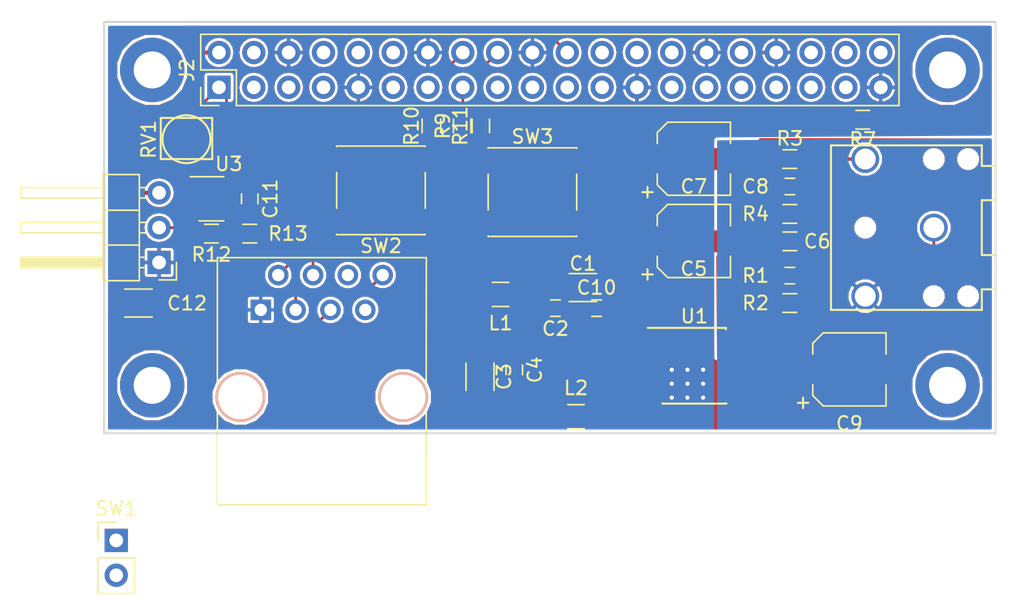
<source format=kicad_pcb>
(kicad_pcb (version 4) (host pcbnew 4.0.7)

  (general
    (links 93)
    (no_connects 45)
    (area 124.924999 49.924999 190.075001 80.075001)
    (thickness 1.6)
    (drawings 9)
    (tracks 113)
    (zones 0)
    (modules 38)
    (nets 48)
  )

  (page A4)
  (layers
    (0 F.Cu signal)
    (31 B.Cu signal)
    (32 B.Adhes user)
    (33 F.Adhes user)
    (34 B.Paste user)
    (35 F.Paste user)
    (36 B.SilkS user)
    (37 F.SilkS user)
    (38 B.Mask user)
    (39 F.Mask user)
    (40 Dwgs.User user)
    (41 Cmts.User user)
    (42 Eco1.User user)
    (43 Eco2.User user)
    (44 Edge.Cuts user)
    (45 Margin user)
    (46 B.CrtYd user hide)
    (47 F.CrtYd user hide)
    (48 B.Fab user hide)
    (49 F.Fab user hide)
  )

  (setup
    (last_trace_width 0.2032)
    (trace_clearance 0.2032)
    (zone_clearance 0.2032)
    (zone_45_only no)
    (trace_min 0.1524)
    (segment_width 0.2)
    (edge_width 0.15)
    (via_size 0.6096)
    (via_drill 0.3048)
    (via_min_size 0.6096)
    (via_min_drill 0.3048)
    (uvia_size 0.3)
    (uvia_drill 0.1)
    (uvias_allowed no)
    (uvia_min_size 0)
    (uvia_min_drill 0)
    (pcb_text_width 0.3)
    (pcb_text_size 1.5 1.5)
    (mod_edge_width 0.15)
    (mod_text_size 1 1)
    (mod_text_width 0.15)
    (pad_size 1.524 1.524)
    (pad_drill 0.762)
    (pad_to_mask_clearance 0)
    (aux_axis_origin 0 0)
    (grid_origin 153.68918 54.79032)
    (visible_elements FFFFFF7F)
    (pcbplotparams
      (layerselection 0x00030_80000001)
      (usegerberextensions false)
      (excludeedgelayer true)
      (linewidth 0.025400)
      (plotframeref false)
      (viasonmask false)
      (mode 1)
      (useauxorigin false)
      (hpglpennumber 1)
      (hpglpenspeed 20)
      (hpglpendiameter 15)
      (hpglpenoverlay 2)
      (psnegative false)
      (psa4output false)
      (plotreference true)
      (plotvalue true)
      (plotinvisibletext false)
      (padsonsilk false)
      (subtractmaskfromsilk false)
      (outputformat 1)
      (mirror false)
      (drillshape 1)
      (scaleselection 1)
      (outputdirectory ""))
  )

  (net 0 "")
  (net 1 VDDA)
  (net 2 GNDA)
  (net 3 +3V3)
  (net 4 GND)
  (net 5 "Net-(C5-Pad1)")
  (net 6 "Net-(C5-Pad2)")
  (net 7 "Net-(C6-Pad2)")
  (net 8 "Net-(C7-Pad1)")
  (net 9 "Net-(C7-Pad2)")
  (net 10 "Net-(C8-Pad2)")
  (net 11 "Net-(C10-Pad1)")
  (net 12 +5V)
  (net 13 /VID_SELECT_0)
  (net 14 /VID_SELECT_1)
  (net 15 /VID_SELECT_2)
  (net 16 /VID_START)
  (net 17 /RESET)
  (net 18 /RPI_TXO)
  (net 19 /RPI_RXI)
  (net 20 "Net-(J5-Pad2)")
  (net 21 "Net-(J2-Pad28)")
  (net 22 "Net-(R12-Pad2)")
  (net 23 "Net-(RV1-Pad2)")
  (net 24 "Net-(J2-Pad12)")
  (net 25 "Net-(J2-Pad35)")
  (net 26 "Net-(J2-Pad40)")
  (net 27 "Net-(J2-Pad27)")
  (net 28 "Net-(J2-Pad3)")
  (net 29 "Net-(J2-Pad5)")
  (net 30 "Net-(J2-Pad7)")
  (net 31 "Net-(J2-Pad11)")
  (net 32 "Net-(J2-Pad13)")
  (net 33 "Net-(J2-Pad19)")
  (net 34 "Net-(J2-Pad21)")
  (net 35 "Net-(J2-Pad23)")
  (net 36 "Net-(J2-Pad24)")
  (net 37 "Net-(J2-Pad26)")
  (net 38 "Net-(J2-Pad32)")
  (net 39 "Net-(J2-Pad33)")
  (net 40 "Net-(J2-Pad36)")
  (net 41 "Net-(J2-Pad38)")
  (net 42 "Net-(J6-Pad1)")
  (net 43 "Net-(J7-Pad1)")
  (net 44 "Net-(J8-Pad1)")
  (net 45 "Net-(J9-Pad1)")
  (net 46 "Net-(J2-Pad29)")
  (net 47 "Net-(J2-Pad31)")

  (net_class Default "This is the default net class."
    (clearance 0.2032)
    (trace_width 0.2032)
    (via_dia 0.6096)
    (via_drill 0.3048)
    (uvia_dia 0.3)
    (uvia_drill 0.1)
    (add_net +3V3)
    (add_net /RESET)
    (add_net /RPI_RXI)
    (add_net /RPI_TXO)
    (add_net /VID_SELECT_0)
    (add_net /VID_SELECT_1)
    (add_net /VID_SELECT_2)
    (add_net /VID_START)
    (add_net GND)
    (add_net GNDA)
    (add_net "Net-(C10-Pad1)")
    (add_net "Net-(C5-Pad1)")
    (add_net "Net-(C5-Pad2)")
    (add_net "Net-(C6-Pad2)")
    (add_net "Net-(C7-Pad1)")
    (add_net "Net-(C7-Pad2)")
    (add_net "Net-(C8-Pad2)")
    (add_net "Net-(J2-Pad11)")
    (add_net "Net-(J2-Pad12)")
    (add_net "Net-(J2-Pad13)")
    (add_net "Net-(J2-Pad19)")
    (add_net "Net-(J2-Pad21)")
    (add_net "Net-(J2-Pad23)")
    (add_net "Net-(J2-Pad24)")
    (add_net "Net-(J2-Pad26)")
    (add_net "Net-(J2-Pad27)")
    (add_net "Net-(J2-Pad28)")
    (add_net "Net-(J2-Pad29)")
    (add_net "Net-(J2-Pad3)")
    (add_net "Net-(J2-Pad31)")
    (add_net "Net-(J2-Pad32)")
    (add_net "Net-(J2-Pad33)")
    (add_net "Net-(J2-Pad35)")
    (add_net "Net-(J2-Pad36)")
    (add_net "Net-(J2-Pad38)")
    (add_net "Net-(J2-Pad40)")
    (add_net "Net-(J2-Pad5)")
    (add_net "Net-(J2-Pad7)")
    (add_net "Net-(J5-Pad2)")
    (add_net "Net-(J6-Pad1)")
    (add_net "Net-(J7-Pad1)")
    (add_net "Net-(J8-Pad1)")
    (add_net "Net-(J9-Pad1)")
    (add_net "Net-(R12-Pad2)")
    (add_net "Net-(RV1-Pad2)")
    (add_net VDDA)
  )

  (net_class Power ""
    (clearance 0.2032)
    (trace_width 0.3048)
    (via_dia 0.6096)
    (via_drill 0.3048)
    (uvia_dia 0.3)
    (uvia_drill 0.1)
    (add_net +5V)
  )

  (module Buttons_Switches_SMD:SW_SPST_PTS645 (layer F.Cu) (tedit 58724A80) (tstamp 5AA181EB)
    (at 145.18018 62.28332 180)
    (descr "C&K Components SPST SMD PTS645 Series 6mm Tact Switch")
    (tags "SPST Button Switch")
    (path /5AA1865E)
    (attr smd)
    (fp_text reference SW2 (at 0 -4.05 180) (layer F.SilkS)
      (effects (font (size 1 1) (thickness 0.15)))
    )
    (fp_text value TEST (at 0 4.15 180) (layer F.Fab)
      (effects (font (size 1 1) (thickness 0.15)))
    )
    (fp_text user %R (at 0 -4.05 180) (layer F.Fab)
      (effects (font (size 1 1) (thickness 0.15)))
    )
    (fp_line (start -3 -3) (end -3 3) (layer F.Fab) (width 0.1))
    (fp_line (start -3 3) (end 3 3) (layer F.Fab) (width 0.1))
    (fp_line (start 3 3) (end 3 -3) (layer F.Fab) (width 0.1))
    (fp_line (start 3 -3) (end -3 -3) (layer F.Fab) (width 0.1))
    (fp_line (start 5.05 3.4) (end 5.05 -3.4) (layer F.CrtYd) (width 0.05))
    (fp_line (start -5.05 -3.4) (end -5.05 3.4) (layer F.CrtYd) (width 0.05))
    (fp_line (start -5.05 3.4) (end 5.05 3.4) (layer F.CrtYd) (width 0.05))
    (fp_line (start -5.05 -3.4) (end 5.05 -3.4) (layer F.CrtYd) (width 0.05))
    (fp_line (start 3.23 -3.23) (end 3.23 -3.2) (layer F.SilkS) (width 0.12))
    (fp_line (start 3.23 3.23) (end 3.23 3.2) (layer F.SilkS) (width 0.12))
    (fp_line (start -3.23 3.23) (end -3.23 3.2) (layer F.SilkS) (width 0.12))
    (fp_line (start -3.23 -3.2) (end -3.23 -3.23) (layer F.SilkS) (width 0.12))
    (fp_line (start 3.23 -1.3) (end 3.23 1.3) (layer F.SilkS) (width 0.12))
    (fp_line (start -3.23 -3.23) (end 3.23 -3.23) (layer F.SilkS) (width 0.12))
    (fp_line (start -3.23 -1.3) (end -3.23 1.3) (layer F.SilkS) (width 0.12))
    (fp_line (start -3.23 3.23) (end 3.23 3.23) (layer F.SilkS) (width 0.12))
    (fp_circle (center 0 0) (end 1.75 -0.05) (layer F.Fab) (width 0.1))
    (pad 2 smd rect (at -3.98 2.25 180) (size 1.55 1.3) (layers F.Cu F.Paste F.Mask)
      (net 16 /VID_START))
    (pad 1 smd rect (at -3.98 -2.25 180) (size 1.55 1.3) (layers F.Cu F.Paste F.Mask)
      (net 3 +3V3))
    (pad 1 smd rect (at 3.98 -2.25 180) (size 1.55 1.3) (layers F.Cu F.Paste F.Mask)
      (net 3 +3V3))
    (pad 2 smd rect (at 3.98 2.25 180) (size 1.55 1.3) (layers F.Cu F.Paste F.Mask)
      (net 16 /VID_START))
    (model ${KISYS3DMOD}/Buttons_Switches_SMD.3dshapes/SW_SPST_PTS645.wrl
      (at (xyz 0 0 0))
      (scale (xyz 1 1 1))
      (rotate (xyz 0 0 0))
    )
  )

  (module escape:SJ1-3523N (layer F.Cu) (tedit 5AA0A0CE) (tstamp 5AA08C9A)
    (at 185.5 65 180)
    (path /5AA07A45)
    (fp_text reference J1 (at 2.5 2.5 180) (layer F.SilkS) hide
      (effects (font (size 1 1) (thickness 0.15)))
    )
    (fp_text value Audio-Jack-3 (at 1.5 7 180) (layer F.Fab)
      (effects (font (size 1 1) (thickness 0.15)))
    )
    (fp_text user "PCB Edge" (at -5.5 0 270) (layer F.Fab)
      (effects (font (size 1 1) (thickness 0.15)))
    )
    (fp_line (start -4.5 -6) (end -4.5 6) (layer F.Fab) (width 0.15))
    (fp_line (start -3.5 -4.5) (end -4 -4.5) (layer F.SilkS) (width 0.15))
    (fp_line (start -3.5 -6) (end -3.5 -4.5) (layer F.SilkS) (width 0.15))
    (fp_line (start 7.5 6) (end 7.5 2) (layer F.SilkS) (width 0.15))
    (fp_line (start 7 6) (end 7.5 6) (layer F.SilkS) (width 0.15))
    (fp_line (start 7.5 -6) (end 7 -6) (layer F.SilkS) (width 0.15))
    (fp_line (start 7.5 2) (end 7.5 -6) (layer F.SilkS) (width 0.15))
    (fp_line (start -3.5 4.5) (end -4.5 4.5) (layer F.SilkS) (width 0.15))
    (fp_line (start -3.5 6) (end -3.5 4.5) (layer F.SilkS) (width 0.15))
    (fp_line (start -4 -4.5) (end -4.5 -4.5) (layer F.SilkS) (width 0.15))
    (fp_line (start -4.5 2) (end -4.5 4.5) (layer F.SilkS) (width 0.15))
    (fp_line (start -4.5 -2) (end -4.5 -4.5) (layer F.SilkS) (width 0.15))
    (fp_line (start -3.5 -2) (end -4.5 -2) (layer F.SilkS) (width 0.15))
    (fp_line (start -3.5 2) (end -3.5 -2) (layer F.SilkS) (width 0.15))
    (fp_line (start -4.5 2) (end -3.5 2) (layer F.SilkS) (width 0.15))
    (fp_line (start 7 -6) (end -3.5 -6) (layer F.SilkS) (width 0.15))
    (fp_line (start -3.5 6) (end 7 6) (layer F.SilkS) (width 0.15))
    (pad 3 thru_hole circle (at 5 -5 180) (size 2.032 2.032) (drill 1.524) (layers *.Cu *.Mask)
      (net 2 GNDA))
    (pad 1 thru_hole circle (at 0 0 180) (size 2.032 2.032) (drill 1.524) (layers *.Cu *.Mask)
      (net 7 "Net-(C6-Pad2)"))
    (pad 2 thru_hole circle (at 5 5 180) (size 2.032 2.032) (drill 1.524) (layers *.Cu *.Mask)
      (net 10 "Net-(C8-Pad2)"))
    (pad "" np_thru_hole circle (at 0 -5 180) (size 1.1938 1.1938) (drill 1.1938) (layers *.Cu *.Mask))
    (pad "" np_thru_hole circle (at 0 5 180) (size 1.1938 1.1938) (drill 1.1938) (layers *.Cu *.Mask))
    (pad "" np_thru_hole circle (at 5 0 180) (size 1.1938 1.1938) (drill 1.1938) (layers *.Cu *.Mask))
    (pad "" np_thru_hole circle (at -2.5 -5 180) (size 1.1938 1.1938) (drill 1.1938) (layers *.Cu *.Mask))
    (pad "" np_thru_hole circle (at -2.5 5 180) (size 1.1938 1.1938) (drill 1.1938) (layers *.Cu *.Mask))
  )

  (module Capacitors_SMD:C_1206 (layer F.Cu) (tedit 58AA84B8) (tstamp 5AA08C34)
    (at 159.905 69.3712)
    (descr "Capacitor SMD 1206, reflow soldering, AVX (see smccp.pdf)")
    (tags "capacitor 1206")
    (path /5AA0636D)
    (attr smd)
    (fp_text reference C1 (at 0 -1.75) (layer F.SilkS)
      (effects (font (size 1 1) (thickness 0.15)))
    )
    (fp_text value 10uF (at 0 2) (layer F.Fab)
      (effects (font (size 1 1) (thickness 0.15)))
    )
    (fp_text user %R (at 0 -1.75) (layer F.Fab)
      (effects (font (size 1 1) (thickness 0.15)))
    )
    (fp_line (start -1.6 0.8) (end -1.6 -0.8) (layer F.Fab) (width 0.1))
    (fp_line (start 1.6 0.8) (end -1.6 0.8) (layer F.Fab) (width 0.1))
    (fp_line (start 1.6 -0.8) (end 1.6 0.8) (layer F.Fab) (width 0.1))
    (fp_line (start -1.6 -0.8) (end 1.6 -0.8) (layer F.Fab) (width 0.1))
    (fp_line (start 1 -1.02) (end -1 -1.02) (layer F.SilkS) (width 0.12))
    (fp_line (start -1 1.02) (end 1 1.02) (layer F.SilkS) (width 0.12))
    (fp_line (start -2.25 -1.05) (end 2.25 -1.05) (layer F.CrtYd) (width 0.05))
    (fp_line (start -2.25 -1.05) (end -2.25 1.05) (layer F.CrtYd) (width 0.05))
    (fp_line (start 2.25 1.05) (end 2.25 -1.05) (layer F.CrtYd) (width 0.05))
    (fp_line (start 2.25 1.05) (end -2.25 1.05) (layer F.CrtYd) (width 0.05))
    (pad 1 smd rect (at -1.5 0) (size 1 1.6) (layers F.Cu F.Paste F.Mask)
      (net 1 VDDA))
    (pad 2 smd rect (at 1.5 0) (size 1 1.6) (layers F.Cu F.Paste F.Mask)
      (net 2 GNDA))
    (model Capacitors_SMD.3dshapes/C_1206.wrl
      (at (xyz 0 0 0))
      (scale (xyz 1 1 1))
      (rotate (xyz 0 0 0))
    )
  )

  (module Capacitors_SMD:C_0603 (layer F.Cu) (tedit 59958EE7) (tstamp 5AA08C3A)
    (at 157.905 70.8712 180)
    (descr "Capacitor SMD 0603, reflow soldering, AVX (see smccp.pdf)")
    (tags "capacitor 0603")
    (path /5AA0631C)
    (attr smd)
    (fp_text reference C2 (at 0 -1.5 180) (layer F.SilkS)
      (effects (font (size 1 1) (thickness 0.15)))
    )
    (fp_text value 0.1uF (at 0 1.5 180) (layer F.Fab)
      (effects (font (size 1 1) (thickness 0.15)))
    )
    (fp_line (start 1.4 0.65) (end -1.4 0.65) (layer F.CrtYd) (width 0.05))
    (fp_line (start 1.4 0.65) (end 1.4 -0.65) (layer F.CrtYd) (width 0.05))
    (fp_line (start -1.4 -0.65) (end -1.4 0.65) (layer F.CrtYd) (width 0.05))
    (fp_line (start -1.4 -0.65) (end 1.4 -0.65) (layer F.CrtYd) (width 0.05))
    (fp_line (start 0.35 0.6) (end -0.35 0.6) (layer F.SilkS) (width 0.12))
    (fp_line (start -0.35 -0.6) (end 0.35 -0.6) (layer F.SilkS) (width 0.12))
    (fp_line (start -0.8 -0.4) (end 0.8 -0.4) (layer F.Fab) (width 0.1))
    (fp_line (start 0.8 -0.4) (end 0.8 0.4) (layer F.Fab) (width 0.1))
    (fp_line (start 0.8 0.4) (end -0.8 0.4) (layer F.Fab) (width 0.1))
    (fp_line (start -0.8 0.4) (end -0.8 -0.4) (layer F.Fab) (width 0.1))
    (fp_text user %R (at 0 0 180) (layer F.Fab)
      (effects (font (size 0.3 0.3) (thickness 0.075)))
    )
    (pad 2 smd rect (at 0.75 0 180) (size 0.8 0.75) (layers F.Cu F.Paste F.Mask)
      (net 2 GNDA))
    (pad 1 smd rect (at -0.75 0 180) (size 0.8 0.75) (layers F.Cu F.Paste F.Mask)
      (net 1 VDDA))
    (model Capacitors_SMD.3dshapes/C_0603.wrl
      (at (xyz 0 0 0))
      (scale (xyz 1 1 1))
      (rotate (xyz 0 0 0))
    )
  )

  (module Capacitors_SMD:C_1206 (layer F.Cu) (tedit 58AA84B8) (tstamp 5AA08C40)
    (at 152.405 75.8712 270)
    (descr "Capacitor SMD 1206, reflow soldering, AVX (see smccp.pdf)")
    (tags "capacitor 1206")
    (path /5AA062E0)
    (attr smd)
    (fp_text reference C3 (at 0 -1.75 270) (layer F.SilkS)
      (effects (font (size 1 1) (thickness 0.15)))
    )
    (fp_text value 10uF (at 0 2 270) (layer F.Fab)
      (effects (font (size 1 1) (thickness 0.15)))
    )
    (fp_text user %R (at 0 -1.75 270) (layer F.Fab)
      (effects (font (size 1 1) (thickness 0.15)))
    )
    (fp_line (start -1.6 0.8) (end -1.6 -0.8) (layer F.Fab) (width 0.1))
    (fp_line (start 1.6 0.8) (end -1.6 0.8) (layer F.Fab) (width 0.1))
    (fp_line (start 1.6 -0.8) (end 1.6 0.8) (layer F.Fab) (width 0.1))
    (fp_line (start -1.6 -0.8) (end 1.6 -0.8) (layer F.Fab) (width 0.1))
    (fp_line (start 1 -1.02) (end -1 -1.02) (layer F.SilkS) (width 0.12))
    (fp_line (start -1 1.02) (end 1 1.02) (layer F.SilkS) (width 0.12))
    (fp_line (start -2.25 -1.05) (end 2.25 -1.05) (layer F.CrtYd) (width 0.05))
    (fp_line (start -2.25 -1.05) (end -2.25 1.05) (layer F.CrtYd) (width 0.05))
    (fp_line (start 2.25 1.05) (end 2.25 -1.05) (layer F.CrtYd) (width 0.05))
    (fp_line (start 2.25 1.05) (end -2.25 1.05) (layer F.CrtYd) (width 0.05))
    (pad 1 smd rect (at -1.5 0 270) (size 1 1.6) (layers F.Cu F.Paste F.Mask)
      (net 3 +3V3))
    (pad 2 smd rect (at 1.5 0 270) (size 1 1.6) (layers F.Cu F.Paste F.Mask)
      (net 4 GND))
    (model Capacitors_SMD.3dshapes/C_1206.wrl
      (at (xyz 0 0 0))
      (scale (xyz 1 1 1))
      (rotate (xyz 0 0 0))
    )
  )

  (module Capacitors_SMD:C_0603 (layer F.Cu) (tedit 59958EE7) (tstamp 5AA08C46)
    (at 154.905 75.3712 270)
    (descr "Capacitor SMD 0603, reflow soldering, AVX (see smccp.pdf)")
    (tags "capacitor 0603")
    (path /5AA06260)
    (attr smd)
    (fp_text reference C4 (at 0 -1.5 270) (layer F.SilkS)
      (effects (font (size 1 1) (thickness 0.15)))
    )
    (fp_text value 0.1uF (at 0 1.5 270) (layer F.Fab)
      (effects (font (size 1 1) (thickness 0.15)))
    )
    (fp_line (start 1.4 0.65) (end -1.4 0.65) (layer F.CrtYd) (width 0.05))
    (fp_line (start 1.4 0.65) (end 1.4 -0.65) (layer F.CrtYd) (width 0.05))
    (fp_line (start -1.4 -0.65) (end -1.4 0.65) (layer F.CrtYd) (width 0.05))
    (fp_line (start -1.4 -0.65) (end 1.4 -0.65) (layer F.CrtYd) (width 0.05))
    (fp_line (start 0.35 0.6) (end -0.35 0.6) (layer F.SilkS) (width 0.12))
    (fp_line (start -0.35 -0.6) (end 0.35 -0.6) (layer F.SilkS) (width 0.12))
    (fp_line (start -0.8 -0.4) (end 0.8 -0.4) (layer F.Fab) (width 0.1))
    (fp_line (start 0.8 -0.4) (end 0.8 0.4) (layer F.Fab) (width 0.1))
    (fp_line (start 0.8 0.4) (end -0.8 0.4) (layer F.Fab) (width 0.1))
    (fp_line (start -0.8 0.4) (end -0.8 -0.4) (layer F.Fab) (width 0.1))
    (fp_text user %R (at 0 0 270) (layer F.Fab)
      (effects (font (size 0.3 0.3) (thickness 0.075)))
    )
    (pad 2 smd rect (at 0.75 0 270) (size 0.8 0.75) (layers F.Cu F.Paste F.Mask)
      (net 4 GND))
    (pad 1 smd rect (at -0.75 0 270) (size 0.8 0.75) (layers F.Cu F.Paste F.Mask)
      (net 3 +3V3))
    (model Capacitors_SMD.3dshapes/C_0603.wrl
      (at (xyz 0 0 0))
      (scale (xyz 1 1 1))
      (rotate (xyz 0 0 0))
    )
  )

  (module Capacitors_SMD:CP_Elec_5x5.3 (layer F.Cu) (tedit 58AA8A8F) (tstamp 5AA08C4C)
    (at 168 66)
    (descr "SMT capacitor, aluminium electrolytic, 5x5.3")
    (path /5AA07184)
    (attr smd)
    (fp_text reference C5 (at 0 2) (layer F.SilkS)
      (effects (font (size 1 1) (thickness 0.15)))
    )
    (fp_text value 47uF (at 0 -3.92) (layer F.Fab)
      (effects (font (size 1 1) (thickness 0.15)))
    )
    (fp_circle (center 0 0) (end 0.3 2.4) (layer F.Fab) (width 0.1))
    (fp_text user + (at -1.37 -0.08) (layer F.Fab)
      (effects (font (size 1 1) (thickness 0.15)))
    )
    (fp_text user + (at -3.38 2.34) (layer F.SilkS)
      (effects (font (size 1 1) (thickness 0.15)))
    )
    (fp_text user %R (at 0 3.92) (layer F.Fab)
      (effects (font (size 1 1) (thickness 0.15)))
    )
    (fp_line (start 2.51 2.49) (end 2.51 -2.54) (layer F.Fab) (width 0.1))
    (fp_line (start -1.84 2.49) (end 2.51 2.49) (layer F.Fab) (width 0.1))
    (fp_line (start -2.51 1.82) (end -1.84 2.49) (layer F.Fab) (width 0.1))
    (fp_line (start -2.51 -1.87) (end -2.51 1.82) (layer F.Fab) (width 0.1))
    (fp_line (start -1.84 -2.54) (end -2.51 -1.87) (layer F.Fab) (width 0.1))
    (fp_line (start 2.51 -2.54) (end -1.84 -2.54) (layer F.Fab) (width 0.1))
    (fp_line (start 2.67 -2.69) (end 2.67 -1.14) (layer F.SilkS) (width 0.12))
    (fp_line (start 2.67 2.64) (end 2.67 1.09) (layer F.SilkS) (width 0.12))
    (fp_line (start -2.67 1.88) (end -2.67 1.09) (layer F.SilkS) (width 0.12))
    (fp_line (start -2.67 -1.93) (end -2.67 -1.14) (layer F.SilkS) (width 0.12))
    (fp_line (start 2.67 -2.69) (end -1.91 -2.69) (layer F.SilkS) (width 0.12))
    (fp_line (start -1.91 -2.69) (end -2.67 -1.93) (layer F.SilkS) (width 0.12))
    (fp_line (start -2.67 1.88) (end -1.91 2.64) (layer F.SilkS) (width 0.12))
    (fp_line (start -1.91 2.64) (end 2.67 2.64) (layer F.SilkS) (width 0.12))
    (fp_line (start -3.95 -2.79) (end 3.95 -2.79) (layer F.CrtYd) (width 0.05))
    (fp_line (start -3.95 -2.79) (end -3.95 2.74) (layer F.CrtYd) (width 0.05))
    (fp_line (start 3.95 2.74) (end 3.95 -2.79) (layer F.CrtYd) (width 0.05))
    (fp_line (start 3.95 2.74) (end -3.95 2.74) (layer F.CrtYd) (width 0.05))
    (pad 1 smd rect (at -2.2 0 180) (size 3 1.6) (layers F.Cu F.Paste F.Mask)
      (net 5 "Net-(C5-Pad1)"))
    (pad 2 smd rect (at 2.2 0 180) (size 3 1.6) (layers F.Cu F.Paste F.Mask)
      (net 6 "Net-(C5-Pad2)"))
    (model Capacitors_SMD.3dshapes/CP_Elec_5x5.3.wrl
      (at (xyz 0 0 0))
      (scale (xyz 1 1 1))
      (rotate (xyz 0 0 180))
    )
  )

  (module Capacitors_SMD:C_0603 (layer F.Cu) (tedit 59958EE7) (tstamp 5AA08C52)
    (at 175 68.5)
    (descr "Capacitor SMD 0603, reflow soldering, AVX (see smccp.pdf)")
    (tags "capacitor 0603")
    (path /5AA07356)
    (attr smd)
    (fp_text reference C6 (at 2 -2.5) (layer F.SilkS)
      (effects (font (size 1 1) (thickness 0.15)))
    )
    (fp_text value 0.01uF (at 0 1.5) (layer F.Fab)
      (effects (font (size 1 1) (thickness 0.15)))
    )
    (fp_line (start 1.4 0.65) (end -1.4 0.65) (layer F.CrtYd) (width 0.05))
    (fp_line (start 1.4 0.65) (end 1.4 -0.65) (layer F.CrtYd) (width 0.05))
    (fp_line (start -1.4 -0.65) (end -1.4 0.65) (layer F.CrtYd) (width 0.05))
    (fp_line (start -1.4 -0.65) (end 1.4 -0.65) (layer F.CrtYd) (width 0.05))
    (fp_line (start 0.35 0.6) (end -0.35 0.6) (layer F.SilkS) (width 0.12))
    (fp_line (start -0.35 -0.6) (end 0.35 -0.6) (layer F.SilkS) (width 0.12))
    (fp_line (start -0.8 -0.4) (end 0.8 -0.4) (layer F.Fab) (width 0.1))
    (fp_line (start 0.8 -0.4) (end 0.8 0.4) (layer F.Fab) (width 0.1))
    (fp_line (start 0.8 0.4) (end -0.8 0.4) (layer F.Fab) (width 0.1))
    (fp_line (start -0.8 0.4) (end -0.8 -0.4) (layer F.Fab) (width 0.1))
    (fp_text user %R (at 0 0) (layer F.Fab)
      (effects (font (size 0.3 0.3) (thickness 0.075)))
    )
    (pad 2 smd rect (at 0.75 0) (size 0.8 0.75) (layers F.Cu F.Paste F.Mask)
      (net 7 "Net-(C6-Pad2)"))
    (pad 1 smd rect (at -0.75 0) (size 0.8 0.75) (layers F.Cu F.Paste F.Mask)
      (net 2 GNDA))
    (model Capacitors_SMD.3dshapes/C_0603.wrl
      (at (xyz 0 0 0))
      (scale (xyz 1 1 1))
      (rotate (xyz 0 0 0))
    )
  )

  (module Capacitors_SMD:CP_Elec_5x5.3 (layer F.Cu) (tedit 58AA8A8F) (tstamp 5AA08C58)
    (at 168 60)
    (descr "SMT capacitor, aluminium electrolytic, 5x5.3")
    (path /5AA0768B)
    (attr smd)
    (fp_text reference C7 (at 0 2) (layer F.SilkS)
      (effects (font (size 1 1) (thickness 0.15)))
    )
    (fp_text value 47uF (at 0 -3.92) (layer F.Fab)
      (effects (font (size 1 1) (thickness 0.15)))
    )
    (fp_circle (center 0 0) (end 0.3 2.4) (layer F.Fab) (width 0.1))
    (fp_text user + (at -1.37 -0.08) (layer F.Fab)
      (effects (font (size 1 1) (thickness 0.15)))
    )
    (fp_text user + (at -3.38 2.34) (layer F.SilkS)
      (effects (font (size 1 1) (thickness 0.15)))
    )
    (fp_text user %R (at 0 3.92) (layer F.Fab)
      (effects (font (size 1 1) (thickness 0.15)))
    )
    (fp_line (start 2.51 2.49) (end 2.51 -2.54) (layer F.Fab) (width 0.1))
    (fp_line (start -1.84 2.49) (end 2.51 2.49) (layer F.Fab) (width 0.1))
    (fp_line (start -2.51 1.82) (end -1.84 2.49) (layer F.Fab) (width 0.1))
    (fp_line (start -2.51 -1.87) (end -2.51 1.82) (layer F.Fab) (width 0.1))
    (fp_line (start -1.84 -2.54) (end -2.51 -1.87) (layer F.Fab) (width 0.1))
    (fp_line (start 2.51 -2.54) (end -1.84 -2.54) (layer F.Fab) (width 0.1))
    (fp_line (start 2.67 -2.69) (end 2.67 -1.14) (layer F.SilkS) (width 0.12))
    (fp_line (start 2.67 2.64) (end 2.67 1.09) (layer F.SilkS) (width 0.12))
    (fp_line (start -2.67 1.88) (end -2.67 1.09) (layer F.SilkS) (width 0.12))
    (fp_line (start -2.67 -1.93) (end -2.67 -1.14) (layer F.SilkS) (width 0.12))
    (fp_line (start 2.67 -2.69) (end -1.91 -2.69) (layer F.SilkS) (width 0.12))
    (fp_line (start -1.91 -2.69) (end -2.67 -1.93) (layer F.SilkS) (width 0.12))
    (fp_line (start -2.67 1.88) (end -1.91 2.64) (layer F.SilkS) (width 0.12))
    (fp_line (start -1.91 2.64) (end 2.67 2.64) (layer F.SilkS) (width 0.12))
    (fp_line (start -3.95 -2.79) (end 3.95 -2.79) (layer F.CrtYd) (width 0.05))
    (fp_line (start -3.95 -2.79) (end -3.95 2.74) (layer F.CrtYd) (width 0.05))
    (fp_line (start 3.95 2.74) (end 3.95 -2.79) (layer F.CrtYd) (width 0.05))
    (fp_line (start 3.95 2.74) (end -3.95 2.74) (layer F.CrtYd) (width 0.05))
    (pad 1 smd rect (at -2.2 0 180) (size 3 1.6) (layers F.Cu F.Paste F.Mask)
      (net 8 "Net-(C7-Pad1)"))
    (pad 2 smd rect (at 2.2 0 180) (size 3 1.6) (layers F.Cu F.Paste F.Mask)
      (net 9 "Net-(C7-Pad2)"))
    (model Capacitors_SMD.3dshapes/CP_Elec_5x5.3.wrl
      (at (xyz 0 0 0))
      (scale (xyz 1 1 1))
      (rotate (xyz 0 0 180))
    )
  )

  (module Capacitors_SMD:C_0603 (layer F.Cu) (tedit 59958EE7) (tstamp 5AA08C5E)
    (at 175 62)
    (descr "Capacitor SMD 0603, reflow soldering, AVX (see smccp.pdf)")
    (tags "capacitor 0603")
    (path /5AA07691)
    (attr smd)
    (fp_text reference C8 (at -2.5 0.000001) (layer F.SilkS)
      (effects (font (size 1 1) (thickness 0.15)))
    )
    (fp_text value 0.01uF (at 0 1.5) (layer F.Fab)
      (effects (font (size 1 1) (thickness 0.15)))
    )
    (fp_line (start 1.4 0.65) (end -1.4 0.65) (layer F.CrtYd) (width 0.05))
    (fp_line (start 1.4 0.65) (end 1.4 -0.65) (layer F.CrtYd) (width 0.05))
    (fp_line (start -1.4 -0.65) (end -1.4 0.65) (layer F.CrtYd) (width 0.05))
    (fp_line (start -1.4 -0.65) (end 1.4 -0.65) (layer F.CrtYd) (width 0.05))
    (fp_line (start 0.35 0.6) (end -0.35 0.6) (layer F.SilkS) (width 0.12))
    (fp_line (start -0.35 -0.6) (end 0.35 -0.6) (layer F.SilkS) (width 0.12))
    (fp_line (start -0.8 -0.4) (end 0.8 -0.4) (layer F.Fab) (width 0.1))
    (fp_line (start 0.8 -0.4) (end 0.8 0.4) (layer F.Fab) (width 0.1))
    (fp_line (start 0.8 0.4) (end -0.8 0.4) (layer F.Fab) (width 0.1))
    (fp_line (start -0.8 0.4) (end -0.8 -0.4) (layer F.Fab) (width 0.1))
    (fp_text user %R (at 0 0) (layer F.Fab)
      (effects (font (size 0.3 0.3) (thickness 0.075)))
    )
    (pad 2 smd rect (at 0.75 0) (size 0.8 0.75) (layers F.Cu F.Paste F.Mask)
      (net 10 "Net-(C8-Pad2)"))
    (pad 1 smd rect (at -0.75 0) (size 0.8 0.75) (layers F.Cu F.Paste F.Mask)
      (net 2 GNDA))
    (model Capacitors_SMD.3dshapes/C_0603.wrl
      (at (xyz 0 0 0))
      (scale (xyz 1 1 1))
      (rotate (xyz 0 0 0))
    )
  )

  (module Capacitors_SMD:CP_Elec_5x5.3 (layer F.Cu) (tedit 58AA8A8F) (tstamp 5AA08C64)
    (at 179.34318 75.36432)
    (descr "SMT capacitor, aluminium electrolytic, 5x5.3")
    (path /5AA085F6)
    (attr smd)
    (fp_text reference C9 (at 0 3.92) (layer F.SilkS)
      (effects (font (size 1 1) (thickness 0.15)))
    )
    (fp_text value 47uF (at 0 -3.92) (layer F.Fab)
      (effects (font (size 1 1) (thickness 0.15)))
    )
    (fp_circle (center 0 0) (end 0.3 2.4) (layer F.Fab) (width 0.1))
    (fp_text user + (at -1.37 -0.08) (layer F.Fab)
      (effects (font (size 1 1) (thickness 0.15)))
    )
    (fp_text user + (at -3.38 2.34) (layer F.SilkS)
      (effects (font (size 1 1) (thickness 0.15)))
    )
    (fp_text user %R (at 0 3.92) (layer F.Fab)
      (effects (font (size 1 1) (thickness 0.15)))
    )
    (fp_line (start 2.51 2.49) (end 2.51 -2.54) (layer F.Fab) (width 0.1))
    (fp_line (start -1.84 2.49) (end 2.51 2.49) (layer F.Fab) (width 0.1))
    (fp_line (start -2.51 1.82) (end -1.84 2.49) (layer F.Fab) (width 0.1))
    (fp_line (start -2.51 -1.87) (end -2.51 1.82) (layer F.Fab) (width 0.1))
    (fp_line (start -1.84 -2.54) (end -2.51 -1.87) (layer F.Fab) (width 0.1))
    (fp_line (start 2.51 -2.54) (end -1.84 -2.54) (layer F.Fab) (width 0.1))
    (fp_line (start 2.67 -2.69) (end 2.67 -1.14) (layer F.SilkS) (width 0.12))
    (fp_line (start 2.67 2.64) (end 2.67 1.09) (layer F.SilkS) (width 0.12))
    (fp_line (start -2.67 1.88) (end -2.67 1.09) (layer F.SilkS) (width 0.12))
    (fp_line (start -2.67 -1.93) (end -2.67 -1.14) (layer F.SilkS) (width 0.12))
    (fp_line (start 2.67 -2.69) (end -1.91 -2.69) (layer F.SilkS) (width 0.12))
    (fp_line (start -1.91 -2.69) (end -2.67 -1.93) (layer F.SilkS) (width 0.12))
    (fp_line (start -2.67 1.88) (end -1.91 2.64) (layer F.SilkS) (width 0.12))
    (fp_line (start -1.91 2.64) (end 2.67 2.64) (layer F.SilkS) (width 0.12))
    (fp_line (start -3.95 -2.79) (end 3.95 -2.79) (layer F.CrtYd) (width 0.05))
    (fp_line (start -3.95 -2.79) (end -3.95 2.74) (layer F.CrtYd) (width 0.05))
    (fp_line (start 3.95 2.74) (end 3.95 -2.79) (layer F.CrtYd) (width 0.05))
    (fp_line (start 3.95 2.74) (end -3.95 2.74) (layer F.CrtYd) (width 0.05))
    (pad 1 smd rect (at -2.2 0 180) (size 3 1.6) (layers F.Cu F.Paste F.Mask)
      (net 11 "Net-(C10-Pad1)"))
    (pad 2 smd rect (at 2.2 0 180) (size 3 1.6) (layers F.Cu F.Paste F.Mask)
      (net 2 GNDA))
    (model Capacitors_SMD.3dshapes/CP_Elec_5x5.3.wrl
      (at (xyz 0 0 0))
      (scale (xyz 1 1 1))
      (rotate (xyz 0 0 180))
    )
  )

  (module Capacitors_SMD:C_0603 (layer F.Cu) (tedit 59958EE7) (tstamp 5AA08C6A)
    (at 160.905 70.8712)
    (descr "Capacitor SMD 0603, reflow soldering, AVX (see smccp.pdf)")
    (tags "capacitor 0603")
    (path /5AA086A1)
    (attr smd)
    (fp_text reference C10 (at 0 -1.5) (layer F.SilkS)
      (effects (font (size 1 1) (thickness 0.15)))
    )
    (fp_text value 0.1uF (at 0 1.5) (layer F.Fab)
      (effects (font (size 1 1) (thickness 0.15)))
    )
    (fp_line (start 1.4 0.65) (end -1.4 0.65) (layer F.CrtYd) (width 0.05))
    (fp_line (start 1.4 0.65) (end 1.4 -0.65) (layer F.CrtYd) (width 0.05))
    (fp_line (start -1.4 -0.65) (end -1.4 0.65) (layer F.CrtYd) (width 0.05))
    (fp_line (start -1.4 -0.65) (end 1.4 -0.65) (layer F.CrtYd) (width 0.05))
    (fp_line (start 0.35 0.6) (end -0.35 0.6) (layer F.SilkS) (width 0.12))
    (fp_line (start -0.35 -0.6) (end 0.35 -0.6) (layer F.SilkS) (width 0.12))
    (fp_line (start -0.8 -0.4) (end 0.8 -0.4) (layer F.Fab) (width 0.1))
    (fp_line (start 0.8 -0.4) (end 0.8 0.4) (layer F.Fab) (width 0.1))
    (fp_line (start 0.8 0.4) (end -0.8 0.4) (layer F.Fab) (width 0.1))
    (fp_line (start -0.8 0.4) (end -0.8 -0.4) (layer F.Fab) (width 0.1))
    (fp_text user %R (at 0 0) (layer F.Fab)
      (effects (font (size 0.3 0.3) (thickness 0.075)))
    )
    (pad 2 smd rect (at 0.75 0) (size 0.8 0.75) (layers F.Cu F.Paste F.Mask)
      (net 2 GNDA))
    (pad 1 smd rect (at -0.75 0) (size 0.8 0.75) (layers F.Cu F.Paste F.Mask)
      (net 11 "Net-(C10-Pad1)"))
    (model Capacitors_SMD.3dshapes/C_0603.wrl
      (at (xyz 0 0 0))
      (scale (xyz 1 1 1))
      (rotate (xyz 0 0 0))
    )
  )

  (module Capacitors_SMD:C_0603 (layer F.Cu) (tedit 59958EE7) (tstamp 5AA08C70)
    (at 135.612 62.898 270)
    (descr "Capacitor SMD 0603, reflow soldering, AVX (see smccp.pdf)")
    (tags "capacitor 0603")
    (path /5AA04E26)
    (attr smd)
    (fp_text reference C11 (at 0 -1.5 270) (layer F.SilkS)
      (effects (font (size 1 1) (thickness 0.15)))
    )
    (fp_text value 0.1uF (at 0 1.5 270) (layer F.Fab)
      (effects (font (size 1 1) (thickness 0.15)))
    )
    (fp_line (start 1.4 0.65) (end -1.4 0.65) (layer F.CrtYd) (width 0.05))
    (fp_line (start 1.4 0.65) (end 1.4 -0.65) (layer F.CrtYd) (width 0.05))
    (fp_line (start -1.4 -0.65) (end -1.4 0.65) (layer F.CrtYd) (width 0.05))
    (fp_line (start -1.4 -0.65) (end 1.4 -0.65) (layer F.CrtYd) (width 0.05))
    (fp_line (start 0.35 0.6) (end -0.35 0.6) (layer F.SilkS) (width 0.12))
    (fp_line (start -0.35 -0.6) (end 0.35 -0.6) (layer F.SilkS) (width 0.12))
    (fp_line (start -0.8 -0.4) (end 0.8 -0.4) (layer F.Fab) (width 0.1))
    (fp_line (start 0.8 -0.4) (end 0.8 0.4) (layer F.Fab) (width 0.1))
    (fp_line (start 0.8 0.4) (end -0.8 0.4) (layer F.Fab) (width 0.1))
    (fp_line (start -0.8 0.4) (end -0.8 -0.4) (layer F.Fab) (width 0.1))
    (fp_text user %R (at 0 0 270) (layer F.Fab)
      (effects (font (size 0.3 0.3) (thickness 0.075)))
    )
    (pad 2 smd rect (at 0.75 0 270) (size 0.8 0.75) (layers F.Cu F.Paste F.Mask)
      (net 4 GND))
    (pad 1 smd rect (at -0.75 0 270) (size 0.8 0.75) (layers F.Cu F.Paste F.Mask)
      (net 3 +3V3))
    (model Capacitors_SMD.3dshapes/C_0603.wrl
      (at (xyz 0 0 0))
      (scale (xyz 1 1 1))
      (rotate (xyz 0 0 0))
    )
  )

  (module Capacitors_SMD:C_1206 (layer F.Cu) (tedit 58AA84B8) (tstamp 5AA08C76)
    (at 127.5 70.5)
    (descr "Capacitor SMD 1206, reflow soldering, AVX (see smccp.pdf)")
    (tags "capacitor 1206")
    (path /5AA04A09)
    (attr smd)
    (fp_text reference C12 (at 3.54 0.018) (layer F.SilkS)
      (effects (font (size 1 1) (thickness 0.15)))
    )
    (fp_text value 10uF (at 0 2) (layer F.Fab)
      (effects (font (size 1 1) (thickness 0.15)))
    )
    (fp_text user %R (at 0 -1.75) (layer F.Fab)
      (effects (font (size 1 1) (thickness 0.15)))
    )
    (fp_line (start -1.6 0.8) (end -1.6 -0.8) (layer F.Fab) (width 0.1))
    (fp_line (start 1.6 0.8) (end -1.6 0.8) (layer F.Fab) (width 0.1))
    (fp_line (start 1.6 -0.8) (end 1.6 0.8) (layer F.Fab) (width 0.1))
    (fp_line (start -1.6 -0.8) (end 1.6 -0.8) (layer F.Fab) (width 0.1))
    (fp_line (start 1 -1.02) (end -1 -1.02) (layer F.SilkS) (width 0.12))
    (fp_line (start -1 1.02) (end 1 1.02) (layer F.SilkS) (width 0.12))
    (fp_line (start -2.25 -1.05) (end 2.25 -1.05) (layer F.CrtYd) (width 0.05))
    (fp_line (start -2.25 -1.05) (end -2.25 1.05) (layer F.CrtYd) (width 0.05))
    (fp_line (start 2.25 1.05) (end 2.25 -1.05) (layer F.CrtYd) (width 0.05))
    (fp_line (start 2.25 1.05) (end -2.25 1.05) (layer F.CrtYd) (width 0.05))
    (pad 1 smd rect (at -1.5 0) (size 1 1.6) (layers F.Cu F.Paste F.Mask)
      (net 12 +5V))
    (pad 2 smd rect (at 1.5 0) (size 1 1.6) (layers F.Cu F.Paste F.Mask)
      (net 4 GND))
    (model Capacitors_SMD.3dshapes/C_1206.wrl
      (at (xyz 0 0 0))
      (scale (xyz 1 1 1))
      (rotate (xyz 0 0 0))
    )
  )

  (module Connectors:RJ45_8 (layer F.Cu) (tedit 5AA0A0BC) (tstamp 5AA08CA8)
    (at 136.42 71)
    (tags RJ45)
    (path /5AA03C76)
    (fp_text reference J3 (at 4.7 11.18) (layer F.SilkS) hide
      (effects (font (size 1 1) (thickness 0.15)))
    )
    (fp_text value RJ45 (at 4.59 6.25) (layer F.Fab)
      (effects (font (size 1 1) (thickness 0.15)))
    )
    (fp_line (start -3.17 14.22) (end 12.07 14.22) (layer F.SilkS) (width 0.12))
    (fp_line (start 12.07 -3.81) (end 12.06 5.18) (layer F.SilkS) (width 0.12))
    (fp_line (start 12.07 -3.81) (end -3.17 -3.81) (layer F.SilkS) (width 0.12))
    (fp_line (start -3.17 -3.81) (end -3.17 5.19) (layer F.SilkS) (width 0.12))
    (fp_line (start 12.06 7.52) (end 12.07 14.22) (layer F.SilkS) (width 0.12))
    (fp_line (start -3.17 7.51) (end -3.17 14.22) (layer F.SilkS) (width 0.12))
    (fp_line (start -3.56 -4.06) (end 12.46 -4.06) (layer F.CrtYd) (width 0.05))
    (fp_line (start -3.56 -4.06) (end -3.56 14.47) (layer F.CrtYd) (width 0.05))
    (fp_line (start 12.46 14.47) (end 12.46 -4.06) (layer F.CrtYd) (width 0.05))
    (fp_line (start 12.46 14.47) (end -3.56 14.47) (layer F.CrtYd) (width 0.05))
    (pad Hole np_thru_hole circle (at 10.38 6.35) (size 3.65 3.65) (drill 3.25) (layers *.Cu *.SilkS *.Mask))
    (pad Hole np_thru_hole circle (at -1.49 6.35) (size 3.65 3.65) (drill 3.25) (layers *.Cu *.SilkS *.Mask))
    (pad 1 thru_hole rect (at 0 0) (size 1.5 1.5) (drill 0.9) (layers *.Cu *.Mask)
      (net 4 GND))
    (pad 2 thru_hole circle (at 1.27 -2.54) (size 1.5 1.5) (drill 0.9) (layers *.Cu *.Mask)
      (net 13 /VID_SELECT_0))
    (pad 3 thru_hole circle (at 2.54 0) (size 1.5 1.5) (drill 0.9) (layers *.Cu *.Mask)
      (net 14 /VID_SELECT_1))
    (pad 4 thru_hole circle (at 3.81 -2.54) (size 1.5 1.5) (drill 0.9) (layers *.Cu *.Mask)
      (net 15 /VID_SELECT_2))
    (pad 5 thru_hole circle (at 5.08 0) (size 1.5 1.5) (drill 0.9) (layers *.Cu *.Mask)
      (net 16 /VID_START))
    (pad 6 thru_hole circle (at 6.35 -2.54) (size 1.5 1.5) (drill 0.9) (layers *.Cu *.Mask)
      (net 17 /RESET))
    (pad 7 thru_hole circle (at 7.62 0) (size 1.5 1.5) (drill 0.9) (layers *.Cu *.Mask)
      (net 18 /RPI_TXO))
    (pad 8 thru_hole circle (at 8.89 -2.54) (size 1.5 1.5) (drill 0.9) (layers *.Cu *.Mask)
      (net 19 /RPI_RXI))
    (model ${KISYS3DMOD}/Connectors.3dshapes/RJ45_8.wrl
      (at (xyz 0.18 -0.25 0))
      (scale (xyz 0.4 0.4 0.4))
      (rotate (xyz 0 0 0))
    )
  )

  (module Pin_Headers:Pin_Header_Angled_1x03_Pitch2.54mm (layer F.Cu) (tedit 5AA0A0B4) (tstamp 5AA08CB7)
    (at 129 67.54 180)
    (descr "Through hole angled pin header, 1x03, 2.54mm pitch, 6mm pin length, single row")
    (tags "Through hole angled pin header THT 1x03 2.54mm single row")
    (path /5AA03E34)
    (fp_text reference J5 (at 4.385 -2.27 180) (layer F.SilkS) hide
      (effects (font (size 1 1) (thickness 0.15)))
    )
    (fp_text value "Analog Trig" (at 4.385 7.35 180) (layer F.Fab)
      (effects (font (size 1 1) (thickness 0.15)))
    )
    (fp_line (start 2.135 -1.27) (end 4.04 -1.27) (layer F.Fab) (width 0.1))
    (fp_line (start 4.04 -1.27) (end 4.04 6.35) (layer F.Fab) (width 0.1))
    (fp_line (start 4.04 6.35) (end 1.5 6.35) (layer F.Fab) (width 0.1))
    (fp_line (start 1.5 6.35) (end 1.5 -0.635) (layer F.Fab) (width 0.1))
    (fp_line (start 1.5 -0.635) (end 2.135 -1.27) (layer F.Fab) (width 0.1))
    (fp_line (start -0.32 -0.32) (end 1.5 -0.32) (layer F.Fab) (width 0.1))
    (fp_line (start -0.32 -0.32) (end -0.32 0.32) (layer F.Fab) (width 0.1))
    (fp_line (start -0.32 0.32) (end 1.5 0.32) (layer F.Fab) (width 0.1))
    (fp_line (start 4.04 -0.32) (end 10.04 -0.32) (layer F.Fab) (width 0.1))
    (fp_line (start 10.04 -0.32) (end 10.04 0.32) (layer F.Fab) (width 0.1))
    (fp_line (start 4.04 0.32) (end 10.04 0.32) (layer F.Fab) (width 0.1))
    (fp_line (start -0.32 2.22) (end 1.5 2.22) (layer F.Fab) (width 0.1))
    (fp_line (start -0.32 2.22) (end -0.32 2.86) (layer F.Fab) (width 0.1))
    (fp_line (start -0.32 2.86) (end 1.5 2.86) (layer F.Fab) (width 0.1))
    (fp_line (start 4.04 2.22) (end 10.04 2.22) (layer F.Fab) (width 0.1))
    (fp_line (start 10.04 2.22) (end 10.04 2.86) (layer F.Fab) (width 0.1))
    (fp_line (start 4.04 2.86) (end 10.04 2.86) (layer F.Fab) (width 0.1))
    (fp_line (start -0.32 4.76) (end 1.5 4.76) (layer F.Fab) (width 0.1))
    (fp_line (start -0.32 4.76) (end -0.32 5.4) (layer F.Fab) (width 0.1))
    (fp_line (start -0.32 5.4) (end 1.5 5.4) (layer F.Fab) (width 0.1))
    (fp_line (start 4.04 4.76) (end 10.04 4.76) (layer F.Fab) (width 0.1))
    (fp_line (start 10.04 4.76) (end 10.04 5.4) (layer F.Fab) (width 0.1))
    (fp_line (start 4.04 5.4) (end 10.04 5.4) (layer F.Fab) (width 0.1))
    (fp_line (start 1.44 -1.33) (end 1.44 6.41) (layer F.SilkS) (width 0.12))
    (fp_line (start 1.44 6.41) (end 4.1 6.41) (layer F.SilkS) (width 0.12))
    (fp_line (start 4.1 6.41) (end 4.1 -1.33) (layer F.SilkS) (width 0.12))
    (fp_line (start 4.1 -1.33) (end 1.44 -1.33) (layer F.SilkS) (width 0.12))
    (fp_line (start 4.1 -0.38) (end 10.1 -0.38) (layer F.SilkS) (width 0.12))
    (fp_line (start 10.1 -0.38) (end 10.1 0.38) (layer F.SilkS) (width 0.12))
    (fp_line (start 10.1 0.38) (end 4.1 0.38) (layer F.SilkS) (width 0.12))
    (fp_line (start 4.1 -0.32) (end 10.1 -0.32) (layer F.SilkS) (width 0.12))
    (fp_line (start 4.1 -0.2) (end 10.1 -0.2) (layer F.SilkS) (width 0.12))
    (fp_line (start 4.1 -0.08) (end 10.1 -0.08) (layer F.SilkS) (width 0.12))
    (fp_line (start 4.1 0.04) (end 10.1 0.04) (layer F.SilkS) (width 0.12))
    (fp_line (start 4.1 0.16) (end 10.1 0.16) (layer F.SilkS) (width 0.12))
    (fp_line (start 4.1 0.28) (end 10.1 0.28) (layer F.SilkS) (width 0.12))
    (fp_line (start 1.11 -0.38) (end 1.44 -0.38) (layer F.SilkS) (width 0.12))
    (fp_line (start 1.11 0.38) (end 1.44 0.38) (layer F.SilkS) (width 0.12))
    (fp_line (start 1.44 1.27) (end 4.1 1.27) (layer F.SilkS) (width 0.12))
    (fp_line (start 4.1 2.16) (end 10.1 2.16) (layer F.SilkS) (width 0.12))
    (fp_line (start 10.1 2.16) (end 10.1 2.92) (layer F.SilkS) (width 0.12))
    (fp_line (start 10.1 2.92) (end 4.1 2.92) (layer F.SilkS) (width 0.12))
    (fp_line (start 1.042929 2.16) (end 1.44 2.16) (layer F.SilkS) (width 0.12))
    (fp_line (start 1.042929 2.92) (end 1.44 2.92) (layer F.SilkS) (width 0.12))
    (fp_line (start 1.44 3.81) (end 4.1 3.81) (layer F.SilkS) (width 0.12))
    (fp_line (start 4.1 4.7) (end 10.1 4.7) (layer F.SilkS) (width 0.12))
    (fp_line (start 10.1 4.7) (end 10.1 5.46) (layer F.SilkS) (width 0.12))
    (fp_line (start 10.1 5.46) (end 4.1 5.46) (layer F.SilkS) (width 0.12))
    (fp_line (start 1.042929 4.7) (end 1.44 4.7) (layer F.SilkS) (width 0.12))
    (fp_line (start 1.042929 5.46) (end 1.44 5.46) (layer F.SilkS) (width 0.12))
    (fp_line (start -1.27 0) (end -1.27 -1.27) (layer F.SilkS) (width 0.12))
    (fp_line (start -1.27 -1.27) (end 0 -1.27) (layer F.SilkS) (width 0.12))
    (fp_line (start -1.8 -1.8) (end -1.8 6.85) (layer F.CrtYd) (width 0.05))
    (fp_line (start -1.8 6.85) (end 10.55 6.85) (layer F.CrtYd) (width 0.05))
    (fp_line (start 10.55 6.85) (end 10.55 -1.8) (layer F.CrtYd) (width 0.05))
    (fp_line (start 10.55 -1.8) (end -1.8 -1.8) (layer F.CrtYd) (width 0.05))
    (fp_text user %R (at 2.77 2.54 270) (layer F.Fab)
      (effects (font (size 1 1) (thickness 0.15)))
    )
    (pad 1 thru_hole rect (at 0 0 180) (size 1.7 1.7) (drill 1) (layers *.Cu *.Mask)
      (net 4 GND))
    (pad 2 thru_hole oval (at 0 2.54 180) (size 1.7 1.7) (drill 1) (layers *.Cu *.Mask)
      (net 20 "Net-(J5-Pad2)"))
    (pad 3 thru_hole oval (at 0 5.08 180) (size 1.7 1.7) (drill 1) (layers *.Cu *.Mask)
      (net 12 +5V))
    (model ${KISYS3DMOD}/Pin_Headers.3dshapes/Pin_Header_Angled_1x03_Pitch2.54mm.wrl
      (at (xyz 0 0 0))
      (scale (xyz 1 1 1))
      (rotate (xyz 0 0 0))
    )
  )

  (module Inductors_SMD:L_0805 (layer F.Cu) (tedit 58307B54) (tstamp 5AA08CD1)
    (at 153.905 69.8712 180)
    (descr "Resistor SMD 0805, reflow soldering, Vishay (see dcrcw.pdf)")
    (tags "resistor 0805")
    (path /5AA06167)
    (attr smd)
    (fp_text reference L1 (at 0 -2.1 180) (layer F.SilkS)
      (effects (font (size 1 1) (thickness 0.15)))
    )
    (fp_text value Ferrite_Bead (at -0.25 -1.55 180) (layer F.Fab)
      (effects (font (size 1 1) (thickness 0.15)))
    )
    (fp_text user %R (at 0 0 180) (layer F.Fab)
      (effects (font (size 0.5 0.5) (thickness 0.075)))
    )
    (fp_line (start -1 0.62) (end -1 -0.62) (layer F.Fab) (width 0.1))
    (fp_line (start 1 0.62) (end -1 0.62) (layer F.Fab) (width 0.1))
    (fp_line (start 1 -0.62) (end 1 0.62) (layer F.Fab) (width 0.1))
    (fp_line (start -1 -0.62) (end 1 -0.62) (layer F.Fab) (width 0.1))
    (fp_line (start -1.6 -1) (end 1.6 -1) (layer F.CrtYd) (width 0.05))
    (fp_line (start -1.6 1) (end 1.6 1) (layer F.CrtYd) (width 0.05))
    (fp_line (start -1.6 -1) (end -1.6 1) (layer F.CrtYd) (width 0.05))
    (fp_line (start 1.6 -1) (end 1.6 1) (layer F.CrtYd) (width 0.05))
    (fp_line (start 0.6 0.88) (end -0.6 0.88) (layer F.SilkS) (width 0.12))
    (fp_line (start -0.6 -0.88) (end 0.6 -0.88) (layer F.SilkS) (width 0.12))
    (pad 1 smd rect (at -0.95 0 180) (size 0.7 1.3) (layers F.Cu F.Paste F.Mask)
      (net 1 VDDA))
    (pad 2 smd rect (at 0.95 0 180) (size 0.7 1.3) (layers F.Cu F.Paste F.Mask)
      (net 3 +3V3))
    (model ${KISYS3DMOD}/Inductors_SMD.3dshapes/L_0805.wrl
      (at (xyz 0 0 0))
      (scale (xyz 1 1 1))
      (rotate (xyz 0 0 0))
    )
  )

  (module Inductors_SMD:L_0805 (layer F.Cu) (tedit 58307B54) (tstamp 5AA08CD7)
    (at 159.40418 78.79332)
    (descr "Resistor SMD 0805, reflow soldering, Vishay (see dcrcw.pdf)")
    (tags "resistor 0805")
    (path /5AA0AA5C)
    (attr smd)
    (fp_text reference L2 (at 0 -2.1) (layer F.SilkS)
      (effects (font (size 1 1) (thickness 0.15)))
    )
    (fp_text value Ferrite_Bead (at 0 2.1) (layer F.Fab)
      (effects (font (size 1 1) (thickness 0.15)))
    )
    (fp_text user %R (at 0 0) (layer F.Fab)
      (effects (font (size 0.5 0.5) (thickness 0.075)))
    )
    (fp_line (start -1 0.62) (end -1 -0.62) (layer F.Fab) (width 0.1))
    (fp_line (start 1 0.62) (end -1 0.62) (layer F.Fab) (width 0.1))
    (fp_line (start 1 -0.62) (end 1 0.62) (layer F.Fab) (width 0.1))
    (fp_line (start -1 -0.62) (end 1 -0.62) (layer F.Fab) (width 0.1))
    (fp_line (start -1.6 -1) (end 1.6 -1) (layer F.CrtYd) (width 0.05))
    (fp_line (start -1.6 1) (end 1.6 1) (layer F.CrtYd) (width 0.05))
    (fp_line (start -1.6 -1) (end -1.6 1) (layer F.CrtYd) (width 0.05))
    (fp_line (start 1.6 -1) (end 1.6 1) (layer F.CrtYd) (width 0.05))
    (fp_line (start 0.6 0.88) (end -0.6 0.88) (layer F.SilkS) (width 0.12))
    (fp_line (start -0.6 -0.88) (end 0.6 -0.88) (layer F.SilkS) (width 0.12))
    (pad 1 smd rect (at -0.95 0) (size 0.7 1.3) (layers F.Cu F.Paste F.Mask)
      (net 2 GNDA))
    (pad 2 smd rect (at 0.95 0) (size 0.7 1.3) (layers F.Cu F.Paste F.Mask)
      (net 4 GND))
    (model ${KISYS3DMOD}/Inductors_SMD.3dshapes/L_0805.wrl
      (at (xyz 0 0 0))
      (scale (xyz 1 1 1))
      (rotate (xyz 0 0 0))
    )
  )

  (module Resistors_SMD:R_0603 (layer F.Cu) (tedit 58E0A804) (tstamp 5AA08CDD)
    (at 175 66 180)
    (descr "Resistor SMD 0603, reflow soldering, Vishay (see dcrcw.pdf)")
    (tags "resistor 0603")
    (path /5AA07050)
    (attr smd)
    (fp_text reference R1 (at 2.5 -2.5 180) (layer F.SilkS)
      (effects (font (size 1 1) (thickness 0.15)))
    )
    (fp_text value 100 (at 0 1.5 180) (layer F.Fab)
      (effects (font (size 1 1) (thickness 0.15)))
    )
    (fp_text user %R (at 0 0 180) (layer F.Fab)
      (effects (font (size 0.4 0.4) (thickness 0.075)))
    )
    (fp_line (start -0.8 0.4) (end -0.8 -0.4) (layer F.Fab) (width 0.1))
    (fp_line (start 0.8 0.4) (end -0.8 0.4) (layer F.Fab) (width 0.1))
    (fp_line (start 0.8 -0.4) (end 0.8 0.4) (layer F.Fab) (width 0.1))
    (fp_line (start -0.8 -0.4) (end 0.8 -0.4) (layer F.Fab) (width 0.1))
    (fp_line (start 0.5 0.68) (end -0.5 0.68) (layer F.SilkS) (width 0.12))
    (fp_line (start -0.5 -0.68) (end 0.5 -0.68) (layer F.SilkS) (width 0.12))
    (fp_line (start -1.25 -0.7) (end 1.25 -0.7) (layer F.CrtYd) (width 0.05))
    (fp_line (start -1.25 -0.7) (end -1.25 0.7) (layer F.CrtYd) (width 0.05))
    (fp_line (start 1.25 0.7) (end 1.25 -0.7) (layer F.CrtYd) (width 0.05))
    (fp_line (start 1.25 0.7) (end -1.25 0.7) (layer F.CrtYd) (width 0.05))
    (pad 1 smd rect (at -0.75 0 180) (size 0.5 0.9) (layers F.Cu F.Paste F.Mask)
      (net 7 "Net-(C6-Pad2)"))
    (pad 2 smd rect (at 0.75 0 180) (size 0.5 0.9) (layers F.Cu F.Paste F.Mask)
      (net 6 "Net-(C5-Pad2)"))
    (model ${KISYS3DMOD}/Resistors_SMD.3dshapes/R_0603.wrl
      (at (xyz 0 0 0))
      (scale (xyz 1 1 1))
      (rotate (xyz 0 0 0))
    )
  )

  (module Resistors_SMD:R_0603 (layer F.Cu) (tedit 58E0A804) (tstamp 5AA08CE3)
    (at 175 70.5 180)
    (descr "Resistor SMD 0603, reflow soldering, Vishay (see dcrcw.pdf)")
    (tags "resistor 0603")
    (path /5AA06FED)
    (attr smd)
    (fp_text reference R2 (at 2.5 0 180) (layer F.SilkS)
      (effects (font (size 1 1) (thickness 0.15)))
    )
    (fp_text value 220 (at 0 1.5 180) (layer F.Fab)
      (effects (font (size 1 1) (thickness 0.15)))
    )
    (fp_text user %R (at 0 0 180) (layer F.Fab)
      (effects (font (size 0.4 0.4) (thickness 0.075)))
    )
    (fp_line (start -0.8 0.4) (end -0.8 -0.4) (layer F.Fab) (width 0.1))
    (fp_line (start 0.8 0.4) (end -0.8 0.4) (layer F.Fab) (width 0.1))
    (fp_line (start 0.8 -0.4) (end 0.8 0.4) (layer F.Fab) (width 0.1))
    (fp_line (start -0.8 -0.4) (end 0.8 -0.4) (layer F.Fab) (width 0.1))
    (fp_line (start 0.5 0.68) (end -0.5 0.68) (layer F.SilkS) (width 0.12))
    (fp_line (start -0.5 -0.68) (end 0.5 -0.68) (layer F.SilkS) (width 0.12))
    (fp_line (start -1.25 -0.7) (end 1.25 -0.7) (layer F.CrtYd) (width 0.05))
    (fp_line (start -1.25 -0.7) (end -1.25 0.7) (layer F.CrtYd) (width 0.05))
    (fp_line (start 1.25 0.7) (end 1.25 -0.7) (layer F.CrtYd) (width 0.05))
    (fp_line (start 1.25 0.7) (end -1.25 0.7) (layer F.CrtYd) (width 0.05))
    (pad 1 smd rect (at -0.75 0 180) (size 0.5 0.9) (layers F.Cu F.Paste F.Mask)
      (net 6 "Net-(C5-Pad2)"))
    (pad 2 smd rect (at 0.75 0 180) (size 0.5 0.9) (layers F.Cu F.Paste F.Mask)
      (net 2 GNDA))
    (model ${KISYS3DMOD}/Resistors_SMD.3dshapes/R_0603.wrl
      (at (xyz 0 0 0))
      (scale (xyz 1 1 1))
      (rotate (xyz 0 0 0))
    )
  )

  (module Resistors_SMD:R_0603 (layer F.Cu) (tedit 58E0A804) (tstamp 5AA08CE9)
    (at 175 60 180)
    (descr "Resistor SMD 0603, reflow soldering, Vishay (see dcrcw.pdf)")
    (tags "resistor 0603")
    (path /5AA07685)
    (attr smd)
    (fp_text reference R3 (at 0 1.5 180) (layer F.SilkS)
      (effects (font (size 1 1) (thickness 0.15)))
    )
    (fp_text value 100 (at 0 1.5 180) (layer F.Fab)
      (effects (font (size 1 1) (thickness 0.15)))
    )
    (fp_text user %R (at 0 0 180) (layer F.Fab)
      (effects (font (size 0.4 0.4) (thickness 0.075)))
    )
    (fp_line (start -0.8 0.4) (end -0.8 -0.4) (layer F.Fab) (width 0.1))
    (fp_line (start 0.8 0.4) (end -0.8 0.4) (layer F.Fab) (width 0.1))
    (fp_line (start 0.8 -0.4) (end 0.8 0.4) (layer F.Fab) (width 0.1))
    (fp_line (start -0.8 -0.4) (end 0.8 -0.4) (layer F.Fab) (width 0.1))
    (fp_line (start 0.5 0.68) (end -0.5 0.68) (layer F.SilkS) (width 0.12))
    (fp_line (start -0.5 -0.68) (end 0.5 -0.68) (layer F.SilkS) (width 0.12))
    (fp_line (start -1.25 -0.7) (end 1.25 -0.7) (layer F.CrtYd) (width 0.05))
    (fp_line (start -1.25 -0.7) (end -1.25 0.7) (layer F.CrtYd) (width 0.05))
    (fp_line (start 1.25 0.7) (end 1.25 -0.7) (layer F.CrtYd) (width 0.05))
    (fp_line (start 1.25 0.7) (end -1.25 0.7) (layer F.CrtYd) (width 0.05))
    (pad 1 smd rect (at -0.75 0 180) (size 0.5 0.9) (layers F.Cu F.Paste F.Mask)
      (net 10 "Net-(C8-Pad2)"))
    (pad 2 smd rect (at 0.75 0 180) (size 0.5 0.9) (layers F.Cu F.Paste F.Mask)
      (net 9 "Net-(C7-Pad2)"))
    (model ${KISYS3DMOD}/Resistors_SMD.3dshapes/R_0603.wrl
      (at (xyz 0 0 0))
      (scale (xyz 1 1 1))
      (rotate (xyz 0 0 0))
    )
  )

  (module Resistors_SMD:R_0603 (layer F.Cu) (tedit 58E0A804) (tstamp 5AA08CEF)
    (at 175 64 180)
    (descr "Resistor SMD 0603, reflow soldering, Vishay (see dcrcw.pdf)")
    (tags "resistor 0603")
    (path /5AA0767F)
    (attr smd)
    (fp_text reference R4 (at 2.5 0 180) (layer F.SilkS)
      (effects (font (size 1 1) (thickness 0.15)))
    )
    (fp_text value 220 (at 0 1.5 180) (layer F.Fab)
      (effects (font (size 1 1) (thickness 0.15)))
    )
    (fp_text user %R (at 0 0 180) (layer F.Fab)
      (effects (font (size 0.4 0.4) (thickness 0.075)))
    )
    (fp_line (start -0.8 0.4) (end -0.8 -0.4) (layer F.Fab) (width 0.1))
    (fp_line (start 0.8 0.4) (end -0.8 0.4) (layer F.Fab) (width 0.1))
    (fp_line (start 0.8 -0.4) (end 0.8 0.4) (layer F.Fab) (width 0.1))
    (fp_line (start -0.8 -0.4) (end 0.8 -0.4) (layer F.Fab) (width 0.1))
    (fp_line (start 0.5 0.68) (end -0.5 0.68) (layer F.SilkS) (width 0.12))
    (fp_line (start -0.5 -0.68) (end 0.5 -0.68) (layer F.SilkS) (width 0.12))
    (fp_line (start -1.25 -0.7) (end 1.25 -0.7) (layer F.CrtYd) (width 0.05))
    (fp_line (start -1.25 -0.7) (end -1.25 0.7) (layer F.CrtYd) (width 0.05))
    (fp_line (start 1.25 0.7) (end 1.25 -0.7) (layer F.CrtYd) (width 0.05))
    (fp_line (start 1.25 0.7) (end -1.25 0.7) (layer F.CrtYd) (width 0.05))
    (pad 1 smd rect (at -0.75 0 180) (size 0.5 0.9) (layers F.Cu F.Paste F.Mask)
      (net 9 "Net-(C7-Pad2)"))
    (pad 2 smd rect (at 0.75 0 180) (size 0.5 0.9) (layers F.Cu F.Paste F.Mask)
      (net 2 GNDA))
    (model ${KISYS3DMOD}/Resistors_SMD.3dshapes/R_0603.wrl
      (at (xyz 0 0 0))
      (scale (xyz 1 1 1))
      (rotate (xyz 0 0 0))
    )
  )

  (module Resistors_SMD:R_0603 (layer F.Cu) (tedit 58E0A804) (tstamp 5AA08D01)
    (at 180.316 57.1322 180)
    (descr "Resistor SMD 0603, reflow soldering, Vishay (see dcrcw.pdf)")
    (tags "resistor 0603")
    (path /5AA0DF60)
    (attr smd)
    (fp_text reference R7 (at 0 -1.45 180) (layer F.SilkS)
      (effects (font (size 1 1) (thickness 0.15)))
    )
    (fp_text value 10k (at 0 1.5 180) (layer F.Fab)
      (effects (font (size 1 1) (thickness 0.15)))
    )
    (fp_text user %R (at 0 0 180) (layer F.Fab)
      (effects (font (size 0.4 0.4) (thickness 0.075)))
    )
    (fp_line (start -0.8 0.4) (end -0.8 -0.4) (layer F.Fab) (width 0.1))
    (fp_line (start 0.8 0.4) (end -0.8 0.4) (layer F.Fab) (width 0.1))
    (fp_line (start 0.8 -0.4) (end 0.8 0.4) (layer F.Fab) (width 0.1))
    (fp_line (start -0.8 -0.4) (end 0.8 -0.4) (layer F.Fab) (width 0.1))
    (fp_line (start 0.5 0.68) (end -0.5 0.68) (layer F.SilkS) (width 0.12))
    (fp_line (start -0.5 -0.68) (end 0.5 -0.68) (layer F.SilkS) (width 0.12))
    (fp_line (start -1.25 -0.7) (end 1.25 -0.7) (layer F.CrtYd) (width 0.05))
    (fp_line (start -1.25 -0.7) (end -1.25 0.7) (layer F.CrtYd) (width 0.05))
    (fp_line (start 1.25 0.7) (end 1.25 -0.7) (layer F.CrtYd) (width 0.05))
    (fp_line (start 1.25 0.7) (end -1.25 0.7) (layer F.CrtYd) (width 0.05))
    (pad 1 smd rect (at -0.75 0 180) (size 0.5 0.9) (layers F.Cu F.Paste F.Mask)
      (net 4 GND))
    (pad 2 smd rect (at 0.75 0 180) (size 0.5 0.9) (layers F.Cu F.Paste F.Mask)
      (net 17 /RESET))
    (model ${KISYS3DMOD}/Resistors_SMD.3dshapes/R_0603.wrl
      (at (xyz 0 0 0))
      (scale (xyz 1 1 1))
      (rotate (xyz 0 0 0))
    )
  )

  (module Resistors_SMD:R_0603 (layer F.Cu) (tedit 58E0A804) (tstamp 5AA08D0D)
    (at 151.14918 57.58432 90)
    (descr "Resistor SMD 0603, reflow soldering, Vishay (see dcrcw.pdf)")
    (tags "resistor 0603")
    (path /5AA0D12E)
    (attr smd)
    (fp_text reference R9 (at 0 -1.45 90) (layer F.SilkS)
      (effects (font (size 1 1) (thickness 0.15)))
    )
    (fp_text value 10k (at 0 1.5 90) (layer F.Fab)
      (effects (font (size 1 1) (thickness 0.15)))
    )
    (fp_text user %R (at 0 0 90) (layer F.Fab)
      (effects (font (size 0.4 0.4) (thickness 0.075)))
    )
    (fp_line (start -0.8 0.4) (end -0.8 -0.4) (layer F.Fab) (width 0.1))
    (fp_line (start 0.8 0.4) (end -0.8 0.4) (layer F.Fab) (width 0.1))
    (fp_line (start 0.8 -0.4) (end 0.8 0.4) (layer F.Fab) (width 0.1))
    (fp_line (start -0.8 -0.4) (end 0.8 -0.4) (layer F.Fab) (width 0.1))
    (fp_line (start 0.5 0.68) (end -0.5 0.68) (layer F.SilkS) (width 0.12))
    (fp_line (start -0.5 -0.68) (end 0.5 -0.68) (layer F.SilkS) (width 0.12))
    (fp_line (start -1.25 -0.7) (end 1.25 -0.7) (layer F.CrtYd) (width 0.05))
    (fp_line (start -1.25 -0.7) (end -1.25 0.7) (layer F.CrtYd) (width 0.05))
    (fp_line (start 1.25 0.7) (end 1.25 -0.7) (layer F.CrtYd) (width 0.05))
    (fp_line (start 1.25 0.7) (end -1.25 0.7) (layer F.CrtYd) (width 0.05))
    (pad 1 smd rect (at -0.75 0 90) (size 0.5 0.9) (layers F.Cu F.Paste F.Mask)
      (net 4 GND))
    (pad 2 smd rect (at 0.75 0 90) (size 0.5 0.9) (layers F.Cu F.Paste F.Mask)
      (net 13 /VID_SELECT_0))
    (model ${KISYS3DMOD}/Resistors_SMD.3dshapes/R_0603.wrl
      (at (xyz 0 0 0))
      (scale (xyz 1 1 1))
      (rotate (xyz 0 0 0))
    )
  )

  (module Resistors_SMD:R_0603 (layer F.Cu) (tedit 58E0A804) (tstamp 5AA08D13)
    (at 148.86318 57.58432 90)
    (descr "Resistor SMD 0603, reflow soldering, Vishay (see dcrcw.pdf)")
    (tags "resistor 0603")
    (path /5AA0D098)
    (attr smd)
    (fp_text reference R10 (at 0 -1.45 90) (layer F.SilkS)
      (effects (font (size 1 1) (thickness 0.15)))
    )
    (fp_text value 10k (at 0 1.5 90) (layer F.Fab)
      (effects (font (size 1 1) (thickness 0.15)))
    )
    (fp_text user %R (at 0 0 90) (layer F.Fab)
      (effects (font (size 0.4 0.4) (thickness 0.075)))
    )
    (fp_line (start -0.8 0.4) (end -0.8 -0.4) (layer F.Fab) (width 0.1))
    (fp_line (start 0.8 0.4) (end -0.8 0.4) (layer F.Fab) (width 0.1))
    (fp_line (start 0.8 -0.4) (end 0.8 0.4) (layer F.Fab) (width 0.1))
    (fp_line (start -0.8 -0.4) (end 0.8 -0.4) (layer F.Fab) (width 0.1))
    (fp_line (start 0.5 0.68) (end -0.5 0.68) (layer F.SilkS) (width 0.12))
    (fp_line (start -0.5 -0.68) (end 0.5 -0.68) (layer F.SilkS) (width 0.12))
    (fp_line (start -1.25 -0.7) (end 1.25 -0.7) (layer F.CrtYd) (width 0.05))
    (fp_line (start -1.25 -0.7) (end -1.25 0.7) (layer F.CrtYd) (width 0.05))
    (fp_line (start 1.25 0.7) (end 1.25 -0.7) (layer F.CrtYd) (width 0.05))
    (fp_line (start 1.25 0.7) (end -1.25 0.7) (layer F.CrtYd) (width 0.05))
    (pad 1 smd rect (at -0.75 0 90) (size 0.5 0.9) (layers F.Cu F.Paste F.Mask)
      (net 4 GND))
    (pad 2 smd rect (at 0.75 0 90) (size 0.5 0.9) (layers F.Cu F.Paste F.Mask)
      (net 14 /VID_SELECT_1))
    (model ${KISYS3DMOD}/Resistors_SMD.3dshapes/R_0603.wrl
      (at (xyz 0 0 0))
      (scale (xyz 1 1 1))
      (rotate (xyz 0 0 0))
    )
  )

  (module Resistors_SMD:R_0603 (layer F.Cu) (tedit 58E0A804) (tstamp 5AA08D19)
    (at 152.41918 57.58432 90)
    (descr "Resistor SMD 0603, reflow soldering, Vishay (see dcrcw.pdf)")
    (tags "resistor 0603")
    (path /5AA0CFEF)
    (attr smd)
    (fp_text reference R11 (at 0 -1.45 90) (layer F.SilkS)
      (effects (font (size 1 1) (thickness 0.15)))
    )
    (fp_text value 10k (at 0 1.5 90) (layer F.Fab)
      (effects (font (size 1 1) (thickness 0.15)))
    )
    (fp_text user %R (at 0 0 90) (layer F.Fab)
      (effects (font (size 0.4 0.4) (thickness 0.075)))
    )
    (fp_line (start -0.8 0.4) (end -0.8 -0.4) (layer F.Fab) (width 0.1))
    (fp_line (start 0.8 0.4) (end -0.8 0.4) (layer F.Fab) (width 0.1))
    (fp_line (start 0.8 -0.4) (end 0.8 0.4) (layer F.Fab) (width 0.1))
    (fp_line (start -0.8 -0.4) (end 0.8 -0.4) (layer F.Fab) (width 0.1))
    (fp_line (start 0.5 0.68) (end -0.5 0.68) (layer F.SilkS) (width 0.12))
    (fp_line (start -0.5 -0.68) (end 0.5 -0.68) (layer F.SilkS) (width 0.12))
    (fp_line (start -1.25 -0.7) (end 1.25 -0.7) (layer F.CrtYd) (width 0.05))
    (fp_line (start -1.25 -0.7) (end -1.25 0.7) (layer F.CrtYd) (width 0.05))
    (fp_line (start 1.25 0.7) (end 1.25 -0.7) (layer F.CrtYd) (width 0.05))
    (fp_line (start 1.25 0.7) (end -1.25 0.7) (layer F.CrtYd) (width 0.05))
    (pad 1 smd rect (at -0.75 0 90) (size 0.5 0.9) (layers F.Cu F.Paste F.Mask)
      (net 4 GND))
    (pad 2 smd rect (at 0.75 0 90) (size 0.5 0.9) (layers F.Cu F.Paste F.Mask)
      (net 15 /VID_SELECT_2))
    (model ${KISYS3DMOD}/Resistors_SMD.3dshapes/R_0603.wrl
      (at (xyz 0 0 0))
      (scale (xyz 1 1 1))
      (rotate (xyz 0 0 0))
    )
  )

  (module Resistors_SMD:R_0603 (layer F.Cu) (tedit 58E0A804) (tstamp 5AA08D1F)
    (at 132.818 65.438)
    (descr "Resistor SMD 0603, reflow soldering, Vishay (see dcrcw.pdf)")
    (tags "resistor 0603")
    (path /5AA04BF5)
    (attr smd)
    (fp_text reference R12 (at 0 1.524) (layer F.SilkS)
      (effects (font (size 1 1) (thickness 0.15)))
    )
    (fp_text value 5.1k (at 0 1.5) (layer F.Fab)
      (effects (font (size 1 1) (thickness 0.15)))
    )
    (fp_text user %R (at 0 0) (layer F.Fab)
      (effects (font (size 0.4 0.4) (thickness 0.075)))
    )
    (fp_line (start -0.8 0.4) (end -0.8 -0.4) (layer F.Fab) (width 0.1))
    (fp_line (start 0.8 0.4) (end -0.8 0.4) (layer F.Fab) (width 0.1))
    (fp_line (start 0.8 -0.4) (end 0.8 0.4) (layer F.Fab) (width 0.1))
    (fp_line (start -0.8 -0.4) (end 0.8 -0.4) (layer F.Fab) (width 0.1))
    (fp_line (start 0.5 0.68) (end -0.5 0.68) (layer F.SilkS) (width 0.12))
    (fp_line (start -0.5 -0.68) (end 0.5 -0.68) (layer F.SilkS) (width 0.12))
    (fp_line (start -1.25 -0.7) (end 1.25 -0.7) (layer F.CrtYd) (width 0.05))
    (fp_line (start -1.25 -0.7) (end -1.25 0.7) (layer F.CrtYd) (width 0.05))
    (fp_line (start 1.25 0.7) (end 1.25 -0.7) (layer F.CrtYd) (width 0.05))
    (fp_line (start 1.25 0.7) (end -1.25 0.7) (layer F.CrtYd) (width 0.05))
    (pad 1 smd rect (at -0.75 0) (size 0.5 0.9) (layers F.Cu F.Paste F.Mask)
      (net 3 +3V3))
    (pad 2 smd rect (at 0.75 0) (size 0.5 0.9) (layers F.Cu F.Paste F.Mask)
      (net 22 "Net-(R12-Pad2)"))
    (model ${KISYS3DMOD}/Resistors_SMD.3dshapes/R_0603.wrl
      (at (xyz 0 0 0))
      (scale (xyz 1 1 1))
      (rotate (xyz 0 0 0))
    )
  )

  (module Resistors_SMD:R_0603 (layer F.Cu) (tedit 58E0A804) (tstamp 5AA08D25)
    (at 135.612 65.438 180)
    (descr "Resistor SMD 0603, reflow soldering, Vishay (see dcrcw.pdf)")
    (tags "resistor 0603")
    (path /5AA0BA8C)
    (attr smd)
    (fp_text reference R13 (at -2.794 0 180) (layer F.SilkS)
      (effects (font (size 1 1) (thickness 0.15)))
    )
    (fp_text value 1k (at 0 1.5 180) (layer F.Fab)
      (effects (font (size 1 1) (thickness 0.15)))
    )
    (fp_text user %R (at 0 0 180) (layer F.Fab)
      (effects (font (size 0.4 0.4) (thickness 0.075)))
    )
    (fp_line (start -0.8 0.4) (end -0.8 -0.4) (layer F.Fab) (width 0.1))
    (fp_line (start 0.8 0.4) (end -0.8 0.4) (layer F.Fab) (width 0.1))
    (fp_line (start 0.8 -0.4) (end 0.8 0.4) (layer F.Fab) (width 0.1))
    (fp_line (start -0.8 -0.4) (end 0.8 -0.4) (layer F.Fab) (width 0.1))
    (fp_line (start 0.5 0.68) (end -0.5 0.68) (layer F.SilkS) (width 0.12))
    (fp_line (start -0.5 -0.68) (end 0.5 -0.68) (layer F.SilkS) (width 0.12))
    (fp_line (start -1.25 -0.7) (end 1.25 -0.7) (layer F.CrtYd) (width 0.05))
    (fp_line (start -1.25 -0.7) (end -1.25 0.7) (layer F.CrtYd) (width 0.05))
    (fp_line (start 1.25 0.7) (end 1.25 -0.7) (layer F.CrtYd) (width 0.05))
    (fp_line (start 1.25 0.7) (end -1.25 0.7) (layer F.CrtYd) (width 0.05))
    (pad 1 smd rect (at -0.75 0 180) (size 0.5 0.9) (layers F.Cu F.Paste F.Mask)
      (net 16 /VID_START))
    (pad 2 smd rect (at 0.75 0 180) (size 0.5 0.9) (layers F.Cu F.Paste F.Mask)
      (net 22 "Net-(R12-Pad2)"))
    (model ${KISYS3DMOD}/Resistors_SMD.3dshapes/R_0603.wrl
      (at (xyz 0 0 0))
      (scale (xyz 1 1 1))
      (rotate (xyz 0 0 0))
    )
  )

  (module lts:Bournes_TC33x-2 (layer F.Cu) (tedit 5A831980) (tstamp 5AA08D2C)
    (at 131 58.5 270)
    (path /5AA03AD1)
    (fp_text reference RV1 (at 0.08 2.754 270) (layer F.SilkS)
      (effects (font (size 1 1) (thickness 0.15)))
    )
    (fp_text value POT (at 0.3 2.9 270) (layer F.Fab)
      (effects (font (size 1 1) (thickness 0.15)))
    )
    (fp_line (start -1.5 1.875) (end -1.5 -1.875) (layer F.SilkS) (width 0.15))
    (fp_line (start 1.5 1.875) (end -1.5 1.875) (layer F.SilkS) (width 0.15))
    (fp_line (start 1.5 -1.875) (end 1.5 1.875) (layer F.SilkS) (width 0.15))
    (fp_line (start -1.5 -1.875) (end 1.5 -1.875) (layer F.SilkS) (width 0.15))
    (fp_circle (center 0.05 0) (end 1.8 0) (layer F.SilkS) (width 0.15))
    (pad 2 smd rect (at 0 -1.25 270) (size 1.6 1.5) (layers F.Cu F.Paste F.Mask)
      (net 23 "Net-(RV1-Pad2)"))
    (pad 1 smd rect (at -1 1.25 270) (size 1.2 1.2) (layers F.Cu F.Paste F.Mask)
      (net 3 +3V3))
    (pad 3 smd rect (at 1 1.25 270) (size 1.2 1.2) (layers F.Cu F.Paste F.Mask)
      (net 4 GND))
  )

  (module Housings_SSOP:SSOP-16_4.4x5.2mm_Pitch0.65mm (layer F.Cu) (tedit 57AFAF45) (tstamp 5AA08D40)
    (at 168.04018 75.11032)
    (descr "SSOP16: plastic shrink small outline package; 16 leads; body width 4.4 mm; (see NXP SSOP-TSSOP-VSO-REFLOW.pdf and sot369-1_po.pdf)")
    (tags "SSOP 0.65")
    (path /5AA0375A)
    (attr smd)
    (fp_text reference U1 (at 0 -3.65) (layer F.SilkS)
      (effects (font (size 1 1) (thickness 0.15)))
    )
    (fp_text value UDA1334A (at 0 3.65) (layer F.Fab)
      (effects (font (size 1 1) (thickness 0.15)))
    )
    (fp_line (start -1.2 -2.6) (end 2.2 -2.6) (layer F.Fab) (width 0.15))
    (fp_line (start 2.2 -2.6) (end 2.2 2.6) (layer F.Fab) (width 0.15))
    (fp_line (start 2.2 2.6) (end -2.2 2.6) (layer F.Fab) (width 0.15))
    (fp_line (start -2.2 2.6) (end -2.2 -1.6) (layer F.Fab) (width 0.15))
    (fp_line (start -2.2 -1.6) (end -1.2 -2.6) (layer F.Fab) (width 0.15))
    (fp_line (start -3.65 -2.9) (end -3.65 2.9) (layer F.CrtYd) (width 0.05))
    (fp_line (start 3.65 -2.9) (end 3.65 2.9) (layer F.CrtYd) (width 0.05))
    (fp_line (start -3.65 -2.9) (end 3.65 -2.9) (layer F.CrtYd) (width 0.05))
    (fp_line (start -3.65 2.9) (end 3.65 2.9) (layer F.CrtYd) (width 0.05))
    (fp_line (start 2.3 -2.8) (end 2.3 -2.7) (layer F.SilkS) (width 0.15))
    (fp_line (start 2.325 2.725) (end 2.325 2.7) (layer F.SilkS) (width 0.15))
    (fp_line (start -2.325 2.725) (end -2.325 2.7) (layer F.SilkS) (width 0.15))
    (fp_line (start -3.4 -2.8) (end 2.3 -2.8) (layer F.SilkS) (width 0.15))
    (fp_line (start -2.325 2.725) (end 2.325 2.725) (layer F.SilkS) (width 0.15))
    (fp_text user %R (at 0 0) (layer F.Fab)
      (effects (font (size 0.8 0.8) (thickness 0.15)))
    )
    (pad 1 smd rect (at -2.9 -2.275) (size 1 0.4) (layers F.Cu F.Paste F.Mask)
      (net 24 "Net-(J2-Pad12)"))
    (pad 2 smd rect (at -2.9 -1.625) (size 1 0.4) (layers F.Cu F.Paste F.Mask)
      (net 25 "Net-(J2-Pad35)"))
    (pad 3 smd rect (at -2.9 -0.975) (size 1 0.4) (layers F.Cu F.Paste F.Mask)
      (net 26 "Net-(J2-Pad40)"))
    (pad 4 smd rect (at -2.9 -0.325) (size 1 0.4) (layers F.Cu F.Paste F.Mask)
      (net 3 +3V3))
    (pad 5 smd rect (at -2.9 0.325) (size 1 0.4) (layers F.Cu F.Paste F.Mask)
      (net 4 GND))
    (pad 6 smd rect (at -2.9 0.975) (size 1 0.4) (layers F.Cu F.Paste F.Mask)
      (net 4 GND))
    (pad 7 smd rect (at -2.9 1.625) (size 1 0.4) (layers F.Cu F.Paste F.Mask)
      (net 4 GND))
    (pad 8 smd rect (at -2.9 2.275) (size 1 0.4) (layers F.Cu F.Paste F.Mask)
      (net 4 GND))
    (pad 9 smd rect (at 2.9 2.275) (size 1 0.4) (layers F.Cu F.Paste F.Mask)
      (net 4 GND))
    (pad 10 smd rect (at 2.9 1.625) (size 1 0.4) (layers F.Cu F.Paste F.Mask)
      (net 4 GND))
    (pad 11 smd rect (at 2.9 0.975) (size 1 0.4) (layers F.Cu F.Paste F.Mask)
      (net 4 GND))
    (pad 12 smd rect (at 2.9 0.325) (size 1 0.4) (layers F.Cu F.Paste F.Mask)
      (net 11 "Net-(C10-Pad1)"))
    (pad 13 smd rect (at 2.9 -0.325) (size 1 0.4) (layers F.Cu F.Paste F.Mask)
      (net 1 VDDA))
    (pad 14 smd rect (at 2.9 -0.975) (size 1 0.4) (layers F.Cu F.Paste F.Mask)
      (net 5 "Net-(C5-Pad1)"))
    (pad 15 smd rect (at 2.9 -1.625) (size 1 0.4) (layers F.Cu F.Paste F.Mask)
      (net 2 GNDA))
    (pad 16 smd rect (at 2.9 -2.275) (size 1 0.4) (layers F.Cu F.Paste F.Mask)
      (net 8 "Net-(C7-Pad1)"))
    (model ${KISYS3DMOD}/Housings_SSOP.3dshapes/SSOP-16_4.4x5.2mm_Pitch0.65mm.wrl
      (at (xyz 0 0 0))
      (scale (xyz 1 1 1))
      (rotate (xyz 0 0 0))
    )
  )

  (module TO_SOT_Packages_SMD:SOT-23-5 (layer F.Cu) (tedit 58CE4E7E) (tstamp 5AA08D55)
    (at 132.818 62.898)
    (descr "5-pin SOT23 package")
    (tags SOT-23-5)
    (path /5AA039F9)
    (attr smd)
    (fp_text reference U3 (at 1.27 -2.54) (layer F.SilkS)
      (effects (font (size 1 1) (thickness 0.15)))
    )
    (fp_text value LMV331 (at 0 2.9) (layer F.Fab)
      (effects (font (size 1 1) (thickness 0.15)))
    )
    (fp_text user %R (at 0 0 90) (layer F.Fab)
      (effects (font (size 0.5 0.5) (thickness 0.075)))
    )
    (fp_line (start -0.9 1.61) (end 0.9 1.61) (layer F.SilkS) (width 0.12))
    (fp_line (start 0.9 -1.61) (end -1.55 -1.61) (layer F.SilkS) (width 0.12))
    (fp_line (start -1.9 -1.8) (end 1.9 -1.8) (layer F.CrtYd) (width 0.05))
    (fp_line (start 1.9 -1.8) (end 1.9 1.8) (layer F.CrtYd) (width 0.05))
    (fp_line (start 1.9 1.8) (end -1.9 1.8) (layer F.CrtYd) (width 0.05))
    (fp_line (start -1.9 1.8) (end -1.9 -1.8) (layer F.CrtYd) (width 0.05))
    (fp_line (start -0.9 -0.9) (end -0.25 -1.55) (layer F.Fab) (width 0.1))
    (fp_line (start 0.9 -1.55) (end -0.25 -1.55) (layer F.Fab) (width 0.1))
    (fp_line (start -0.9 -0.9) (end -0.9 1.55) (layer F.Fab) (width 0.1))
    (fp_line (start 0.9 1.55) (end -0.9 1.55) (layer F.Fab) (width 0.1))
    (fp_line (start 0.9 -1.55) (end 0.9 1.55) (layer F.Fab) (width 0.1))
    (pad 1 smd rect (at -1.1 -0.95) (size 1.06 0.65) (layers F.Cu F.Paste F.Mask)
      (net 20 "Net-(J5-Pad2)"))
    (pad 2 smd rect (at -1.1 0) (size 1.06 0.65) (layers F.Cu F.Paste F.Mask)
      (net 4 GND))
    (pad 3 smd rect (at -1.1 0.95) (size 1.06 0.65) (layers F.Cu F.Paste F.Mask)
      (net 23 "Net-(RV1-Pad2)"))
    (pad 4 smd rect (at 1.1 0.95) (size 1.06 0.65) (layers F.Cu F.Paste F.Mask)
      (net 22 "Net-(R12-Pad2)"))
    (pad 5 smd rect (at 1.1 -0.95) (size 1.06 0.65) (layers F.Cu F.Paste F.Mask)
      (net 3 +3V3))
    (model ${KISYS3DMOD}/TO_SOT_Packages_SMD.3dshapes/SOT-23-5.wrl
      (at (xyz 0 0 0))
      (scale (xyz 1 1 1))
      (rotate (xyz 0 0 0))
    )
  )

  (module Pin_Headers:Pin_Header_Straight_2x20_Pitch2.54mm locked (layer F.Cu) (tedit 59650533) (tstamp 5AA09189)
    (at 133.37 54.77 90)
    (descr "Through hole straight pin header, 2x20, 2.54mm pitch, double rows")
    (tags "Through hole pin header THT 2x20 2.54mm double row")
    (path /5AA18F38)
    (fp_text reference J2 (at 1.27 -2.33 90) (layer F.SilkS)
      (effects (font (size 1 1) (thickness 0.15)))
    )
    (fp_text value Raspberry_Pi_2_3 (at 1.27 50.59 90) (layer F.Fab)
      (effects (font (size 1 1) (thickness 0.15)))
    )
    (fp_line (start 0 -1.27) (end 3.81 -1.27) (layer F.Fab) (width 0.1))
    (fp_line (start 3.81 -1.27) (end 3.81 49.53) (layer F.Fab) (width 0.1))
    (fp_line (start 3.81 49.53) (end -1.27 49.53) (layer F.Fab) (width 0.1))
    (fp_line (start -1.27 49.53) (end -1.27 0) (layer F.Fab) (width 0.1))
    (fp_line (start -1.27 0) (end 0 -1.27) (layer F.Fab) (width 0.1))
    (fp_line (start -1.33 49.59) (end 3.87 49.59) (layer F.SilkS) (width 0.12))
    (fp_line (start -1.33 1.27) (end -1.33 49.59) (layer F.SilkS) (width 0.12))
    (fp_line (start 3.87 -1.33) (end 3.87 49.59) (layer F.SilkS) (width 0.12))
    (fp_line (start -1.33 1.27) (end 1.27 1.27) (layer F.SilkS) (width 0.12))
    (fp_line (start 1.27 1.27) (end 1.27 -1.33) (layer F.SilkS) (width 0.12))
    (fp_line (start 1.27 -1.33) (end 3.87 -1.33) (layer F.SilkS) (width 0.12))
    (fp_line (start -1.33 0) (end -1.33 -1.33) (layer F.SilkS) (width 0.12))
    (fp_line (start -1.33 -1.33) (end 0 -1.33) (layer F.SilkS) (width 0.12))
    (fp_line (start -1.8 -1.8) (end -1.8 50.05) (layer F.CrtYd) (width 0.05))
    (fp_line (start -1.8 50.05) (end 4.35 50.05) (layer F.CrtYd) (width 0.05))
    (fp_line (start 4.35 50.05) (end 4.35 -1.8) (layer F.CrtYd) (width 0.05))
    (fp_line (start 4.35 -1.8) (end -1.8 -1.8) (layer F.CrtYd) (width 0.05))
    (fp_text user %R (at 1.27 24.13 180) (layer F.Fab)
      (effects (font (size 1 1) (thickness 0.15)))
    )
    (pad 1 thru_hole rect (at 0 0 90) (size 1.7 1.7) (drill 1) (layers *.Cu *.Mask)
      (net 3 +3V3))
    (pad 2 thru_hole oval (at 2.54 0 90) (size 1.7 1.7) (drill 1) (layers *.Cu *.Mask)
      (net 12 +5V))
    (pad 3 thru_hole oval (at 0 2.54 90) (size 1.7 1.7) (drill 1) (layers *.Cu *.Mask)
      (net 28 "Net-(J2-Pad3)"))
    (pad 4 thru_hole oval (at 2.54 2.54 90) (size 1.7 1.7) (drill 1) (layers *.Cu *.Mask)
      (net 12 +5V))
    (pad 5 thru_hole oval (at 0 5.08 90) (size 1.7 1.7) (drill 1) (layers *.Cu *.Mask)
      (net 29 "Net-(J2-Pad5)"))
    (pad 6 thru_hole oval (at 2.54 5.08 90) (size 1.7 1.7) (drill 1) (layers *.Cu *.Mask)
      (net 4 GND))
    (pad 7 thru_hole oval (at 0 7.62 90) (size 1.7 1.7) (drill 1) (layers *.Cu *.Mask)
      (net 30 "Net-(J2-Pad7)"))
    (pad 8 thru_hole oval (at 2.54 7.62 90) (size 1.7 1.7) (drill 1) (layers *.Cu *.Mask)
      (net 18 /RPI_TXO))
    (pad 9 thru_hole oval (at 0 10.16 90) (size 1.7 1.7) (drill 1) (layers *.Cu *.Mask)
      (net 4 GND))
    (pad 10 thru_hole oval (at 2.54 10.16 90) (size 1.7 1.7) (drill 1) (layers *.Cu *.Mask)
      (net 19 /RPI_RXI))
    (pad 11 thru_hole oval (at 0 12.7 90) (size 1.7 1.7) (drill 1) (layers *.Cu *.Mask)
      (net 31 "Net-(J2-Pad11)"))
    (pad 12 thru_hole oval (at 2.54 12.7 90) (size 1.7 1.7) (drill 1) (layers *.Cu *.Mask)
      (net 24 "Net-(J2-Pad12)"))
    (pad 13 thru_hole oval (at 0 15.24 90) (size 1.7 1.7) (drill 1) (layers *.Cu *.Mask)
      (net 32 "Net-(J2-Pad13)"))
    (pad 14 thru_hole oval (at 2.54 15.24 90) (size 1.7 1.7) (drill 1) (layers *.Cu *.Mask)
      (net 4 GND))
    (pad 15 thru_hole oval (at 0 17.78 90) (size 1.7 1.7) (drill 1) (layers *.Cu *.Mask)
      (net 13 /VID_SELECT_0))
    (pad 16 thru_hole oval (at 2.54 17.78 90) (size 1.7 1.7) (drill 1) (layers *.Cu *.Mask)
      (net 14 /VID_SELECT_1))
    (pad 17 thru_hole oval (at 0 20.32 90) (size 1.7 1.7) (drill 1) (layers *.Cu *.Mask)
      (net 3 +3V3))
    (pad 18 thru_hole oval (at 2.54 20.32 90) (size 1.7 1.7) (drill 1) (layers *.Cu *.Mask)
      (net 15 /VID_SELECT_2))
    (pad 19 thru_hole oval (at 0 22.86 90) (size 1.7 1.7) (drill 1) (layers *.Cu *.Mask)
      (net 33 "Net-(J2-Pad19)"))
    (pad 20 thru_hole oval (at 2.54 22.86 90) (size 1.7 1.7) (drill 1) (layers *.Cu *.Mask)
      (net 4 GND))
    (pad 21 thru_hole oval (at 0 25.4 90) (size 1.7 1.7) (drill 1) (layers *.Cu *.Mask)
      (net 34 "Net-(J2-Pad21)"))
    (pad 22 thru_hole oval (at 2.54 25.4 90) (size 1.7 1.7) (drill 1) (layers *.Cu *.Mask)
      (net 16 /VID_START))
    (pad 23 thru_hole oval (at 0 27.94 90) (size 1.7 1.7) (drill 1) (layers *.Cu *.Mask)
      (net 35 "Net-(J2-Pad23)"))
    (pad 24 thru_hole oval (at 2.54 27.94 90) (size 1.7 1.7) (drill 1) (layers *.Cu *.Mask)
      (net 36 "Net-(J2-Pad24)"))
    (pad 25 thru_hole oval (at 0 30.48 90) (size 1.7 1.7) (drill 1) (layers *.Cu *.Mask)
      (net 4 GND))
    (pad 26 thru_hole oval (at 2.54 30.48 90) (size 1.7 1.7) (drill 1) (layers *.Cu *.Mask)
      (net 37 "Net-(J2-Pad26)"))
    (pad 27 thru_hole oval (at 0 33.02 90) (size 1.7 1.7) (drill 1) (layers *.Cu *.Mask)
      (net 27 "Net-(J2-Pad27)"))
    (pad 28 thru_hole oval (at 2.54 33.02 90) (size 1.7 1.7) (drill 1) (layers *.Cu *.Mask)
      (net 21 "Net-(J2-Pad28)"))
    (pad 29 thru_hole oval (at 0 35.56 90) (size 1.7 1.7) (drill 1) (layers *.Cu *.Mask)
      (net 46 "Net-(J2-Pad29)"))
    (pad 30 thru_hole oval (at 2.54 35.56 90) (size 1.7 1.7) (drill 1) (layers *.Cu *.Mask)
      (net 4 GND))
    (pad 31 thru_hole oval (at 0 38.1 90) (size 1.7 1.7) (drill 1) (layers *.Cu *.Mask)
      (net 47 "Net-(J2-Pad31)"))
    (pad 32 thru_hole oval (at 2.54 38.1 90) (size 1.7 1.7) (drill 1) (layers *.Cu *.Mask)
      (net 38 "Net-(J2-Pad32)"))
    (pad 33 thru_hole oval (at 0 40.64 90) (size 1.7 1.7) (drill 1) (layers *.Cu *.Mask)
      (net 39 "Net-(J2-Pad33)"))
    (pad 34 thru_hole oval (at 2.54 40.64 90) (size 1.7 1.7) (drill 1) (layers *.Cu *.Mask)
      (net 4 GND))
    (pad 35 thru_hole oval (at 0 43.18 90) (size 1.7 1.7) (drill 1) (layers *.Cu *.Mask)
      (net 25 "Net-(J2-Pad35)"))
    (pad 36 thru_hole oval (at 2.54 43.18 90) (size 1.7 1.7) (drill 1) (layers *.Cu *.Mask)
      (net 40 "Net-(J2-Pad36)"))
    (pad 37 thru_hole oval (at 0 45.72 90) (size 1.7 1.7) (drill 1) (layers *.Cu *.Mask)
      (net 17 /RESET))
    (pad 38 thru_hole oval (at 2.54 45.72 90) (size 1.7 1.7) (drill 1) (layers *.Cu *.Mask)
      (net 41 "Net-(J2-Pad38)"))
    (pad 39 thru_hole oval (at 0 48.26 90) (size 1.7 1.7) (drill 1) (layers *.Cu *.Mask)
      (net 4 GND))
    (pad 40 thru_hole oval (at 2.54 48.26 90) (size 1.7 1.7) (drill 1) (layers *.Cu *.Mask)
      (net 26 "Net-(J2-Pad40)"))
    (model ${KISYS3DMOD}/Pin_Headers.3dshapes/Pin_Header_Straight_2x20_Pitch2.54mm.wrl
      (at (xyz 0 0 0))
      (scale (xyz 1 1 1))
      (rotate (xyz 0 0 0))
    )
  )

  (module Mounting_Holes:MountingHole_2.7mm_M2.5_DIN965_Pad locked (layer F.Cu) (tedit 5AA0A0D7) (tstamp 5AA09878)
    (at 128.5 53.5)
    (descr "Mounting Hole 2.7mm, M2.5, DIN965")
    (tags "mounting hole 2.7mm m2.5 din965")
    (path /5AA0B5B8)
    (attr virtual)
    (fp_text reference J6 (at 0 -3.35) (layer F.SilkS) hide
      (effects (font (size 1 1) (thickness 0.15)))
    )
    (fp_text value Conn_01x01 (at 0 3.35) (layer F.Fab)
      (effects (font (size 1 1) (thickness 0.15)))
    )
    (fp_text user %R (at 0.3 0) (layer F.Fab)
      (effects (font (size 1 1) (thickness 0.15)))
    )
    (fp_circle (center 0 0) (end 2.35 0) (layer Cmts.User) (width 0.15))
    (fp_circle (center 0 0) (end 2.6 0) (layer F.CrtYd) (width 0.05))
    (pad 1 thru_hole circle (at 0 0) (size 4.7 4.7) (drill 2.7) (layers *.Cu *.Mask)
      (net 42 "Net-(J6-Pad1)"))
  )

  (module Mounting_Holes:MountingHole_2.7mm_M2.5_DIN965_Pad locked (layer F.Cu) (tedit 5AA0A0B8) (tstamp 5AA0987C)
    (at 128.5 76.5)
    (descr "Mounting Hole 2.7mm, M2.5, DIN965")
    (tags "mounting hole 2.7mm m2.5 din965")
    (path /5AA0B7AE)
    (attr virtual)
    (fp_text reference J7 (at 0 -3.35) (layer F.SilkS) hide
      (effects (font (size 1 1) (thickness 0.15)))
    )
    (fp_text value Conn_01x01 (at 0 3.35) (layer F.Fab)
      (effects (font (size 1 1) (thickness 0.15)))
    )
    (fp_text user %R (at 0.3 0) (layer F.Fab)
      (effects (font (size 1 1) (thickness 0.15)))
    )
    (fp_circle (center 0 0) (end 2.35 0) (layer Cmts.User) (width 0.15))
    (fp_circle (center 0 0) (end 2.6 0) (layer F.CrtYd) (width 0.05))
    (pad 1 thru_hole circle (at 0 0) (size 4.7 4.7) (drill 2.7) (layers *.Cu *.Mask)
      (net 43 "Net-(J7-Pad1)"))
  )

  (module Mounting_Holes:MountingHole_2.7mm_M2.5_DIN965_Pad locked (layer F.Cu) (tedit 5AA0A0D2) (tstamp 5AA09880)
    (at 186.5 53.5)
    (descr "Mounting Hole 2.7mm, M2.5, DIN965")
    (tags "mounting hole 2.7mm m2.5 din965")
    (path /5AA0B83B)
    (attr virtual)
    (fp_text reference J8 (at 0 -3.35) (layer F.SilkS) hide
      (effects (font (size 1 1) (thickness 0.15)))
    )
    (fp_text value Conn_01x01 (at 0 3.35) (layer F.Fab)
      (effects (font (size 1 1) (thickness 0.15)))
    )
    (fp_text user %R (at 0.3 0) (layer F.Fab)
      (effects (font (size 1 1) (thickness 0.15)))
    )
    (fp_circle (center 0 0) (end 2.35 0) (layer Cmts.User) (width 0.15))
    (fp_circle (center 0 0) (end 2.6 0) (layer F.CrtYd) (width 0.05))
    (pad 1 thru_hole circle (at 0 0) (size 4.7 4.7) (drill 2.7) (layers *.Cu *.Mask)
      (net 44 "Net-(J8-Pad1)"))
  )

  (module Mounting_Holes:MountingHole_2.7mm_M2.5_DIN965_Pad locked (layer F.Cu) (tedit 5AA0A0CC) (tstamp 5AA09884)
    (at 186.5 76.5)
    (descr "Mounting Hole 2.7mm, M2.5, DIN965")
    (tags "mounting hole 2.7mm m2.5 din965")
    (path /5AA0B91F)
    (attr virtual)
    (fp_text reference J9 (at 0 -3.35) (layer F.SilkS) hide
      (effects (font (size 1 1) (thickness 0.15)))
    )
    (fp_text value Conn_01x01 (at 0 3.35) (layer F.Fab)
      (effects (font (size 1 1) (thickness 0.15)))
    )
    (fp_text user %R (at 0.3 0) (layer F.Fab)
      (effects (font (size 1 1) (thickness 0.15)))
    )
    (fp_circle (center 0 0) (end 2.35 0) (layer Cmts.User) (width 0.15))
    (fp_circle (center 0 0) (end 2.6 0) (layer F.CrtYd) (width 0.05))
    (pad 1 thru_hole circle (at 0 0) (size 4.7 4.7) (drill 2.7) (layers *.Cu *.Mask)
      (net 45 "Net-(J9-Pad1)"))
  )

  (module Pin_Headers:Pin_Header_Straight_1x02_Pitch2.54mm (layer F.Cu) (tedit 59650532) (tstamp 5AA181E3)
    (at 125.87618 87.81032)
    (descr "Through hole straight pin header, 1x02, 2.54mm pitch, single row")
    (tags "Through hole pin header THT 1x02 2.54mm single row")
    (path /5AA18E7F)
    (fp_text reference SW1 (at 0 -2.33) (layer F.SilkS)
      (effects (font (size 1 1) (thickness 0.15)))
    )
    (fp_text value VID_START (at 0 4.87) (layer F.Fab)
      (effects (font (size 1 1) (thickness 0.15)))
    )
    (fp_line (start -0.635 -1.27) (end 1.27 -1.27) (layer F.Fab) (width 0.1))
    (fp_line (start 1.27 -1.27) (end 1.27 3.81) (layer F.Fab) (width 0.1))
    (fp_line (start 1.27 3.81) (end -1.27 3.81) (layer F.Fab) (width 0.1))
    (fp_line (start -1.27 3.81) (end -1.27 -0.635) (layer F.Fab) (width 0.1))
    (fp_line (start -1.27 -0.635) (end -0.635 -1.27) (layer F.Fab) (width 0.1))
    (fp_line (start -1.33 3.87) (end 1.33 3.87) (layer F.SilkS) (width 0.12))
    (fp_line (start -1.33 1.27) (end -1.33 3.87) (layer F.SilkS) (width 0.12))
    (fp_line (start 1.33 1.27) (end 1.33 3.87) (layer F.SilkS) (width 0.12))
    (fp_line (start -1.33 1.27) (end 1.33 1.27) (layer F.SilkS) (width 0.12))
    (fp_line (start -1.33 0) (end -1.33 -1.33) (layer F.SilkS) (width 0.12))
    (fp_line (start -1.33 -1.33) (end 0 -1.33) (layer F.SilkS) (width 0.12))
    (fp_line (start -1.8 -1.8) (end -1.8 4.35) (layer F.CrtYd) (width 0.05))
    (fp_line (start -1.8 4.35) (end 1.8 4.35) (layer F.CrtYd) (width 0.05))
    (fp_line (start 1.8 4.35) (end 1.8 -1.8) (layer F.CrtYd) (width 0.05))
    (fp_line (start 1.8 -1.8) (end -1.8 -1.8) (layer F.CrtYd) (width 0.05))
    (fp_text user %R (at 0 1.27 90) (layer F.Fab)
      (effects (font (size 1 1) (thickness 0.15)))
    )
    (pad 1 thru_hole rect (at 0 0) (size 1.7 1.7) (drill 1) (layers *.Cu *.Mask)
      (net 3 +3V3))
    (pad 2 thru_hole oval (at 0 2.54) (size 1.7 1.7) (drill 1) (layers *.Cu *.Mask)
      (net 16 /VID_START))
    (model ${KISYS3DMOD}/Pin_Headers.3dshapes/Pin_Header_Straight_1x02_Pitch2.54mm.wrl
      (at (xyz 0 0 0))
      (scale (xyz 1 1 1))
      (rotate (xyz 0 0 0))
    )
  )

  (module Buttons_Switches_SMD:SW_SPST_PTS645 (layer F.Cu) (tedit 58724A80) (tstamp 5AA181F3)
    (at 156.22918 62.41032)
    (descr "C&K Components SPST SMD PTS645 Series 6mm Tact Switch")
    (tags "SPST Button Switch")
    (path /5AA18762)
    (attr smd)
    (fp_text reference SW3 (at 0 -4.05) (layer F.SilkS)
      (effects (font (size 1 1) (thickness 0.15)))
    )
    (fp_text value RESET (at 0 4.15) (layer F.Fab)
      (effects (font (size 1 1) (thickness 0.15)))
    )
    (fp_text user %R (at 0 -4.05) (layer F.Fab)
      (effects (font (size 1 1) (thickness 0.15)))
    )
    (fp_line (start -3 -3) (end -3 3) (layer F.Fab) (width 0.1))
    (fp_line (start -3 3) (end 3 3) (layer F.Fab) (width 0.1))
    (fp_line (start 3 3) (end 3 -3) (layer F.Fab) (width 0.1))
    (fp_line (start 3 -3) (end -3 -3) (layer F.Fab) (width 0.1))
    (fp_line (start 5.05 3.4) (end 5.05 -3.4) (layer F.CrtYd) (width 0.05))
    (fp_line (start -5.05 -3.4) (end -5.05 3.4) (layer F.CrtYd) (width 0.05))
    (fp_line (start -5.05 3.4) (end 5.05 3.4) (layer F.CrtYd) (width 0.05))
    (fp_line (start -5.05 -3.4) (end 5.05 -3.4) (layer F.CrtYd) (width 0.05))
    (fp_line (start 3.23 -3.23) (end 3.23 -3.2) (layer F.SilkS) (width 0.12))
    (fp_line (start 3.23 3.23) (end 3.23 3.2) (layer F.SilkS) (width 0.12))
    (fp_line (start -3.23 3.23) (end -3.23 3.2) (layer F.SilkS) (width 0.12))
    (fp_line (start -3.23 -3.2) (end -3.23 -3.23) (layer F.SilkS) (width 0.12))
    (fp_line (start 3.23 -1.3) (end 3.23 1.3) (layer F.SilkS) (width 0.12))
    (fp_line (start -3.23 -3.23) (end 3.23 -3.23) (layer F.SilkS) (width 0.12))
    (fp_line (start -3.23 -1.3) (end -3.23 1.3) (layer F.SilkS) (width 0.12))
    (fp_line (start -3.23 3.23) (end 3.23 3.23) (layer F.SilkS) (width 0.12))
    (fp_circle (center 0 0) (end 1.75 -0.05) (layer F.Fab) (width 0.1))
    (pad 2 smd rect (at -3.98 2.25) (size 1.55 1.3) (layers F.Cu F.Paste F.Mask)
      (net 17 /RESET))
    (pad 1 smd rect (at -3.98 -2.25) (size 1.55 1.3) (layers F.Cu F.Paste F.Mask)
      (net 3 +3V3))
    (pad 1 smd rect (at 3.98 -2.25) (size 1.55 1.3) (layers F.Cu F.Paste F.Mask)
      (net 3 +3V3))
    (pad 2 smd rect (at 3.98 2.25) (size 1.55 1.3) (layers F.Cu F.Paste F.Mask)
      (net 17 /RESET))
    (model ${KISYS3DMOD}/Buttons_Switches_SMD.3dshapes/SW_SPST_PTS645.wrl
      (at (xyz 0 0 0))
      (scale (xyz 1 1 1))
      (rotate (xyz 0 0 0))
    )
  )

  (gr_line (start 117.5 65) (end 192 65) (layer Cmts.User) (width 0.2))
  (gr_line (start 128.5 65) (end 117.5 65) (layer Cmts.User) (width 0.2))
  (gr_line (start 157.5 53.5) (end 157.5 86.5) (layer Cmts.User) (width 0.2))
  (gr_line (start 157.5 53.5) (end 157.5 48.5) (layer Cmts.User) (width 0.2))
  (gr_line (start 128.5 53.5) (end 186.5 53.5) (layer Cmts.User) (width 0.2))
  (gr_line (start 125 80) (end 125 50) (layer Edge.Cuts) (width 0.15))
  (gr_line (start 190 80) (end 125 80) (layer Edge.Cuts) (width 0.15))
  (gr_line (start 190 50) (end 190 80) (layer Edge.Cuts) (width 0.15))
  (gr_line (start 125 50) (end 190 50) (layer Edge.Cuts) (width 0.15))

  (segment (start 135.612 62.148) (end 134.118 62.148) (width 0.2032) (layer F.Cu) (net 3))
  (segment (start 134.118 62.148) (end 133.918 61.948) (width 0.2032) (layer F.Cu) (net 3))
  (segment (start 133.918 61.948) (end 133.918 55.318) (width 0.2032) (layer F.Cu) (net 3))
  (segment (start 133.918 55.318) (end 133.37 54.77) (width 0.2032) (layer F.Cu) (net 3))
  (segment (start 132.068 65.438) (end 132.068 64.7848) (width 0.2032) (layer F.Cu) (net 3))
  (segment (start 133.083199 63.769601) (end 133.083199 63.311001) (width 0.2032) (layer F.Cu) (net 3))
  (segment (start 132.068 64.7848) (end 133.083199 63.769601) (width 0.2032) (layer F.Cu) (net 3))
  (segment (start 133.083199 63.311001) (end 133.918 62.4762) (width 0.2032) (layer F.Cu) (net 3))
  (segment (start 133.918 62.4762) (end 133.918 61.948) (width 0.2032) (layer F.Cu) (net 3))
  (segment (start 134.1 55.5) (end 133.37 54.77) (width 0.2032) (layer F.Cu) (net 3))
  (segment (start 129.75 57.5) (end 130.64 57.5) (width 0.2032) (layer F.Cu) (net 3))
  (segment (start 130.64 57.5) (end 133.37 54.77) (width 0.2032) (layer F.Cu) (net 3))
  (via (at 166.38918 77.39632) (size 0.6096) (drill 0.3048) (layers F.Cu B.Cu) (net 4) (tstamp 5AA185CE))
  (via (at 167.53218 77.39632) (size 0.6096) (drill 0.3048) (layers F.Cu B.Cu) (net 4) (tstamp 5AA185CD))
  (via (at 168.67518 77.39632) (size 0.6096) (drill 0.3048) (layers F.Cu B.Cu) (net 4) (tstamp 5AA185CB))
  (via (at 166.38918 76.38032) (size 0.6096) (drill 0.3048) (layers F.Cu B.Cu) (net 4) (tstamp 5AA185C0))
  (via (at 167.53218 76.38032) (size 0.6096) (drill 0.3048) (layers F.Cu B.Cu) (net 4) (tstamp 5AA185BF))
  (via (at 168.67518 76.38032) (size 0.6096) (drill 0.3048) (layers F.Cu B.Cu) (net 4) (tstamp 5AA185BD))
  (via (at 168.67518 75.36432) (size 0.6096) (drill 0.3048) (layers F.Cu B.Cu) (net 4) (tstamp 5AA185AB))
  (via (at 167.53218 75.36432) (size 0.6096) (drill 0.3048) (layers F.Cu B.Cu) (net 4) (tstamp 5AA185A9))
  (segment (start 165.14018 75.43532) (end 166.31818 75.43532) (width 0.2032) (layer F.Cu) (net 4))
  (segment (start 166.31818 75.43532) (end 166.38918 75.36432) (width 0.2032) (layer F.Cu) (net 4))
  (via (at 166.38918 75.36432) (size 0.6096) (drill 0.3048) (layers F.Cu B.Cu) (net 4))
  (segment (start 174.25 66) (end 174.25 66.2) (width 0.25) (layer F.Cu) (net 6))
  (segment (start 174.25 66.2) (end 175.024999 66.974999) (width 0.25) (layer F.Cu) (net 6))
  (segment (start 175.024999 66.974999) (end 175.024999 69.074999) (width 0.25) (layer F.Cu) (net 6))
  (segment (start 175.024999 69.074999) (end 175.75 69.8) (width 0.25) (layer F.Cu) (net 6))
  (segment (start 175.75 69.8) (end 175.75 70.5) (width 0.25) (layer F.Cu) (net 6))
  (segment (start 170.2 66) (end 174.25 66) (width 0.25) (layer F.Cu) (net 6))
  (segment (start 175.75 68.5) (end 175.75 67) (width 0.2032) (layer F.Cu) (net 7))
  (segment (start 175.75 67) (end 175.75 66) (width 0.2032) (layer F.Cu) (net 7))
  (segment (start 185.5 65) (end 185.5 66.43684) (width 0.2032) (layer F.Cu) (net 7))
  (segment (start 185.5 66.43684) (end 184.93684 67) (width 0.2032) (layer F.Cu) (net 7))
  (segment (start 184.93684 67) (end 175.75 67) (width 0.2032) (layer F.Cu) (net 7))
  (segment (start 170.2 60) (end 171.95 60) (width 0.25) (layer F.Cu) (net 9))
  (segment (start 171.95 60) (end 174.25 60) (width 0.25) (layer F.Cu) (net 9))
  (segment (start 175.75 64) (end 175.25 64) (width 0.25) (layer F.Cu) (net 9))
  (segment (start 175.25 64) (end 174.975001 63.725001) (width 0.25) (layer F.Cu) (net 9))
  (segment (start 174.975001 63.725001) (end 174.975001 61.425001) (width 0.25) (layer F.Cu) (net 9))
  (segment (start 174.975001 61.425001) (end 174.25 60.7) (width 0.25) (layer F.Cu) (net 9))
  (segment (start 174.25 60.7) (end 174.25 60) (width 0.25) (layer F.Cu) (net 9))
  (segment (start 175.75 62) (end 175.75 60) (width 0.25) (layer F.Cu) (net 10))
  (segment (start 180.5 60) (end 179.06316 60) (width 0.25) (layer F.Cu) (net 10))
  (segment (start 179.06316 60) (end 175.75 60) (width 0.25) (layer F.Cu) (net 10))
  (segment (start 125.794399 52.201311) (end 125.794399 62.5) (width 0.3048) (layer F.Cu) (net 12))
  (segment (start 125.794399 62.5) (end 125.794399 69.189599) (width 0.3048) (layer F.Cu) (net 12))
  (segment (start 129 62.46) (end 125.834399 62.46) (width 0.3048) (layer F.Cu) (net 12))
  (segment (start 125.834399 62.46) (end 125.794399 62.5) (width 0.3048) (layer F.Cu) (net 12))
  (segment (start 133.37 52.23) (end 132.167919 52.23) (width 0.3048) (layer F.Cu) (net 12))
  (segment (start 132.167919 52.23) (end 130.732318 50.794399) (width 0.3048) (layer F.Cu) (net 12))
  (segment (start 130.732318 50.794399) (end 127.201311 50.794399) (width 0.3048) (layer F.Cu) (net 12))
  (segment (start 127.201311 50.794399) (end 125.794399 52.201311) (width 0.3048) (layer F.Cu) (net 12))
  (segment (start 125.794399 69.189599) (end 126 69.3952) (width 0.3048) (layer F.Cu) (net 12))
  (segment (start 126 69.3952) (end 126 70.5) (width 0.3048) (layer F.Cu) (net 12))
  (segment (start 137.69 68.46) (end 139.16768 66.98232) (width 0.2032) (layer F.Cu) (net 13))
  (segment (start 139.16768 66.98232) (end 144.29118 66.98232) (width 0.2032) (layer F.Cu) (net 13))
  (segment (start 150.94918 56.83432) (end 151.14918 56.83432) (width 0.2032) (layer F.Cu) (net 13))
  (segment (start 151.14918 56.83432) (end 151.14918 54.77082) (width 0.2032) (layer F.Cu) (net 13))
  (segment (start 151.14918 54.77082) (end 151.15 54.77) (width 0.2032) (layer F.Cu) (net 13))
  (segment (start 151.15 55) (end 151.15 54.77) (width 0.2032) (layer F.Cu) (net 13))
  (segment (start 151.15 52.23) (end 149.995199 53.384801) (width 0.2032) (layer F.Cu) (net 14))
  (segment (start 149.995199 53.384801) (end 149.995199 55.249101) (width 0.2032) (layer F.Cu) (net 14))
  (segment (start 149.995199 55.249101) (end 148.86318 56.38112) (width 0.2032) (layer F.Cu) (net 14))
  (segment (start 148.86318 56.38112) (end 148.86318 56.83432) (width 0.2032) (layer F.Cu) (net 14))
  (segment (start 137.183695 69.514801) (end 136.635199 68.966305) (width 0.2032) (layer F.Cu) (net 14))
  (segment (start 138.535461 69.514801) (end 137.183695 69.514801) (width 0.2032) (layer F.Cu) (net 14))
  (segment (start 136.635199 68.966305) (end 136.635199 67.953695) (width 0.2032) (layer F.Cu) (net 14))
  (segment (start 138.96 69.93934) (end 138.535461 69.514801) (width 0.2032) (layer F.Cu) (net 14))
  (segment (start 138.96 71) (end 138.96 69.93934) (width 0.2032) (layer F.Cu) (net 14))
  (segment (start 152.41918 56.83432) (end 152.41918 53.50082) (width 0.2032) (layer F.Cu) (net 15))
  (segment (start 152.41918 53.50082) (end 152.840001 53.079999) (width 0.2032) (layer F.Cu) (net 15))
  (segment (start 140.23 67.399106) (end 144.603036 67.399106) (width 0.2032) (layer F.Cu) (net 15))
  (segment (start 152.61918 56.83432) (end 152.41918 56.83432) (width 0.2032) (layer F.Cu) (net 15))
  (segment (start 140.23 68.46) (end 140.23 67.399106) (width 0.2032) (layer F.Cu) (net 15))
  (segment (start 152.840001 53.079999) (end 153.69 52.23) (width 0.2032) (layer F.Cu) (net 15))
  (segment (start 136.362 65.438) (end 137.111106 65.438) (width 0.2032) (layer F.Cu) (net 16))
  (segment (start 147.455199 55.093907) (end 147.455199 51.675695) (width 0.2032) (layer F.Cu) (net 16))
  (segment (start 147.455199 51.675695) (end 148.055695 51.075199) (width 0.2032) (layer F.Cu) (net 16))
  (segment (start 148.055695 51.075199) (end 157.615199 51.075199) (width 0.2032) (layer F.Cu) (net 16))
  (segment (start 157.615199 51.075199) (end 157.920001 51.380001) (width 0.2032) (layer F.Cu) (net 16))
  (segment (start 157.920001 51.380001) (end 158.77 52.23) (width 0.2032) (layer F.Cu) (net 16))
  (segment (start 136.742412 69.921212) (end 136.228788 69.407588) (width 0.2032) (layer F.Cu) (net 16))
  (segment (start 136.228788 69.407588) (end 136.228788 66.224412) (width 0.2032) (layer F.Cu) (net 16))
  (segment (start 136.228788 66.224412) (end 136.362 66.0912) (width 0.2032) (layer F.Cu) (net 16))
  (segment (start 136.362 66.0912) (end 136.362 65.438) (width 0.2032) (layer F.Cu) (net 16))
  (segment (start 140.445199 72.054801) (end 138.453695 72.054801) (width 0.2032) (layer F.Cu) (net 16))
  (segment (start 141.5 71) (end 140.445199 72.054801) (width 0.2032) (layer F.Cu) (net 16))
  (segment (start 138.453695 72.054801) (end 137.474801 71.075907) (width 0.2032) (layer F.Cu) (net 16))
  (segment (start 137.474801 71.075907) (end 137.474801 70.006159) (width 0.2032) (layer F.Cu) (net 16))
  (segment (start 137.474801 70.006159) (end 137.389854 69.921212) (width 0.2032) (layer F.Cu) (net 16))
  (segment (start 137.389854 69.921212) (end 136.742412 69.921212) (width 0.2032) (layer F.Cu) (net 16))
  (segment (start 135.365199 71.993841) (end 135.365199 66.183443) (width 0.2032) (layer F.Cu) (net 19))
  (segment (start 135.807199 65.741443) (end 135.807199 64.776443) (width 0.2032) (layer F.Cu) (net 19))
  (segment (start 135.365199 66.183443) (end 135.807199 65.741443) (width 0.2032) (layer F.Cu) (net 19))
  (segment (start 143.824801 69.945199) (end 143.533695 69.945199) (width 0.2032) (layer F.Cu) (net 19))
  (segment (start 141.599894 72.461212) (end 135.83257 72.461212) (width 0.2032) (layer F.Cu) (net 19))
  (segment (start 142.6224 70.856494) (end 142.6224 71.438706) (width 0.2032) (layer F.Cu) (net 19))
  (segment (start 143.533695 69.945199) (end 142.6224 70.856494) (width 0.2032) (layer F.Cu) (net 19))
  (segment (start 135.83257 72.461212) (end 135.365199 71.993841) (width 0.2032) (layer F.Cu) (net 19))
  (segment (start 142.6224 71.438706) (end 141.599894 72.461212) (width 0.2032) (layer F.Cu) (net 19))
  (segment (start 145.31 68.46) (end 143.824801 69.945199) (width 0.2032) (layer F.Cu) (net 19))
  (segment (start 129 65) (end 130.5066 65) (width 0.2032) (layer F.Cu) (net 20))
  (segment (start 130.5066 65) (end 130.5066 62.4262) (width 0.2032) (layer F.Cu) (net 20))
  (segment (start 130.5066 62.4262) (end 130.9848 61.948) (width 0.2032) (layer F.Cu) (net 20))
  (segment (start 130.9848 61.948) (end 131.718 61.948) (width 0.2032) (layer F.Cu) (net 20))
  (segment (start 133.568 65.438) (end 133.568 64.198) (width 0.2032) (layer F.Cu) (net 22))
  (segment (start 133.568 64.198) (end 133.918 63.848) (width 0.2032) (layer F.Cu) (net 22))
  (segment (start 134.862 65.438) (end 133.568 65.438) (width 0.2032) (layer F.Cu) (net 22))
  (segment (start 131.718 63.848) (end 132.171642 63.848) (width 0.2032) (layer F.Cu) (net 23))
  (segment (start 132.171642 63.848) (end 132.552801 63.466841) (width 0.2032) (layer F.Cu) (net 23))
  (segment (start 132.552801 59.806001) (end 132.25 59.5032) (width 0.2032) (layer F.Cu) (net 23))
  (segment (start 132.552801 63.466841) (end 132.552801 59.806001) (width 0.2032) (layer F.Cu) (net 23))
  (segment (start 132.25 59.5032) (end 132.25 58.5) (width 0.2032) (layer F.Cu) (net 23))

  (zone (net 4) (net_name GND) (layer F.Cu) (tstamp 0) (hatch edge 0.508)
    (connect_pads (clearance 0.2032))
    (min_thickness 0.2032)
    (fill yes (arc_segments 16) (thermal_gap 0.2032) (thermal_bridge_width 0.254))
    (polygon
      (pts
        (xy 124.5 49.5) (xy 124.5 80.5) (xy 190.5 80.5) (xy 190.5 49.5)
      )
    )
    (filled_polygon
      (pts
        (xy 189.6202 58.193878) (xy 172.739638 58.16852) (xy 172.7394 58.168565) (xy 172.73918 58.16852) (xy 169.56418 58.16852)
        (xy 169.451148 58.190253) (xy 169.349925 58.256531) (xy 169.282462 58.356968) (xy 169.25939 58.475739) (xy 169.262672 58.889229)
        (xy 168.7 58.889229) (xy 168.587048 58.910482) (xy 168.483308 58.977237) (xy 168.413713 59.079093) (xy 168.389229 59.2)
        (xy 168.389229 60.8) (xy 168.410482 60.912952) (xy 168.477237 61.016692) (xy 168.579093 61.086287) (xy 168.7 61.110771)
        (xy 169.280303 61.110771) (xy 169.310291 64.889229) (xy 168.7 64.889229) (xy 168.587048 64.910482) (xy 168.483308 64.977237)
        (xy 168.413713 65.079093) (xy 168.389229 65.2) (xy 168.389229 66.8) (xy 168.410482 66.912952) (xy 168.477237 67.016692)
        (xy 168.579093 67.086287) (xy 168.7 67.110771) (xy 169.327922 67.110771) (xy 169.38639 74.477739) (xy 169.407225 74.586102)
        (xy 169.472697 74.687848) (xy 169.572596 74.756106) (xy 169.69118 74.78012) (xy 170.129409 74.78012) (xy 170.129409 74.98532)
        (xy 170.150662 75.098272) (xy 170.157578 75.10902) (xy 170.153893 75.114413) (xy 170.129409 75.23532) (xy 170.129409 75.63532)
        (xy 170.150662 75.748272) (xy 170.160622 75.763751) (xy 170.13538 75.824691) (xy 170.13538 75.98372) (xy 170.21158 76.05992)
        (xy 170.91478 76.05992) (xy 170.91478 76.03992) (xy 170.96558 76.03992) (xy 170.96558 76.05992) (xy 171.66878 76.05992)
        (xy 171.74498 75.98372) (xy 171.74498 75.824691) (xy 171.720337 75.765198) (xy 171.726467 75.756227) (xy 171.750951 75.63532)
        (xy 171.750951 75.23532) (xy 171.729698 75.122368) (xy 171.722782 75.11162) (xy 171.726467 75.106227) (xy 171.750951 74.98532)
        (xy 171.750951 74.78012) (xy 172.435257 74.78012) (xy 172.435517 79.6202) (xy 160.958353 79.6202) (xy 160.962577 79.615976)
        (xy 161.00898 79.503949) (xy 161.00898 78.89492) (xy 160.93278 78.81872) (xy 160.37958 78.81872) (xy 160.37958 78.83872)
        (xy 160.32878 78.83872) (xy 160.32878 78.81872) (xy 159.77558 78.81872) (xy 159.69938 78.89492) (xy 159.69938 79.503949)
        (xy 159.745783 79.615976) (xy 159.750007 79.6202) (xy 159.052222 79.6202) (xy 159.090467 79.564227) (xy 159.114951 79.44332)
        (xy 159.114951 78.14332) (xy 159.103544 78.082691) (xy 159.69938 78.082691) (xy 159.69938 78.69172) (xy 159.77558 78.76792)
        (xy 160.32878 78.76792) (xy 160.32878 77.91472) (xy 160.37958 77.91472) (xy 160.37958 78.76792) (xy 160.93278 78.76792)
        (xy 161.00898 78.69172) (xy 161.00898 78.082691) (xy 160.962577 77.970664) (xy 160.876835 77.884923) (xy 160.764808 77.83852)
        (xy 160.45578 77.83852) (xy 160.37958 77.91472) (xy 160.32878 77.91472) (xy 160.25258 77.83852) (xy 159.943552 77.83852)
        (xy 159.831525 77.884923) (xy 159.745783 77.970664) (xy 159.69938 78.082691) (xy 159.103544 78.082691) (xy 159.093698 78.030368)
        (xy 159.026943 77.926628) (xy 158.925087 77.857033) (xy 158.80418 77.832549) (xy 158.10418 77.832549) (xy 157.991228 77.853802)
        (xy 157.887488 77.920557) (xy 157.817893 78.022413) (xy 157.793409 78.14332) (xy 157.793409 79.44332) (xy 157.814662 79.556272)
        (xy 157.855799 79.6202) (xy 125.3798 79.6202) (xy 125.3798 77.025756) (xy 125.84474 77.025756) (xy 126.248057 78.001859)
        (xy 126.994213 78.749318) (xy 127.969611 79.154339) (xy 129.025756 79.15526) (xy 130.001859 78.751943) (xy 130.749318 78.005787)
        (xy 130.846484 77.771785) (xy 132.799831 77.771785) (xy 133.123391 78.554859) (xy 133.72199 79.154504) (xy 134.504498 79.479429)
        (xy 135.351785 79.480169) (xy 136.134859 79.156609) (xy 136.734504 78.55801) (xy 137.059429 77.775502) (xy 137.059432 77.771785)
        (xy 144.669831 77.771785) (xy 144.993391 78.554859) (xy 145.59199 79.154504) (xy 146.374498 79.479429) (xy 147.221785 79.480169)
        (xy 148.004859 79.156609) (xy 148.604504 78.55801) (xy 148.929429 77.775502) (xy 148.929693 77.4728) (xy 151.3002 77.4728)
        (xy 151.3002 77.931828) (xy 151.346603 78.043855) (xy 151.432344 78.129597) (xy 151.544371 78.176) (xy 152.3034 78.176)
        (xy 152.3796 78.0998) (xy 152.3796 77.3966) (xy 152.4304 77.3966) (xy 152.4304 78.0998) (xy 152.5066 78.176)
        (xy 153.265629 78.176) (xy 153.377656 78.129597) (xy 153.463397 78.043855) (xy 153.5098 77.931828) (xy 153.5098 77.48692)
        (xy 164.33538 77.48692) (xy 164.33538 77.645949) (xy 164.381783 77.757976) (xy 164.467525 77.843717) (xy 164.579552 77.89012)
        (xy 165.03858 77.89012) (xy 165.11478 77.81392) (xy 165.11478 77.41072) (xy 165.16558 77.41072) (xy 165.16558 77.81392)
        (xy 165.24178 77.89012) (xy 165.700808 77.89012) (xy 165.812835 77.843717) (xy 165.898577 77.757976) (xy 165.94498 77.645949)
        (xy 165.94498 77.48692) (xy 170.13538 77.48692) (xy 170.13538 77.645949) (xy 170.181783 77.757976) (xy 170.267525 77.843717)
        (xy 170.379552 77.89012) (xy 170.83858 77.89012) (xy 170.91478 77.81392) (xy 170.91478 77.41072) (xy 170.96558 77.41072)
        (xy 170.96558 77.81392) (xy 171.04178 77.89012) (xy 171.500808 77.89012) (xy 171.612835 77.843717) (xy 171.698577 77.757976)
        (xy 171.74498 77.645949) (xy 171.74498 77.48692) (xy 171.66878 77.41072) (xy 170.96558 77.41072) (xy 170.91478 77.41072)
        (xy 170.21158 77.41072) (xy 170.13538 77.48692) (xy 165.94498 77.48692) (xy 165.86878 77.41072) (xy 165.16558 77.41072)
        (xy 165.11478 77.41072) (xy 164.41158 77.41072) (xy 164.33538 77.48692) (xy 153.5098 77.48692) (xy 153.5098 77.4728)
        (xy 153.4336 77.3966) (xy 152.4304 77.3966) (xy 152.3796 77.3966) (xy 151.3764 77.3966) (xy 151.3002 77.4728)
        (xy 148.929693 77.4728) (xy 148.930169 76.928215) (xy 148.88156 76.810572) (xy 151.3002 76.810572) (xy 151.3002 77.2696)
        (xy 151.3764 77.3458) (xy 152.3796 77.3458) (xy 152.3796 76.6426) (xy 152.4304 76.6426) (xy 152.4304 77.3458)
        (xy 153.4336 77.3458) (xy 153.5098 77.2696) (xy 153.5098 76.83692) (xy 164.33538 76.83692) (xy 164.33538 76.995949)
        (xy 164.362043 77.06032) (xy 164.33538 77.124691) (xy 164.33538 77.28372) (xy 164.41158 77.35992) (xy 165.11478 77.35992)
        (xy 165.11478 76.76072) (xy 165.16558 76.76072) (xy 165.16558 77.35992) (xy 165.86878 77.35992) (xy 165.94498 77.28372)
        (xy 165.94498 77.124691) (xy 165.918317 77.06032) (xy 165.94498 76.995949) (xy 165.94498 76.83692) (xy 170.13538 76.83692)
        (xy 170.13538 76.995949) (xy 170.162043 77.06032) (xy 170.13538 77.124691) (xy 170.13538 77.28372) (xy 170.21158 77.35992)
        (xy 170.91478 77.35992) (xy 170.91478 76.76072) (xy 170.96558 76.76072) (xy 170.96558 77.35992) (xy 171.66878 77.35992)
        (xy 171.74498 77.28372) (xy 171.74498 77.124691) (xy 171.718317 77.06032) (xy 171.74498 76.995949) (xy 171.74498 76.83692)
        (xy 171.66878 76.76072) (xy 170.96558 76.76072) (xy 170.91478 76.76072) (xy 170.21158 76.76072) (xy 170.13538 76.83692)
        (xy 165.94498 76.83692) (xy 165.86878 76.76072) (xy 165.16558 76.76072) (xy 165.11478 76.76072) (xy 164.41158 76.76072)
        (xy 164.33538 76.83692) (xy 153.5098 76.83692) (xy 153.5098 76.810572) (xy 153.463397 76.698545) (xy 153.377656 76.612803)
        (xy 153.265629 76.5664) (xy 152.5066 76.5664) (xy 152.4304 76.6426) (xy 152.3796 76.6426) (xy 152.3034 76.5664)
        (xy 151.544371 76.5664) (xy 151.432344 76.612803) (xy 151.346603 76.698545) (xy 151.3002 76.810572) (xy 148.88156 76.810572)
        (xy 148.638698 76.2228) (xy 154.2252 76.2228) (xy 154.2252 76.581828) (xy 154.271603 76.693855) (xy 154.357344 76.779597)
        (xy 154.469371 76.826) (xy 154.8034 76.826) (xy 154.8796 76.7498) (xy 154.8796 76.1466) (xy 154.9304 76.1466)
        (xy 154.9304 76.7498) (xy 155.0066 76.826) (xy 155.340629 76.826) (xy 155.452656 76.779597) (xy 155.538397 76.693855)
        (xy 155.5848 76.581828) (xy 155.5848 76.2228) (xy 155.54892 76.18692) (xy 164.33538 76.18692) (xy 164.33538 76.345949)
        (xy 164.362043 76.41032) (xy 164.33538 76.474691) (xy 164.33538 76.63372) (xy 164.41158 76.70992) (xy 165.11478 76.70992)
        (xy 165.11478 76.11072) (xy 165.16558 76.11072) (xy 165.16558 76.70992) (xy 165.86878 76.70992) (xy 165.94498 76.63372)
        (xy 165.94498 76.474691) (xy 165.918317 76.41032) (xy 165.94498 76.345949) (xy 165.94498 76.18692) (xy 170.13538 76.18692)
        (xy 170.13538 76.345949) (xy 170.162043 76.41032) (xy 170.13538 76.474691) (xy 170.13538 76.63372) (xy 170.21158 76.70992)
        (xy 170.91478 76.70992) (xy 170.91478 76.11072) (xy 170.96558 76.11072) (xy 170.96558 76.70992) (xy 171.66878 76.70992)
        (xy 171.74498 76.63372) (xy 171.74498 76.474691) (xy 171.718317 76.41032) (xy 171.74498 76.345949) (xy 171.74498 76.18692)
        (xy 171.66878 76.11072) (xy 170.96558 76.11072) (xy 170.91478 76.11072) (xy 170.21158 76.11072) (xy 170.13538 76.18692)
        (xy 165.94498 76.18692) (xy 165.86878 76.11072) (xy 165.16558 76.11072) (xy 165.11478 76.11072) (xy 164.41158 76.11072)
        (xy 164.33538 76.18692) (xy 155.54892 76.18692) (xy 155.5086 76.1466) (xy 154.9304 76.1466) (xy 154.8796 76.1466)
        (xy 154.3014 76.1466) (xy 154.2252 76.2228) (xy 148.638698 76.2228) (xy 148.606609 76.145141) (xy 148.122886 75.660572)
        (xy 154.2252 75.660572) (xy 154.2252 76.0196) (xy 154.3014 76.0958) (xy 154.8796 76.0958) (xy 154.8796 75.4926)
        (xy 154.9304 75.4926) (xy 154.9304 76.0958) (xy 155.5086 76.0958) (xy 155.5848 76.0196) (xy 155.5848 75.660572)
        (xy 155.538397 75.548545) (xy 155.526773 75.53692) (xy 164.33538 75.53692) (xy 164.33538 75.695949) (xy 164.362043 75.76032)
        (xy 164.33538 75.824691) (xy 164.33538 75.98372) (xy 164.41158 76.05992) (xy 165.11478 76.05992) (xy 165.11478 75.46072)
        (xy 165.16558 75.46072) (xy 165.16558 76.05992) (xy 165.86878 76.05992) (xy 165.94498 75.98372) (xy 165.94498 75.824691)
        (xy 165.918317 75.76032) (xy 165.94498 75.695949) (xy 165.94498 75.53692) (xy 165.86878 75.46072) (xy 165.16558 75.46072)
        (xy 165.11478 75.46072) (xy 164.41158 75.46072) (xy 164.33538 75.53692) (xy 155.526773 75.53692) (xy 155.452656 75.462803)
        (xy 155.340629 75.4164) (xy 155.0066 75.4164) (xy 154.9304 75.4926) (xy 154.8796 75.4926) (xy 154.8034 75.4164)
        (xy 154.469371 75.4164) (xy 154.357344 75.462803) (xy 154.271603 75.548545) (xy 154.2252 75.660572) (xy 148.122886 75.660572)
        (xy 148.00801 75.545496) (xy 147.225502 75.220571) (xy 146.378215 75.219831) (xy 145.595141 75.543391) (xy 144.995496 76.14199)
        (xy 144.670571 76.924498) (xy 144.669831 77.771785) (xy 137.059432 77.771785) (xy 137.060169 76.928215) (xy 136.736609 76.145141)
        (xy 136.13801 75.545496) (xy 135.355502 75.220571) (xy 134.508215 75.219831) (xy 133.725141 75.543391) (xy 133.125496 76.14199)
        (xy 132.800571 76.924498) (xy 132.799831 77.771785) (xy 130.846484 77.771785) (xy 131.154339 77.030389) (xy 131.15526 75.974244)
        (xy 130.751943 74.998141) (xy 130.005787 74.250682) (xy 129.091894 73.8712) (xy 151.294229 73.8712) (xy 151.294229 74.8712)
        (xy 151.315482 74.984152) (xy 151.382237 75.087892) (xy 151.484093 75.157487) (xy 151.605 75.181971) (xy 153.205 75.181971)
        (xy 153.317952 75.160718) (xy 153.421692 75.093963) (xy 153.491287 74.992107) (xy 153.515771 74.8712) (xy 153.515771 74.2212)
        (xy 154.219229 74.2212) (xy 154.219229 75.0212) (xy 154.240482 75.134152) (xy 154.307237 75.237892) (xy 154.409093 75.307487)
        (xy 154.53 75.331971) (xy 155.28 75.331971) (xy 155.392952 75.310718) (xy 155.496692 75.243963) (xy 155.566287 75.142107)
        (xy 155.590771 75.0212) (xy 155.590771 74.2212) (xy 155.569518 74.108248) (xy 155.502763 74.004508) (xy 155.400907 73.934913)
        (xy 155.28 73.910429) (xy 154.53 73.910429) (xy 154.417048 73.931682) (xy 154.313308 73.998437) (xy 154.243713 74.100293)
        (xy 154.219229 74.2212) (xy 153.515771 74.2212) (xy 153.515771 73.8712) (xy 153.494518 73.758248) (xy 153.427763 73.654508)
        (xy 153.325907 73.584913) (xy 153.205 73.560429) (xy 151.605 73.560429) (xy 151.492048 73.581682) (xy 151.388308 73.648437)
        (xy 151.318713 73.750293) (xy 151.294229 73.8712) (xy 129.091894 73.8712) (xy 129.030389 73.845661) (xy 127.974244 73.84474)
        (xy 126.998141 74.248057) (xy 126.250682 74.994213) (xy 125.845661 75.969611) (xy 125.84474 77.025756) (xy 125.3798 77.025756)
        (xy 125.3798 71.58643) (xy 125.5 71.610771) (xy 126.5 71.610771) (xy 126.612952 71.589518) (xy 126.716692 71.522763)
        (xy 126.786287 71.420907) (xy 126.810771 71.3) (xy 126.810771 70.6016) (xy 128.1952 70.6016) (xy 128.1952 71.360629)
        (xy 128.241603 71.472656) (xy 128.327345 71.558397) (xy 128.439372 71.6048) (xy 128.8984 71.6048) (xy 128.9746 71.5286)
        (xy 128.9746 70.5254) (xy 129.0254 70.5254) (xy 129.0254 71.5286) (xy 129.1016 71.6048) (xy 129.560628 71.6048)
        (xy 129.672655 71.558397) (xy 129.758397 71.472656) (xy 129.8048 71.360629) (xy 129.8048 70.6016) (xy 129.7286 70.5254)
        (xy 129.0254 70.5254) (xy 128.9746 70.5254) (xy 128.2714 70.5254) (xy 128.1952 70.6016) (xy 126.810771 70.6016)
        (xy 126.810771 69.7) (xy 126.799364 69.639371) (xy 128.1952 69.639371) (xy 128.1952 70.3984) (xy 128.2714 70.4746)
        (xy 128.9746 70.4746) (xy 128.9746 69.4714) (xy 129.0254 69.4714) (xy 129.0254 70.4746) (xy 129.7286 70.4746)
        (xy 129.8048 70.3984) (xy 129.8048 69.639371) (xy 129.758397 69.527344) (xy 129.672655 69.441603) (xy 129.560628 69.3952)
        (xy 129.1016 69.3952) (xy 129.0254 69.4714) (xy 128.9746 69.4714) (xy 128.8984 69.3952) (xy 128.439372 69.3952)
        (xy 128.327345 69.441603) (xy 128.241603 69.527344) (xy 128.1952 69.639371) (xy 126.799364 69.639371) (xy 126.789518 69.587048)
        (xy 126.722763 69.483308) (xy 126.620907 69.413713) (xy 126.5 69.389229) (xy 126.456012 69.389229) (xy 126.422398 69.220237)
        (xy 126.323289 69.071911) (xy 126.251599 69.000221) (xy 126.251599 67.6416) (xy 127.8452 67.6416) (xy 127.8452 68.450629)
        (xy 127.891603 68.562656) (xy 127.977345 68.648397) (xy 128.089372 68.6948) (xy 128.8984 68.6948) (xy 128.9746 68.6186)
        (xy 128.9746 67.5654) (xy 129.0254 67.5654) (xy 129.0254 68.6186) (xy 129.1016 68.6948) (xy 129.910628 68.6948)
        (xy 130.022655 68.648397) (xy 130.108397 68.562656) (xy 130.1548 68.450629) (xy 130.1548 67.6416) (xy 130.0786 67.5654)
        (xy 129.0254 67.5654) (xy 128.9746 67.5654) (xy 127.9214 67.5654) (xy 127.8452 67.6416) (xy 126.251599 67.6416)
        (xy 126.251599 66.629371) (xy 127.8452 66.629371) (xy 127.8452 67.4384) (xy 127.9214 67.5146) (xy 128.9746 67.5146)
        (xy 128.9746 66.4614) (xy 129.0254 66.4614) (xy 129.0254 67.5146) (xy 130.0786 67.5146) (xy 130.1548 67.4384)
        (xy 130.1548 66.629371) (xy 130.108397 66.517344) (xy 130.022655 66.431603) (xy 129.910628 66.3852) (xy 129.1016 66.3852)
        (xy 129.0254 66.4614) (xy 128.9746 66.4614) (xy 128.8984 66.3852) (xy 128.089372 66.3852) (xy 127.977345 66.431603)
        (xy 127.891603 66.517344) (xy 127.8452 66.629371) (xy 126.251599 66.629371) (xy 126.251599 62.9172) (xy 127.920688 62.9172)
        (xy 128.160809 63.276567) (xy 128.535453 63.526896) (xy 128.977376 63.6148) (xy 129.022624 63.6148) (xy 129.464547 63.526896)
        (xy 129.839191 63.276567) (xy 130.08952 62.901923) (xy 130.1002 62.848231) (xy 130.1002 64.5936) (xy 130.096586 64.5936)
        (xy 130.08952 64.558077) (xy 129.839191 64.183433) (xy 129.464547 63.933104) (xy 129.022624 63.8452) (xy 128.977376 63.8452)
        (xy 128.535453 63.933104) (xy 128.160809 64.183433) (xy 127.91048 64.558077) (xy 127.822576 65) (xy 127.91048 65.441923)
        (xy 128.160809 65.816567) (xy 128.535453 66.066896) (xy 128.977376 66.1548) (xy 129.022624 66.1548) (xy 129.464547 66.066896)
        (xy 129.839191 65.816567) (xy 130.08952 65.441923) (xy 130.096586 65.4064) (xy 130.5066 65.4064) (xy 130.662123 65.375465)
        (xy 130.793968 65.287368) (xy 130.882065 65.155523) (xy 130.913 65) (xy 130.913 64.308514) (xy 130.965237 64.389692)
        (xy 131.067093 64.459287) (xy 131.188 64.483771) (xy 131.794293 64.483771) (xy 131.780632 64.497432) (xy 131.692535 64.629277)
        (xy 131.674912 64.717874) (xy 131.601308 64.765237) (xy 131.531713 64.867093) (xy 131.507229 64.988) (xy 131.507229 65.888)
        (xy 131.528482 66.000952) (xy 131.595237 66.104692) (xy 131.697093 66.174287) (xy 131.818 66.198771) (xy 132.318 66.198771)
        (xy 132.430952 66.177518) (xy 132.534692 66.110763) (xy 132.604287 66.008907) (xy 132.628771 65.888) (xy 132.628771 64.988)
        (xy 132.607518 64.875048) (xy 132.585972 64.841564) (xy 133.115358 64.312178) (xy 133.1616 64.38404) (xy 133.1616 64.72644)
        (xy 133.101308 64.765237) (xy 133.031713 64.867093) (xy 133.007229 64.988) (xy 133.007229 65.888) (xy 133.028482 66.000952)
        (xy 133.095237 66.104692) (xy 133.197093 66.174287) (xy 133.318 66.198771) (xy 133.818 66.198771) (xy 133.930952 66.177518)
        (xy 134.034692 66.110763) (xy 134.104287 66.008907) (xy 134.128771 65.888) (xy 134.128771 65.8444) (xy 134.301229 65.8444)
        (xy 134.301229 65.888) (xy 134.322482 66.000952) (xy 134.389237 66.104692) (xy 134.491093 66.174287) (xy 134.612 66.198771)
        (xy 134.958799 66.198771) (xy 134.958799 71.993841) (xy 134.989734 72.149364) (xy 135.030466 72.210323) (xy 135.077831 72.281209)
        (xy 135.545202 72.74858) (xy 135.677047 72.836677) (xy 135.83257 72.867612) (xy 141.599894 72.867612) (xy 141.755417 72.836677)
        (xy 141.887262 72.74858) (xy 142.000522 72.63532) (xy 164.329409 72.63532) (xy 164.329409 73.03532) (xy 164.350662 73.148272)
        (xy 164.357578 73.15902) (xy 164.353893 73.164413) (xy 164.329409 73.28532) (xy 164.329409 73.68532) (xy 164.350662 73.798272)
        (xy 164.357578 73.80902) (xy 164.353893 73.814413) (xy 164.329409 73.93532) (xy 164.329409 74.33532) (xy 164.350662 74.448272)
        (xy 164.357578 74.45902) (xy 164.353893 74.464413) (xy 164.329409 74.58532) (xy 164.329409 74.98532) (xy 164.350662 75.098272)
        (xy 164.360622 75.113751) (xy 164.33538 75.174691) (xy 164.33538 75.33372) (xy 164.41158 75.40992) (xy 165.11478 75.40992)
        (xy 165.11478 75.38992) (xy 165.16558 75.38992) (xy 165.16558 75.40992) (xy 165.86878 75.40992) (xy 165.94498 75.33372)
        (xy 165.94498 75.174691) (xy 165.920337 75.115198) (xy 165.926467 75.106227) (xy 165.950951 74.98532) (xy 165.950951 74.58532)
        (xy 165.929698 74.472368) (xy 165.922782 74.46162) (xy 165.926467 74.456227) (xy 165.950951 74.33532) (xy 165.950951 73.93532)
        (xy 165.929698 73.822368) (xy 165.922782 73.81162) (xy 165.926467 73.806227) (xy 165.950951 73.68532) (xy 165.950951 73.28532)
        (xy 165.929698 73.172368) (xy 165.922782 73.16162) (xy 165.926467 73.156227) (xy 165.950951 73.03532) (xy 165.950951 72.63532)
        (xy 165.929698 72.522368) (xy 165.862943 72.418628) (xy 165.761087 72.349033) (xy 165.64018 72.324549) (xy 164.64018 72.324549)
        (xy 164.527228 72.345802) (xy 164.423488 72.412557) (xy 164.353893 72.514413) (xy 164.329409 72.63532) (xy 142.000522 72.63532)
        (xy 142.909768 71.726074) (xy 142.922865 71.706473) (xy 142.997865 71.594229) (xy 143.0288 71.438706) (xy 143.0288 71.314855)
        (xy 143.145262 71.596716) (xy 143.441724 71.893695) (xy 143.829267 72.054617) (xy 144.248892 72.054983) (xy 144.636716 71.894738)
        (xy 144.933695 71.598276) (xy 145.094617 71.210733) (xy 145.094983 70.791108) (xy 144.934738 70.403284) (xy 144.638276 70.106305)
        (xy 144.355747 69.988989) (xy 144.909089 69.435648) (xy 145.099267 69.514617) (xy 145.518892 69.514983) (xy 145.906716 69.354738)
        (xy 146.040486 69.2212) (xy 152.294229 69.2212) (xy 152.294229 70.5212) (xy 152.315482 70.634152) (xy 152.382237 70.737892)
        (xy 152.484093 70.807487) (xy 152.605 70.831971) (xy 153.305 70.831971) (xy 153.417952 70.810718) (xy 153.521692 70.743963)
        (xy 153.591287 70.642107) (xy 153.615771 70.5212) (xy 153.615771 69.2212) (xy 154.194229 69.2212) (xy 154.194229 70.5212)
        (xy 154.215482 70.634152) (xy 154.282237 70.737892) (xy 154.384093 70.807487) (xy 154.505 70.831971) (xy 155.205 70.831971)
        (xy 155.317952 70.810718) (xy 155.421692 70.743963) (xy 155.491287 70.642107) (xy 155.515771 70.5212) (xy 155.515771 70.4962)
        (xy 156.444229 70.4962) (xy 156.444229 71.2462) (xy 156.465482 71.359152) (xy 156.532237 71.462892) (xy 156.634093 71.532487)
        (xy 156.755 71.556971) (xy 157.555 71.556971) (xy 157.667952 71.535718) (xy 157.771692 71.468963) (xy 157.841287 71.367107)
        (xy 157.865771 71.2462) (xy 157.865771 70.4962) (xy 157.861434 70.473149) (xy 157.905 70.481971) (xy 157.94711 70.481971)
        (xy 157.944229 70.4962) (xy 157.944229 71.2462) (xy 157.965482 71.359152) (xy 158.032237 71.462892) (xy 158.134093 71.532487)
        (xy 158.255 71.556971) (xy 159.055 71.556971) (xy 159.167952 71.535718) (xy 159.271692 71.468963) (xy 159.341287 71.367107)
        (xy 159.365771 71.2462) (xy 159.365771 70.4962) (xy 159.444229 70.4962) (xy 159.444229 71.2462) (xy 159.465482 71.359152)
        (xy 159.532237 71.462892) (xy 159.634093 71.532487) (xy 159.755 71.556971) (xy 160.555 71.556971) (xy 160.667952 71.535718)
        (xy 160.771692 71.468963) (xy 160.841287 71.367107) (xy 160.865771 71.2462) (xy 160.865771 70.4962) (xy 160.861434 70.473149)
        (xy 160.905 70.481971) (xy 160.94711 70.481971) (xy 160.944229 70.4962) (xy 160.944229 71.2462) (xy 160.965482 71.359152)
        (xy 161.032237 71.462892) (xy 161.134093 71.532487) (xy 161.255 71.556971) (xy 162.055 71.556971) (xy 162.167952 71.535718)
        (xy 162.271692 71.468963) (xy 162.341287 71.367107) (xy 162.365771 71.2462) (xy 162.365771 70.4962) (xy 162.344518 70.383248)
        (xy 162.277763 70.279508) (xy 162.204039 70.229135) (xy 162.215771 70.1712) (xy 162.215771 68.5712) (xy 162.194518 68.458248)
        (xy 162.127763 68.354508) (xy 162.025907 68.284913) (xy 161.905 68.260429) (xy 160.905 68.260429) (xy 160.792048 68.281682)
        (xy 160.688308 68.348437) (xy 160.618713 68.450293) (xy 160.594229 68.5712) (xy 160.594229 70.1712) (xy 160.598566 70.194251)
        (xy 160.555 70.185429) (xy 159.755 70.185429) (xy 159.642048 70.206682) (xy 159.538308 70.273437) (xy 159.468713 70.375293)
        (xy 159.444229 70.4962) (xy 159.365771 70.4962) (xy 159.344518 70.383248) (xy 159.277763 70.279508) (xy 159.204039 70.229135)
        (xy 159.215771 70.1712) (xy 159.215771 68.5712) (xy 159.194518 68.458248) (xy 159.127763 68.354508) (xy 159.025907 68.284913)
        (xy 158.905 68.260429) (xy 157.905 68.260429) (xy 157.792048 68.281682) (xy 157.688308 68.348437) (xy 157.618713 68.450293)
        (xy 157.594229 68.5712) (xy 157.594229 70.1712) (xy 157.598566 70.194251) (xy 157.555 70.185429) (xy 156.755 70.185429)
        (xy 156.642048 70.206682) (xy 156.538308 70.273437) (xy 156.468713 70.375293) (xy 156.444229 70.4962) (xy 155.515771 70.4962)
        (xy 155.515771 69.2212) (xy 155.494518 69.108248) (xy 155.427763 69.004508) (xy 155.325907 68.934913) (xy 155.205 68.910429)
        (xy 154.505 68.910429) (xy 154.392048 68.931682) (xy 154.288308 68.998437) (xy 154.218713 69.100293) (xy 154.194229 69.2212)
        (xy 153.615771 69.2212) (xy 153.594518 69.108248) (xy 153.527763 69.004508) (xy 153.425907 68.934913) (xy 153.305 68.910429)
        (xy 152.605 68.910429) (xy 152.492048 68.931682) (xy 152.388308 68.998437) (xy 152.318713 69.100293) (xy 152.294229 69.2212)
        (xy 146.040486 69.2212) (xy 146.203695 69.058276) (xy 146.364617 68.670733) (xy 146.364983 68.251108) (xy 146.204738 67.863284)
        (xy 145.908276 67.566305) (xy 145.520733 67.405383) (xy 145.101108 67.405017) (xy 144.999946 67.446816) (xy 145.009436 67.399106)
        (xy 144.978501 67.243583) (xy 144.890404 67.111738) (xy 144.758559 67.023641) (xy 144.691994 67.010401) (xy 144.69758 66.98232)
        (xy 144.666645 66.826797) (xy 144.578548 66.694952) (xy 144.446703 66.606855) (xy 144.29118 66.57592) (xy 139.16768 66.57592)
        (xy 139.012157 66.606855) (xy 138.880312 66.694952) (xy 138.090912 67.484352) (xy 137.900733 67.405383) (xy 137.481108 67.405017)
        (xy 137.093284 67.565262) (xy 136.950366 67.707931) (xy 136.922567 67.666327) (xy 136.790722 67.57823) (xy 136.635199 67.547295)
        (xy 136.635188 67.547297) (xy 136.635188 66.392748) (xy 136.649368 66.378568) (xy 136.737465 66.246723) (xy 136.755088 66.158126)
        (xy 136.828692 66.110763) (xy 136.898287 66.008907) (xy 136.922771 65.888) (xy 136.922771 65.8444) (xy 137.111106 65.8444)
        (xy 137.266629 65.813465) (xy 137.398474 65.725368) (xy 137.486571 65.593523) (xy 137.517506 65.438) (xy 137.486571 65.282477)
        (xy 137.398474 65.150632) (xy 137.266629 65.062535) (xy 137.111106 65.0316) (xy 136.922771 65.0316) (xy 136.922771 64.988)
        (xy 136.901518 64.875048) (xy 136.834763 64.771308) (xy 136.732907 64.701713) (xy 136.612 64.677229) (xy 136.193864 64.677229)
        (xy 136.182664 64.62092) (xy 136.094567 64.489075) (xy 135.962722 64.400978) (xy 135.807199 64.370043) (xy 135.651676 64.400978)
        (xy 135.519831 64.489075) (xy 135.431734 64.62092) (xy 135.400799 64.776443) (xy 135.400799 64.873931) (xy 135.334763 64.771308)
        (xy 135.232907 64.701713) (xy 135.112 64.677229) (xy 134.612 64.677229) (xy 134.499048 64.698482) (xy 134.395308 64.765237)
        (xy 134.325713 64.867093) (xy 134.301229 64.988) (xy 134.301229 65.0316) (xy 134.128771 65.0316) (xy 134.128771 64.988)
        (xy 134.107518 64.875048) (xy 134.040763 64.771308) (xy 133.9744 64.725964) (xy 133.9744 64.483771) (xy 134.448 64.483771)
        (xy 134.560952 64.462518) (xy 134.664692 64.395763) (xy 134.734287 64.293907) (xy 134.758771 64.173) (xy 134.758771 63.7496)
        (xy 134.9322 63.7496) (xy 134.9322 64.108628) (xy 134.978603 64.220655) (xy 135.064344 64.306397) (xy 135.176371 64.3528)
        (xy 135.5104 64.3528) (xy 135.5866 64.2766) (xy 135.5866 63.6734) (xy 135.6374 63.6734) (xy 135.6374 64.2766)
        (xy 135.7136 64.3528) (xy 136.047629 64.3528) (xy 136.159656 64.306397) (xy 136.245397 64.220655) (xy 136.2918 64.108628)
        (xy 136.2918 63.88332) (xy 140.114409 63.88332) (xy 140.114409 65.18332) (xy 140.135662 65.296272) (xy 140.202417 65.400012)
        (xy 140.304273 65.469607) (xy 140.42518 65.494091) (xy 141.97518 65.494091) (xy 142.088132 65.472838) (xy 142.191872 65.406083)
        (xy 142.261467 65.304227) (xy 142.285951 65.18332) (xy 142.285951 63.88332) (xy 148.074409 63.88332) (xy 148.074409 65.18332)
        (xy 148.095662 65.296272) (xy 148.162417 65.400012) (xy 148.264273 65.469607) (xy 148.38518 65.494091) (xy 149.93518 65.494091)
        (xy 150.048132 65.472838) (xy 150.151872 65.406083) (xy 150.221467 65.304227) (xy 150.245951 65.18332) (xy 150.245951 64.01032)
        (xy 151.163409 64.01032) (xy 151.163409 65.31032) (xy 151.184662 65.423272) (xy 151.251417 65.527012) (xy 151.353273 65.596607)
        (xy 151.47418 65.621091) (xy 153.02418 65.621091) (xy 153.137132 65.599838) (xy 153.240872 65.533083) (xy 153.310467 65.431227)
        (xy 153.334951 65.31032) (xy 153.334951 64.01032) (xy 159.123409 64.01032) (xy 159.123409 65.31032) (xy 159.144662 65.423272)
        (xy 159.211417 65.527012) (xy 159.313273 65.596607) (xy 159.43418 65.621091) (xy 160.98418 65.621091) (xy 161.097132 65.599838)
        (xy 161.200872 65.533083) (xy 161.270467 65.431227) (xy 161.294951 65.31032) (xy 161.294951 65.2) (xy 163.989229 65.2)
        (xy 163.989229 66.8) (xy 164.010482 66.912952) (xy 164.077237 67.016692) (xy 164.179093 67.086287) (xy 164.3 67.110771)
        (xy 167.3 67.110771) (xy 167.412952 67.089518) (xy 167.516692 67.022763) (xy 167.586287 66.920907) (xy 167.610771 66.8)
        (xy 167.610771 65.2) (xy 167.589518 65.087048) (xy 167.522763 64.983308) (xy 167.420907 64.913713) (xy 167.3 64.889229)
        (xy 164.3 64.889229) (xy 164.187048 64.910482) (xy 164.083308 64.977237) (xy 164.013713 65.079093) (xy 163.989229 65.2)
        (xy 161.294951 65.2) (xy 161.294951 64.01032) (xy 161.273698 63.897368) (xy 161.206943 63.793628) (xy 161.105087 63.724033)
        (xy 160.98418 63.699549) (xy 159.43418 63.699549) (xy 159.321228 63.720802) (xy 159.217488 63.787557) (xy 159.147893 63.889413)
        (xy 159.123409 64.01032) (xy 153.334951 64.01032) (xy 153.313698 63.897368) (xy 153.246943 63.793628) (xy 153.145087 63.724033)
        (xy 153.02418 63.699549) (xy 151.47418 63.699549) (xy 151.361228 63.720802) (xy 151.257488 63.787557) (xy 151.187893 63.889413)
        (xy 151.163409 64.01032) (xy 150.245951 64.01032) (xy 150.245951 63.88332) (xy 150.224698 63.770368) (xy 150.157943 63.666628)
        (xy 150.056087 63.597033) (xy 149.93518 63.572549) (xy 148.38518 63.572549) (xy 148.272228 63.593802) (xy 148.168488 63.660557)
        (xy 148.098893 63.762413) (xy 148.074409 63.88332) (xy 142.285951 63.88332) (xy 142.264698 63.770368) (xy 142.197943 63.666628)
        (xy 142.096087 63.597033) (xy 141.97518 63.572549) (xy 140.42518 63.572549) (xy 140.312228 63.593802) (xy 140.208488 63.660557)
        (xy 140.138893 63.762413) (xy 140.114409 63.88332) (xy 136.2918 63.88332) (xy 136.2918 63.7496) (xy 136.2156 63.6734)
        (xy 135.6374 63.6734) (xy 135.5866 63.6734) (xy 135.0084 63.6734) (xy 134.9322 63.7496) (xy 134.758771 63.7496)
        (xy 134.758771 63.523) (xy 134.737518 63.410048) (xy 134.670763 63.306308) (xy 134.568907 63.236713) (xy 134.448 63.212229)
        (xy 133.756707 63.212229) (xy 133.781564 63.187372) (xy 134.9322 63.187372) (xy 134.9322 63.5464) (xy 135.0084 63.6226)
        (xy 135.5866 63.6226) (xy 135.5866 63.0194) (xy 135.6374 63.0194) (xy 135.6374 63.6226) (xy 136.2156 63.6226)
        (xy 136.2918 63.5464) (xy 136.2918 63.187372) (xy 136.245397 63.075345) (xy 136.159656 62.989603) (xy 136.047629 62.9432)
        (xy 135.7136 62.9432) (xy 135.6374 63.0194) (xy 135.5866 63.0194) (xy 135.5104 62.9432) (xy 135.176371 62.9432)
        (xy 135.064344 62.989603) (xy 134.978603 63.075345) (xy 134.9322 63.187372) (xy 133.781564 63.187372) (xy 134.205368 62.763568)
        (xy 134.238777 62.713568) (xy 134.293465 62.631723) (xy 134.303003 62.583771) (xy 134.448 62.583771) (xy 134.560952 62.562518)
        (xy 134.573568 62.5544) (xy 134.927433 62.5544) (xy 134.947482 62.660952) (xy 135.014237 62.764692) (xy 135.116093 62.834287)
        (xy 135.237 62.858771) (xy 135.987 62.858771) (xy 136.099952 62.837518) (xy 136.203692 62.770763) (xy 136.273287 62.668907)
        (xy 136.297771 62.548) (xy 136.297771 61.748) (xy 136.276518 61.635048) (xy 136.209763 61.531308) (xy 136.107907 61.461713)
        (xy 135.987 61.437229) (xy 135.237 61.437229) (xy 135.124048 61.458482) (xy 135.020308 61.525237) (xy 134.950713 61.627093)
        (xy 134.927525 61.7416) (xy 134.758771 61.7416) (xy 134.758771 61.623) (xy 134.737518 61.510048) (xy 134.670763 61.406308)
        (xy 134.568907 61.336713) (xy 134.448 61.312229) (xy 134.3244 61.312229) (xy 134.3244 59.38332) (xy 140.114409 59.38332)
        (xy 140.114409 60.68332) (xy 140.135662 60.796272) (xy 140.202417 60.900012) (xy 140.304273 60.969607) (xy 140.42518 60.994091)
        (xy 141.97518 60.994091) (xy 142.088132 60.972838) (xy 142.191872 60.906083) (xy 142.261467 60.804227) (xy 142.285951 60.68332)
        (xy 142.285951 59.38332) (xy 148.074409 59.38332) (xy 148.074409 60.68332) (xy 148.095662 60.796272) (xy 148.162417 60.900012)
        (xy 148.264273 60.969607) (xy 148.38518 60.994091) (xy 149.93518 60.994091) (xy 150.048132 60.972838) (xy 150.151872 60.906083)
        (xy 150.221467 60.804227) (xy 150.245951 60.68332) (xy 150.245951 59.51032) (xy 151.163409 59.51032) (xy 151.163409 60.81032)
        (xy 151.184662 60.923272) (xy 151.251417 61.027012) (xy 151.353273 61.096607) (xy 151.47418 61.121091) (xy 153.02418 61.121091)
        (xy 153.137132 61.099838) (xy 153.240872 61.033083) (xy 153.310467 60.931227) (xy 153.334951 60.81032) (xy 153.334951 59.51032)
        (xy 159.123409 59.51032) (xy 159.123409 60.81032) (xy 159.144662 60.923272) (xy 159.211417 61.027012) (xy 159.313273 61.096607)
        (xy 159.43418 61.121091) (xy 160.98418 61.121091) (xy 161.097132 61.099838) (xy 161.200872 61.033083) (xy 161.270467 60.931227)
        (xy 161.294951 60.81032) (xy 161.294951 59.51032) (xy 161.273698 59.397368) (xy 161.206943 59.293628) (xy 161.105087 59.224033)
        (xy 160.986408 59.2) (xy 163.989229 59.2) (xy 163.989229 60.8) (xy 164.010482 60.912952) (xy 164.077237 61.016692)
        (xy 164.179093 61.086287) (xy 164.3 61.110771) (xy 167.3 61.110771) (xy 167.412952 61.089518) (xy 167.516692 61.022763)
        (xy 167.586287 60.920907) (xy 167.610771 60.8) (xy 167.610771 59.2) (xy 167.589518 59.087048) (xy 167.522763 58.983308)
        (xy 167.420907 58.913713) (xy 167.3 58.889229) (xy 164.3 58.889229) (xy 164.187048 58.910482) (xy 164.083308 58.977237)
        (xy 164.013713 59.079093) (xy 163.989229 59.2) (xy 160.986408 59.2) (xy 160.98418 59.199549) (xy 159.43418 59.199549)
        (xy 159.321228 59.220802) (xy 159.217488 59.287557) (xy 159.147893 59.389413) (xy 159.123409 59.51032) (xy 153.334951 59.51032)
        (xy 153.313698 59.397368) (xy 153.246943 59.293628) (xy 153.145087 59.224033) (xy 153.02418 59.199549) (xy 151.47418 59.199549)
        (xy 151.361228 59.220802) (xy 151.257488 59.287557) (xy 151.187893 59.389413) (xy 151.163409 59.51032) (xy 150.245951 59.51032)
        (xy 150.245951 59.38332) (xy 150.224698 59.270368) (xy 150.157943 59.166628) (xy 150.056087 59.097033) (xy 149.93518 59.072549)
        (xy 148.38518 59.072549) (xy 148.272228 59.093802) (xy 148.168488 59.160557) (xy 148.098893 59.262413) (xy 148.074409 59.38332)
        (xy 142.285951 59.38332) (xy 142.264698 59.270368) (xy 142.197943 59.166628) (xy 142.096087 59.097033) (xy 141.97518 59.072549)
        (xy 140.42518 59.072549) (xy 140.312228 59.093802) (xy 140.208488 59.160557) (xy 140.138893 59.262413) (xy 140.114409 59.38332)
        (xy 134.3244 59.38332) (xy 134.3244 58.43592) (xy 148.10838 58.43592) (xy 148.10838 58.644948) (xy 148.154783 58.756975)
        (xy 148.240524 58.842717) (xy 148.352551 58.88912) (xy 148.76158 58.88912) (xy 148.83778 58.81292) (xy 148.83778 58.35972)
        (xy 148.88858 58.35972) (xy 148.88858 58.81292) (xy 148.96478 58.88912) (xy 149.373809 58.88912) (xy 149.485836 58.842717)
        (xy 149.571577 58.756975) (xy 149.61798 58.644948) (xy 149.61798 58.43592) (xy 150.39438 58.43592) (xy 150.39438 58.644948)
        (xy 150.440783 58.756975) (xy 150.526524 58.842717) (xy 150.638551 58.88912) (xy 151.04758 58.88912) (xy 151.12378 58.81292)
        (xy 151.12378 58.35972) (xy 151.17458 58.35972) (xy 151.17458 58.81292) (xy 151.25078 58.88912) (xy 151.659809 58.88912)
        (xy 151.771836 58.842717) (xy 151.78418 58.830373) (xy 151.796524 58.842717) (xy 151.908551 58.88912) (xy 152.31758 58.88912)
        (xy 152.39378 58.81292) (xy 152.39378 58.35972) (xy 152.44458 58.35972) (xy 152.44458 58.81292) (xy 152.52078 58.88912)
        (xy 152.929809 58.88912) (xy 153.041836 58.842717) (xy 153.127577 58.756975) (xy 153.17398 58.644948) (xy 153.17398 58.43592)
        (xy 153.09778 58.35972) (xy 152.44458 58.35972) (xy 152.39378 58.35972) (xy 151.17458 58.35972) (xy 151.12378 58.35972)
        (xy 150.47058 58.35972) (xy 150.39438 58.43592) (xy 149.61798 58.43592) (xy 149.54178 58.35972) (xy 148.88858 58.35972)
        (xy 148.83778 58.35972) (xy 148.18458 58.35972) (xy 148.10838 58.43592) (xy 134.3244 58.43592) (xy 134.3244 58.023692)
        (xy 148.10838 58.023692) (xy 148.10838 58.23272) (xy 148.18458 58.30892) (xy 148.83778 58.30892) (xy 148.83778 57.85572)
        (xy 148.88858 57.85572) (xy 148.88858 58.30892) (xy 149.54178 58.30892) (xy 149.61798 58.23272) (xy 149.61798 58.023692)
        (xy 150.39438 58.023692) (xy 150.39438 58.23272) (xy 150.47058 58.30892) (xy 151.12378 58.30892) (xy 151.12378 57.85572)
        (xy 151.17458 57.85572) (xy 151.17458 58.30892) (xy 152.39378 58.30892) (xy 152.39378 57.85572) (xy 152.44458 57.85572)
        (xy 152.44458 58.30892) (xy 153.09778 58.30892) (xy 153.17398 58.23272) (xy 153.17398 58.023692) (xy 153.127577 57.911665)
        (xy 153.041836 57.825923) (xy 152.929809 57.77952) (xy 152.52078 57.77952) (xy 152.44458 57.85572) (xy 152.39378 57.85572)
        (xy 152.31758 57.77952) (xy 151.908551 57.77952) (xy 151.796524 57.825923) (xy 151.78418 57.838267) (xy 151.771836 57.825923)
        (xy 151.659809 57.77952) (xy 151.25078 57.77952) (xy 151.17458 57.85572) (xy 151.12378 57.85572) (xy 151.04758 57.77952)
        (xy 150.638551 57.77952) (xy 150.526524 57.825923) (xy 150.440783 57.911665) (xy 150.39438 58.023692) (xy 149.61798 58.023692)
        (xy 149.571577 57.911665) (xy 149.485836 57.825923) (xy 149.373809 57.77952) (xy 148.96478 57.77952) (xy 148.88858 57.85572)
        (xy 148.83778 57.85572) (xy 148.76158 57.77952) (xy 148.352551 57.77952) (xy 148.240524 57.825923) (xy 148.154783 57.911665)
        (xy 148.10838 58.023692) (xy 134.3244 58.023692) (xy 134.3244 55.911127) (xy 134.332952 55.909518) (xy 134.436692 55.842763)
        (xy 134.506287 55.740907) (xy 134.530771 55.62) (xy 134.530771 54.747376) (xy 134.7552 54.747376) (xy 134.7552 54.792624)
        (xy 134.843104 55.234547) (xy 135.093433 55.609191) (xy 135.468077 55.85952) (xy 135.91 55.947424) (xy 136.351923 55.85952)
        (xy 136.726567 55.609191) (xy 136.976896 55.234547) (xy 137.0648 54.792624) (xy 137.0648 54.747376) (xy 137.2952 54.747376)
        (xy 137.2952 54.792624) (xy 137.383104 55.234547) (xy 137.633433 55.609191) (xy 138.008077 55.85952) (xy 138.45 55.947424)
        (xy 138.891923 55.85952) (xy 139.266567 55.609191) (xy 139.516896 55.234547) (xy 139.6048 54.792624) (xy 139.6048 54.747376)
        (xy 139.8352 54.747376) (xy 139.8352 54.792624) (xy 139.923104 55.234547) (xy 140.173433 55.609191) (xy 140.548077 55.85952)
        (xy 140.99 55.947424) (xy 141.431923 55.85952) (xy 141.806567 55.609191) (xy 142.056896 55.234547) (xy 142.108385 54.975694)
        (xy 142.393665 54.975694) (xy 142.558879 55.394893) (xy 142.871937 55.718958) (xy 143.28518 55.898553) (xy 143.324306 55.906333)
        (xy 143.5046 55.848301) (xy 143.5046 54.7954) (xy 143.5554 54.7954) (xy 143.5554 55.848301) (xy 143.735694 55.906333)
        (xy 143.77482 55.898553) (xy 144.188063 55.718958) (xy 144.501121 55.394893) (xy 144.666335 54.975694) (xy 144.608323 54.7954)
        (xy 143.5554 54.7954) (xy 143.5046 54.7954) (xy 142.451677 54.7954) (xy 142.393665 54.975694) (xy 142.108385 54.975694)
        (xy 142.1448 54.792624) (xy 142.1448 54.747376) (xy 142.108386 54.564306) (xy 142.393665 54.564306) (xy 142.451677 54.7446)
        (xy 143.5046 54.7446) (xy 143.5046 53.691699) (xy 143.5554 53.691699) (xy 143.5554 54.7446) (xy 144.608323 54.7446)
        (xy 144.666335 54.564306) (xy 144.501121 54.145107) (xy 144.188063 53.821042) (xy 143.77482 53.641447) (xy 143.735694 53.633667)
        (xy 143.5554 53.691699) (xy 143.5046 53.691699) (xy 143.324306 53.633667) (xy 143.28518 53.641447) (xy 142.871937 53.821042)
        (xy 142.558879 54.145107) (xy 142.393665 54.564306) (xy 142.108386 54.564306) (xy 142.056896 54.305453) (xy 141.806567 53.930809)
        (xy 141.431923 53.68048) (xy 140.99 53.592576) (xy 140.548077 53.68048) (xy 140.173433 53.930809) (xy 139.923104 54.305453)
        (xy 139.8352 54.747376) (xy 139.6048 54.747376) (xy 139.516896 54.305453) (xy 139.266567 53.930809) (xy 138.891923 53.68048)
        (xy 138.45 53.592576) (xy 138.008077 53.68048) (xy 137.633433 53.930809) (xy 137.383104 54.305453) (xy 137.2952 54.747376)
        (xy 137.0648 54.747376) (xy 136.976896 54.305453) (xy 136.726567 53.930809) (xy 136.351923 53.68048) (xy 135.91 53.592576)
        (xy 135.468077 53.68048) (xy 135.093433 53.930809) (xy 134.843104 54.305453) (xy 134.7552 54.747376) (xy 134.530771 54.747376)
        (xy 134.530771 53.92) (xy 134.509518 53.807048) (xy 134.442763 53.703308) (xy 134.340907 53.633713) (xy 134.22 53.609229)
        (xy 132.52 53.609229) (xy 132.407048 53.630482) (xy 132.303308 53.697237) (xy 132.233713 53.799093) (xy 132.209229 53.92)
        (xy 132.209229 55.356035) (xy 130.660771 56.904493) (xy 130.660771 56.9) (xy 130.639518 56.787048) (xy 130.572763 56.683308)
        (xy 130.470907 56.613713) (xy 130.35 56.589229) (xy 129.15 56.589229) (xy 129.037048 56.610482) (xy 128.933308 56.677237)
        (xy 128.863713 56.779093) (xy 128.839229 56.9) (xy 128.839229 58.1) (xy 128.860482 58.212952) (xy 128.927237 58.316692)
        (xy 129.029093 58.386287) (xy 129.15 58.410771) (xy 130.35 58.410771) (xy 130.462952 58.389518) (xy 130.566692 58.322763)
        (xy 130.636287 58.220907) (xy 130.660771 58.1) (xy 130.660771 57.902268) (xy 130.795523 57.875465) (xy 130.927368 57.787368)
        (xy 132.783965 55.930771) (xy 133.5116 55.930771) (xy 133.5116 61.312229) (xy 133.388 61.312229) (xy 133.275048 61.333482)
        (xy 133.171308 61.400237) (xy 133.101713 61.502093) (xy 133.077229 61.623) (xy 133.077229 62.273) (xy 133.098482 62.385952)
        (xy 133.165237 62.489692) (xy 133.262984 62.55648) (xy 132.959201 62.860263) (xy 132.959201 59.806001) (xy 132.928266 59.650478)
        (xy 132.901734 59.610771) (xy 133 59.610771) (xy 133.112952 59.589518) (xy 133.216692 59.522763) (xy 133.286287 59.420907)
        (xy 133.310771 59.3) (xy 133.310771 57.7) (xy 133.289518 57.587048) (xy 133.222763 57.483308) (xy 133.120907 57.413713)
        (xy 133 57.389229) (xy 131.5 57.389229) (xy 131.387048 57.410482) (xy 131.283308 57.477237) (xy 131.213713 57.579093)
        (xy 131.189229 57.7) (xy 131.189229 59.3) (xy 131.210482 59.412952) (xy 131.277237 59.516692) (xy 131.379093 59.586287)
        (xy 131.5 59.610771) (xy 131.864997 59.610771) (xy 131.874535 59.658723) (xy 131.962632 59.790568) (xy 132.146401 59.974337)
        (xy 132.146401 61.312229) (xy 131.188 61.312229) (xy 131.075048 61.333482) (xy 130.971308 61.400237) (xy 130.901713 61.502093)
        (xy 130.88989 61.560479) (xy 130.829277 61.572535) (xy 130.747626 61.627093) (xy 130.697432 61.660632) (xy 130.219232 62.138832)
        (xy 130.137786 62.260724) (xy 130.08952 62.018077) (xy 129.839191 61.643433) (xy 129.464547 61.393104) (xy 129.022624 61.3052)
        (xy 128.977376 61.3052) (xy 128.535453 61.393104) (xy 128.160809 61.643433) (xy 127.920688 62.0028) (xy 126.251599 62.0028)
        (xy 126.251599 59.6016) (xy 128.8452 59.6016) (xy 128.8452 60.160628) (xy 128.891603 60.272655) (xy 128.977344 60.358397)
        (xy 129.089371 60.4048) (xy 129.6484 60.4048) (xy 129.7246 60.3286) (xy 129.7246 59.5254) (xy 129.7754 59.5254)
        (xy 129.7754 60.3286) (xy 129.8516 60.4048) (xy 130.410629 60.4048) (xy 130.522656 60.358397) (xy 130.608397 60.272655)
        (xy 130.6548 60.160628) (xy 130.6548 59.6016) (xy 130.5786 59.5254) (xy 129.7754 59.5254) (xy 129.7246 59.5254)
        (xy 128.9214 59.5254) (xy 128.8452 59.6016) (xy 126.251599 59.6016) (xy 126.251599 58.839372) (xy 128.8452 58.839372)
        (xy 128.8452 59.3984) (xy 128.9214 59.4746) (xy 129.7246 59.4746) (xy 129.7246 58.6714) (xy 129.7754 58.6714)
        (xy 129.7754 59.4746) (xy 130.5786 59.4746) (xy 130.6548 59.3984) (xy 130.6548 58.839372) (xy 130.608397 58.727345)
        (xy 130.522656 58.641603) (xy 130.410629 58.5952) (xy 129.8516 58.5952) (xy 129.7754 58.6714) (xy 129.7246 58.6714)
        (xy 129.6484 58.5952) (xy 129.089371 58.5952) (xy 128.977344 58.641603) (xy 128.891603 58.727345) (xy 128.8452 58.839372)
        (xy 126.251599 58.839372) (xy 126.251599 55.005407) (xy 126.994213 55.749318) (xy 127.969611 56.154339) (xy 129.025756 56.15526)
        (xy 130.001859 55.751943) (xy 130.749318 55.005787) (xy 131.154339 54.030389) (xy 131.15526 52.974244) (xy 130.751943 51.998141)
        (xy 130.006702 51.251599) (xy 130.54294 51.251599) (xy 131.844629 52.553289) (xy 131.922716 52.605465) (xy 131.992956 52.652398)
        (xy 132.167919 52.6872) (xy 132.301643 52.6872) (xy 132.303104 52.694547) (xy 132.553433 53.069191) (xy 132.928077 53.31952)
        (xy 133.37 53.407424) (xy 133.811923 53.31952) (xy 134.186567 53.069191) (xy 134.436896 52.694547) (xy 134.5248 52.252624)
        (xy 134.5248 52.207376) (xy 134.7552 52.207376) (xy 134.7552 52.252624) (xy 134.843104 52.694547) (xy 135.093433 53.069191)
        (xy 135.468077 53.31952) (xy 135.91 53.407424) (xy 136.351923 53.31952) (xy 136.726567 53.069191) (xy 136.976896 52.694547)
        (xy 137.028385 52.435694) (xy 137.313665 52.435694) (xy 137.478879 52.854893) (xy 137.791937 53.178958) (xy 138.20518 53.358553)
        (xy 138.244306 53.366333) (xy 138.4246 53.308301) (xy 138.4246 52.2554) (xy 138.4754 52.2554) (xy 138.4754 53.308301)
        (xy 138.655694 53.366333) (xy 138.69482 53.358553) (xy 139.108063 53.178958) (xy 139.421121 52.854893) (xy 139.586335 52.435694)
        (xy 139.528323 52.2554) (xy 138.4754 52.2554) (xy 138.4246 52.2554) (xy 137.371677 52.2554) (xy 137.313665 52.435694)
        (xy 137.028385 52.435694) (xy 137.0648 52.252624) (xy 137.0648 52.207376) (xy 139.8352 52.207376) (xy 139.8352 52.252624)
        (xy 139.923104 52.694547) (xy 140.173433 53.069191) (xy 140.548077 53.31952) (xy 140.99 53.407424) (xy 141.431923 53.31952)
        (xy 141.806567 53.069191) (xy 142.056896 52.694547) (xy 142.1448 52.252624) (xy 142.1448 52.207376) (xy 142.3752 52.207376)
        (xy 142.3752 52.252624) (xy 142.463104 52.694547) (xy 142.713433 53.069191) (xy 143.088077 53.31952) (xy 143.53 53.407424)
        (xy 143.971923 53.31952) (xy 144.346567 53.069191) (xy 144.596896 52.694547) (xy 144.6848 52.252624) (xy 144.6848 52.207376)
        (xy 144.9152 52.207376) (xy 144.9152 52.252624) (xy 145.003104 52.694547) (xy 145.253433 53.069191) (xy 145.628077 53.31952)
        (xy 146.07 53.407424) (xy 146.511923 53.31952) (xy 146.886567 53.069191) (xy 147.048799 52.826394) (xy 147.048799 54.173606)
        (xy 146.886567 53.930809) (xy 146.511923 53.68048) (xy 146.07 53.592576) (xy 145.628077 53.68048) (xy 145.253433 53.930809)
        (xy 145.003104 54.305453) (xy 144.9152 54.747376) (xy 144.9152 54.792624) (xy 145.003104 55.234547) (xy 145.253433 55.609191)
        (xy 145.628077 55.85952) (xy 146.07 55.947424) (xy 146.511923 55.85952) (xy 146.886567 55.609191) (xy 147.103343 55.284763)
        (xy 147.167831 55.381275) (xy 147.299676 55.469372) (xy 147.455199 55.500307) (xy 147.610722 55.469372) (xy 147.67245 55.428126)
        (xy 147.793433 55.609191) (xy 148.168077 55.85952) (xy 148.61 55.947424) (xy 148.749985 55.919579) (xy 148.575812 56.093752)
        (xy 148.487715 56.225597) (xy 148.478177 56.273549) (xy 148.41318 56.273549) (xy 148.300228 56.294802) (xy 148.196488 56.361557)
        (xy 148.126893 56.463413) (xy 148.102409 56.58432) (xy 148.102409 57.08432) (xy 148.123662 57.197272) (xy 148.190417 57.301012)
        (xy 148.292273 57.370607) (xy 148.41318 57.395091) (xy 149.31318 57.395091) (xy 149.426132 57.373838) (xy 149.529872 57.307083)
        (xy 149.599467 57.205227) (xy 149.623951 57.08432) (xy 149.623951 56.58432) (xy 149.602698 56.471368) (xy 149.535943 56.367628)
        (xy 149.485722 56.333314) (xy 150.282567 55.536469) (xy 150.283704 55.534767) (xy 150.333433 55.609191) (xy 150.708077 55.85952)
        (xy 150.74278 55.866423) (xy 150.74278 56.273549) (xy 150.69918 56.273549) (xy 150.586228 56.294802) (xy 150.482488 56.361557)
        (xy 150.412893 56.463413) (xy 150.388409 56.58432) (xy 150.388409 57.08432) (xy 150.409662 57.197272) (xy 150.476417 57.301012)
        (xy 150.578273 57.370607) (xy 150.69918 57.395091) (xy 151.59918 57.395091) (xy 151.712132 57.373838) (xy 151.784679 57.327155)
        (xy 151.848273 57.370607) (xy 151.96918 57.395091) (xy 152.86918 57.395091) (xy 152.982132 57.373838) (xy 153.085872 57.307083)
        (xy 153.155467 57.205227) (xy 153.179951 57.08432) (xy 153.179951 56.6822) (xy 179.005229 56.6822) (xy 179.005229 57.5822)
        (xy 179.026482 57.695152) (xy 179.093237 57.798892) (xy 179.195093 57.868487) (xy 179.316 57.892971) (xy 179.816 57.892971)
        (xy 179.928952 57.871718) (xy 180.032692 57.804963) (xy 180.102287 57.703107) (xy 180.126771 57.5822) (xy 180.126771 57.2338)
        (xy 180.5112 57.2338) (xy 180.5112 57.642829) (xy 180.557603 57.754856) (xy 180.643345 57.840597) (xy 180.755372 57.887)
        (xy 180.9644 57.887) (xy 181.0406 57.8108) (xy 181.0406 57.1576) (xy 181.0914 57.1576) (xy 181.0914 57.8108)
        (xy 181.1676 57.887) (xy 181.376628 57.887) (xy 181.488655 57.840597) (xy 181.574397 57.754856) (xy 181.6208 57.642829)
        (xy 181.6208 57.2338) (xy 181.5446 57.1576) (xy 181.0914 57.1576) (xy 181.0406 57.1576) (xy 180.5874 57.1576)
        (xy 180.5112 57.2338) (xy 180.126771 57.2338) (xy 180.126771 56.6822) (xy 180.115364 56.621571) (xy 180.5112 56.621571)
        (xy 180.5112 57.0306) (xy 180.5874 57.1068) (xy 181.0406 57.1068) (xy 181.0406 56.4536) (xy 181.0914 56.4536)
        (xy 181.0914 57.1068) (xy 181.5446 57.1068) (xy 181.6208 57.0306) (xy 181.6208 56.621571) (xy 181.574397 56.509544)
        (xy 181.488655 56.423803) (xy 181.376628 56.3774) (xy 181.1676 56.3774) (xy 181.0914 56.4536) (xy 181.0406 56.4536)
        (xy 180.9644 56.3774) (xy 180.755372 56.3774) (xy 180.643345 56.423803) (xy 180.557603 56.509544) (xy 180.5112 56.621571)
        (xy 180.115364 56.621571) (xy 180.105518 56.569248) (xy 180.038763 56.465508) (xy 179.936907 56.395913) (xy 179.816 56.371429)
        (xy 179.316 56.371429) (xy 179.203048 56.392682) (xy 179.099308 56.459437) (xy 179.029713 56.561293) (xy 179.005229 56.6822)
        (xy 153.179951 56.6822) (xy 153.179951 56.58432) (xy 153.158698 56.471368) (xy 153.091943 56.367628) (xy 152.990087 56.298033)
        (xy 152.86918 56.273549) (xy 152.82558 56.273549) (xy 152.82558 55.537574) (xy 152.873433 55.609191) (xy 153.248077 55.85952)
        (xy 153.69 55.947424) (xy 154.131923 55.85952) (xy 154.506567 55.609191) (xy 154.756896 55.234547) (xy 154.8448 54.792624)
        (xy 154.8448 54.747376) (xy 155.0752 54.747376) (xy 155.0752 54.792624) (xy 155.163104 55.234547) (xy 155.413433 55.609191)
        (xy 155.788077 55.85952) (xy 156.23 55.947424) (xy 156.671923 55.85952) (xy 157.046567 55.609191) (xy 157.296896 55.234547)
        (xy 157.3848 54.792624) (xy 157.3848 54.747376) (xy 157.6152 54.747376) (xy 157.6152 54.792624) (xy 157.703104 55.234547)
        (xy 157.953433 55.609191) (xy 158.328077 55.85952) (xy 158.77 55.947424) (xy 159.211923 55.85952) (xy 159.586567 55.609191)
        (xy 159.836896 55.234547) (xy 159.9248 54.792624) (xy 159.9248 54.747376) (xy 160.1552 54.747376) (xy 160.1552 54.792624)
        (xy 160.243104 55.234547) (xy 160.493433 55.609191) (xy 160.868077 55.85952) (xy 161.31 55.947424) (xy 161.751923 55.85952)
        (xy 162.126567 55.609191) (xy 162.376896 55.234547) (xy 162.428385 54.975694) (xy 162.713665 54.975694) (xy 162.878879 55.394893)
        (xy 163.191937 55.718958) (xy 163.60518 55.898553) (xy 163.644306 55.906333) (xy 163.8246 55.848301) (xy 163.8246 54.7954)
        (xy 163.8754 54.7954) (xy 163.8754 55.848301) (xy 164.055694 55.906333) (xy 164.09482 55.898553) (xy 164.508063 55.718958)
        (xy 164.821121 55.394893) (xy 164.986335 54.975694) (xy 164.928323 54.7954) (xy 163.8754 54.7954) (xy 163.8246 54.7954)
        (xy 162.771677 54.7954) (xy 162.713665 54.975694) (xy 162.428385 54.975694) (xy 162.4648 54.792624) (xy 162.4648 54.747376)
        (xy 165.2352 54.747376) (xy 165.2352 54.792624) (xy 165.323104 55.234547) (xy 165.573433 55.609191) (xy 165.948077 55.85952)
        (xy 166.39 55.947424) (xy 166.831923 55.85952) (xy 167.206567 55.609191) (xy 167.456896 55.234547) (xy 167.5448 54.792624)
        (xy 167.5448 54.747376) (xy 167.7752 54.747376) (xy 167.7752 54.792624) (xy 167.863104 55.234547) (xy 168.113433 55.609191)
        (xy 168.488077 55.85952) (xy 168.93 55.947424) (xy 169.371923 55.85952) (xy 169.746567 55.609191) (xy 169.996896 55.234547)
        (xy 170.0848 54.792624) (xy 170.0848 54.747376) (xy 170.3152 54.747376) (xy 170.3152 54.792624) (xy 170.403104 55.234547)
        (xy 170.653433 55.609191) (xy 171.028077 55.85952) (xy 171.47 55.947424) (xy 171.911923 55.85952) (xy 172.286567 55.609191)
        (xy 172.536896 55.234547) (xy 172.6248 54.792624) (xy 172.6248 54.747376) (xy 172.8552 54.747376) (xy 172.8552 54.792624)
        (xy 172.943104 55.234547) (xy 173.193433 55.609191) (xy 173.568077 55.85952) (xy 174.01 55.947424) (xy 174.451923 55.85952)
        (xy 174.826567 55.609191) (xy 175.076896 55.234547) (xy 175.1648 54.792624) (xy 175.1648 54.747376) (xy 175.3952 54.747376)
        (xy 175.3952 54.792624) (xy 175.483104 55.234547) (xy 175.733433 55.609191) (xy 176.108077 55.85952) (xy 176.55 55.947424)
        (xy 176.991923 55.85952) (xy 177.366567 55.609191) (xy 177.616896 55.234547) (xy 177.7048 54.792624) (xy 177.7048 54.747376)
        (xy 177.9352 54.747376) (xy 177.9352 54.792624) (xy 178.023104 55.234547) (xy 178.273433 55.609191) (xy 178.648077 55.85952)
        (xy 179.09 55.947424) (xy 179.531923 55.85952) (xy 179.906567 55.609191) (xy 180.156896 55.234547) (xy 180.208385 54.975694)
        (xy 180.493665 54.975694) (xy 180.658879 55.394893) (xy 180.971937 55.718958) (xy 181.38518 55.898553) (xy 181.424306 55.906333)
        (xy 181.6046 55.848301) (xy 181.6046 54.7954) (xy 181.6554 54.7954) (xy 181.6554 55.848301) (xy 181.835694 55.906333)
        (xy 181.87482 55.898553) (xy 182.288063 55.718958) (xy 182.601121 55.394893) (xy 182.766335 54.975694) (xy 182.708323 54.7954)
        (xy 181.6554 54.7954) (xy 181.6046 54.7954) (xy 180.551677 54.7954) (xy 180.493665 54.975694) (xy 180.208385 54.975694)
        (xy 180.2448 54.792624) (xy 180.2448 54.747376) (xy 180.208386 54.564306) (xy 180.493665 54.564306) (xy 180.551677 54.7446)
        (xy 181.6046 54.7446) (xy 181.6046 53.691699) (xy 181.6554 53.691699) (xy 181.6554 54.7446) (xy 182.708323 54.7446)
        (xy 182.766335 54.564306) (xy 182.601121 54.145107) (xy 182.485824 54.025756) (xy 183.84474 54.025756) (xy 184.248057 55.001859)
        (xy 184.994213 55.749318) (xy 185.969611 56.154339) (xy 187.025756 56.15526) (xy 188.001859 55.751943) (xy 188.749318 55.005787)
        (xy 189.154339 54.030389) (xy 189.15526 52.974244) (xy 188.751943 51.998141) (xy 188.005787 51.250682) (xy 187.030389 50.845661)
        (xy 185.974244 50.84474) (xy 184.998141 51.248057) (xy 184.250682 51.994213) (xy 183.845661 52.969611) (xy 183.84474 54.025756)
        (xy 182.485824 54.025756) (xy 182.288063 53.821042) (xy 181.87482 53.641447) (xy 181.835694 53.633667) (xy 181.6554 53.691699)
        (xy 181.6046 53.691699) (xy 181.424306 53.633667) (xy 181.38518 53.641447) (xy 180.971937 53.821042) (xy 180.658879 54.145107)
        (xy 180.493665 54.564306) (xy 180.208386 54.564306) (xy 180.156896 54.305453) (xy 179.906567 53.930809) (xy 179.531923 53.68048)
        (xy 179.09 53.592576) (xy 178.648077 53.68048) (xy 178.273433 53.930809) (xy 178.023104 54.305453) (xy 177.9352 54.747376)
        (xy 177.7048 54.747376) (xy 177.616896 54.305453) (xy 177.366567 53.930809) (xy 176.991923 53.68048) (xy 176.55 53.592576)
        (xy 176.108077 53.68048) (xy 175.733433 53.930809) (xy 175.483104 54.305453) (xy 175.3952 54.747376) (xy 175.1648 54.747376)
        (xy 175.076896 54.305453) (xy 174.826567 53.930809) (xy 174.451923 53.68048) (xy 174.01 53.592576) (xy 173.568077 53.68048)
        (xy 173.193433 53.930809) (xy 172.943104 54.305453) (xy 172.8552 54.747376) (xy 172.6248 54.747376) (xy 172.536896 54.305453)
        (xy 172.286567 53.930809) (xy 171.911923 53.68048) (xy 171.47 53.592576) (xy 171.028077 53.68048) (xy 170.653433 53.930809)
        (xy 170.403104 54.305453) (xy 170.3152 54.747376) (xy 170.0848 54.747376) (xy 169.996896 54.305453) (xy 169.746567 53.930809)
        (xy 169.371923 53.68048) (xy 168.93 53.592576) (xy 168.488077 53.68048) (xy 168.113433 53.930809) (xy 167.863104 54.305453)
        (xy 167.7752 54.747376) (xy 167.5448 54.747376) (xy 167.456896 54.305453) (xy 167.206567 53.930809) (xy 166.831923 53.68048)
        (xy 166.39 53.592576) (xy 165.948077 53.68048) (xy 165.573433 53.930809) (xy 165.323104 54.305453) (xy 165.2352 54.747376)
        (xy 162.4648 54.747376) (xy 162.428386 54.564306) (xy 162.713665 54.564306) (xy 162.771677 54.7446) (xy 163.8246 54.7446)
        (xy 163.8246 53.691699) (xy 163.8754 53.691699) (xy 163.8754 54.7446) (xy 164.928323 54.7446) (xy 164.986335 54.564306)
        (xy 164.821121 54.145107) (xy 164.508063 53.821042) (xy 164.09482 53.641447) (xy 164.055694 53.633667) (xy 163.8754 53.691699)
        (xy 163.8246 53.691699) (xy 163.644306 53.633667) (xy 163.60518 53.641447) (xy 163.191937 53.821042) (xy 162.878879 54.145107)
        (xy 162.713665 54.564306) (xy 162.428386 54.564306) (xy 162.376896 54.305453) (xy 162.126567 53.930809) (xy 161.751923 53.68048)
        (xy 161.31 53.592576) (xy 160.868077 53.68048) (xy 160.493433 53.930809) (xy 160.243104 54.305453) (xy 160.1552 54.747376)
        (xy 159.9248 54.747376) (xy 159.836896 54.305453) (xy 159.586567 53.930809) (xy 159.211923 53.68048) (xy 158.77 53.592576)
        (xy 158.328077 53.68048) (xy 157.953433 53.930809) (xy 157.703104 54.305453) (xy 157.6152 54.747376) (xy 157.3848 54.747376)
        (xy 157.296896 54.305453) (xy 157.046567 53.930809) (xy 156.671923 53.68048) (xy 156.23 53.592576) (xy 155.788077 53.68048)
        (xy 155.413433 53.930809) (xy 155.163104 54.305453) (xy 155.0752 54.747376) (xy 154.8448 54.747376) (xy 154.756896 54.305453)
        (xy 154.506567 53.930809) (xy 154.131923 53.68048) (xy 153.69 53.592576) (xy 153.248077 53.68048) (xy 152.873433 53.930809)
        (xy 152.82558 54.002426) (xy 152.82558 53.669156) (xy 153.2044 53.290336) (xy 153.248077 53.31952) (xy 153.69 53.407424)
        (xy 154.131923 53.31952) (xy 154.506567 53.069191) (xy 154.756896 52.694547) (xy 154.808385 52.435694) (xy 155.093665 52.435694)
        (xy 155.258879 52.854893) (xy 155.571937 53.178958) (xy 155.98518 53.358553) (xy 156.024306 53.366333) (xy 156.2046 53.308301)
        (xy 156.2046 52.2554) (xy 156.2554 52.2554) (xy 156.2554 53.308301) (xy 156.435694 53.366333) (xy 156.47482 53.358553)
        (xy 156.888063 53.178958) (xy 157.201121 52.854893) (xy 157.366335 52.435694) (xy 157.308323 52.2554) (xy 156.2554 52.2554)
        (xy 156.2046 52.2554) (xy 155.151677 52.2554) (xy 155.093665 52.435694) (xy 154.808385 52.435694) (xy 154.8448 52.252624)
        (xy 154.8448 52.207376) (xy 154.756896 51.765453) (xy 154.567231 51.481599) (xy 155.378192 51.481599) (xy 155.258879 51.605107)
        (xy 155.093665 52.024306) (xy 155.151677 52.2046) (xy 156.2046 52.2046) (xy 156.2046 52.1846) (xy 156.2554 52.1846)
        (xy 156.2554 52.2046) (xy 157.308323 52.2046) (xy 157.366335 52.024306) (xy 157.201121 51.605107) (xy 157.081808 51.481599)
        (xy 157.446863 51.481599) (xy 157.714164 51.7489) (xy 157.703104 51.765453) (xy 157.6152 52.207376) (xy 157.6152 52.252624)
        (xy 157.703104 52.694547) (xy 157.953433 53.069191) (xy 158.328077 53.31952) (xy 158.77 53.407424) (xy 159.211923 53.31952)
        (xy 159.586567 53.069191) (xy 159.836896 52.694547) (xy 159.9248 52.252624) (xy 159.9248 52.207376) (xy 160.1552 52.207376)
        (xy 160.1552 52.252624) (xy 160.243104 52.694547) (xy 160.493433 53.069191) (xy 160.868077 53.31952) (xy 161.31 53.407424)
        (xy 161.751923 53.31952) (xy 162.126567 53.069191) (xy 162.376896 52.694547) (xy 162.4648 52.252624) (xy 162.4648 52.207376)
        (xy 162.6952 52.207376) (xy 162.6952 52.252624) (xy 162.783104 52.694547) (xy 163.033433 53.069191) (xy 163.408077 53.31952)
        (xy 163.85 53.407424) (xy 164.291923 53.31952) (xy 164.666567 53.069191) (xy 164.916896 52.694547) (xy 165.0048 52.252624)
        (xy 165.0048 52.207376) (xy 165.2352 52.207376) (xy 165.2352 52.252624) (xy 165.323104 52.694547) (xy 165.573433 53.069191)
        (xy 165.948077 53.31952) (xy 166.39 53.407424) (xy 166.831923 53.31952) (xy 167.206567 53.069191) (xy 167.456896 52.694547)
        (xy 167.508385 52.435694) (xy 167.793665 52.435694) (xy 167.958879 52.854893) (xy 168.271937 53.178958) (xy 168.68518 53.358553)
        (xy 168.724306 53.366333) (xy 168.9046 53.308301) (xy 168.9046 52.2554) (xy 168.9554 52.2554) (xy 168.9554 53.308301)
        (xy 169.135694 53.366333) (xy 169.17482 53.358553) (xy 169.588063 53.178958) (xy 169.901121 52.854893) (xy 170.066335 52.435694)
        (xy 170.008323 52.2554) (xy 168.9554 52.2554) (xy 168.9046 52.2554) (xy 167.851677 52.2554) (xy 167.793665 52.435694)
        (xy 167.508385 52.435694) (xy 167.5448 52.252624) (xy 167.5448 52.207376) (xy 170.3152 52.207376) (xy 170.3152 52.252624)
        (xy 170.403104 52.694547) (xy 170.653433 53.069191) (xy 171.028077 53.31952) (xy 171.47 53.407424) (xy 171.911923 53.31952)
        (xy 172.286567 53.069191) (xy 172.536896 52.694547) (xy 172.588385 52.435694) (xy 172.873665 52.435694) (xy 173.038879 52.854893)
        (xy 173.351937 53.178958) (xy 173.76518 53.358553) (xy 173.804306 53.366333) (xy 173.9846 53.308301) (xy 173.9846 52.2554)
        (xy 174.0354 52.2554) (xy 174.0354 53.308301) (xy 174.215694 53.366333) (xy 174.25482 53.358553) (xy 174.668063 53.178958)
        (xy 174.981121 52.854893) (xy 175.146335 52.435694) (xy 175.088323 52.2554) (xy 174.0354 52.2554) (xy 173.9846 52.2554)
        (xy 172.931677 52.2554) (xy 172.873665 52.435694) (xy 172.588385 52.435694) (xy 172.6248 52.252624) (xy 172.6248 52.207376)
        (xy 175.3952 52.207376) (xy 175.3952 52.252624) (xy 175.483104 52.694547) (xy 175.733433 53.069191) (xy 176.108077 53.31952)
        (xy 176.55 53.407424) (xy 176.991923 53.31952) (xy 177.366567 53.069191) (xy 177.616896 52.694547) (xy 177.7048 52.252624)
        (xy 177.7048 52.207376) (xy 177.9352 52.207376) (xy 177.9352 52.252624) (xy 178.023104 52.694547) (xy 178.273433 53.069191)
        (xy 178.648077 53.31952) (xy 179.09 53.407424) (xy 179.531923 53.31952) (xy 179.906567 53.069191) (xy 180.156896 52.694547)
        (xy 180.2448 52.252624) (xy 180.2448 52.207376) (xy 180.4752 52.207376) (xy 180.4752 52.252624) (xy 180.563104 52.694547)
        (xy 180.813433 53.069191) (xy 181.188077 53.31952) (xy 181.63 53.407424) (xy 182.071923 53.31952) (xy 182.446567 53.069191)
        (xy 182.696896 52.694547) (xy 182.7848 52.252624) (xy 182.7848 52.207376) (xy 182.696896 51.765453) (xy 182.446567 51.390809)
        (xy 182.071923 51.14048) (xy 181.63 51.052576) (xy 181.188077 51.14048) (xy 180.813433 51.390809) (xy 180.563104 51.765453)
        (xy 180.4752 52.207376) (xy 180.2448 52.207376) (xy 180.156896 51.765453) (xy 179.906567 51.390809) (xy 179.531923 51.14048)
        (xy 179.09 51.052576) (xy 178.648077 51.14048) (xy 178.273433 51.390809) (xy 178.023104 51.765453) (xy 177.9352 52.207376)
        (xy 177.7048 52.207376) (xy 177.616896 51.765453) (xy 177.366567 51.390809) (xy 176.991923 51.14048) (xy 176.55 51.052576)
        (xy 176.108077 51.14048) (xy 175.733433 51.390809) (xy 175.483104 51.765453) (xy 175.3952 52.207376) (xy 172.6248 52.207376)
        (xy 172.588386 52.024306) (xy 172.873665 52.024306) (xy 172.931677 52.2046) (xy 173.9846 52.2046) (xy 173.9846 51.151699)
        (xy 174.0354 51.151699) (xy 174.0354 52.2046) (xy 175.088323 52.2046) (xy 175.146335 52.024306) (xy 174.981121 51.605107)
        (xy 174.668063 51.281042) (xy 174.25482 51.101447) (xy 174.215694 51.093667) (xy 174.0354 51.151699) (xy 173.9846 51.151699)
        (xy 173.804306 51.093667) (xy 173.76518 51.101447) (xy 173.351937 51.281042) (xy 173.038879 51.605107) (xy 172.873665 52.024306)
        (xy 172.588386 52.024306) (xy 172.536896 51.765453) (xy 172.286567 51.390809) (xy 171.911923 51.14048) (xy 171.47 51.052576)
        (xy 171.028077 51.14048) (xy 170.653433 51.390809) (xy 170.403104 51.765453) (xy 170.3152 52.207376) (xy 167.5448 52.207376)
        (xy 167.508386 52.024306) (xy 167.793665 52.024306) (xy 167.851677 52.2046) (xy 168.9046 52.2046) (xy 168.9046 51.151699)
        (xy 168.9554 51.151699) (xy 168.9554 52.2046) (xy 170.008323 52.2046) (xy 170.066335 52.024306) (xy 169.901121 51.605107)
        (xy 169.588063 51.281042) (xy 169.17482 51.101447) (xy 169.135694 51.093667) (xy 168.9554 51.151699) (xy 168.9046 51.151699)
        (xy 168.724306 51.093667) (xy 168.68518 51.101447) (xy 168.271937 51.281042) (xy 167.958879 51.605107) (xy 167.793665 52.024306)
        (xy 167.508386 52.024306) (xy 167.456896 51.765453) (xy 167.206567 51.390809) (xy 166.831923 51.14048) (xy 166.39 51.052576)
        (xy 165.948077 51.14048) (xy 165.573433 51.390809) (xy 165.323104 51.765453) (xy 165.2352 52.207376) (xy 165.0048 52.207376)
        (xy 164.916896 51.765453) (xy 164.666567 51.390809) (xy 164.291923 51.14048) (xy 163.85 51.052576) (xy 163.408077 51.14048)
        (xy 163.033433 51.390809) (xy 162.783104 51.765453) (xy 162.6952 52.207376) (xy 162.4648 52.207376) (xy 162.376896 51.765453)
        (xy 162.126567 51.390809) (xy 161.751923 51.14048) (xy 161.31 51.052576) (xy 160.868077 51.14048) (xy 160.493433 51.390809)
        (xy 160.243104 51.765453) (xy 160.1552 52.207376) (xy 159.9248 52.207376) (xy 159.836896 51.765453) (xy 159.586567 51.390809)
        (xy 159.211923 51.14048) (xy 158.77 51.052576) (xy 158.328077 51.14048) (xy 158.2844 51.169664) (xy 157.902567 50.787831)
        (xy 157.770722 50.699734) (xy 157.615199 50.668799) (xy 148.055695 50.668799) (xy 147.900173 50.699733) (xy 147.768327 50.787831)
        (xy 147.167831 51.388327) (xy 147.079734 51.520172) (xy 147.05525 51.643262) (xy 146.886567 51.390809) (xy 146.511923 51.14048)
        (xy 146.07 51.052576) (xy 145.628077 51.14048) (xy 145.253433 51.390809) (xy 145.003104 51.765453) (xy 144.9152 52.207376)
        (xy 144.6848 52.207376) (xy 144.596896 51.765453) (xy 144.346567 51.390809) (xy 143.971923 51.14048) (xy 143.53 51.052576)
        (xy 143.088077 51.14048) (xy 142.713433 51.390809) (xy 142.463104 51.765453) (xy 142.3752 52.207376) (xy 142.1448 52.207376)
        (xy 142.056896 51.765453) (xy 141.806567 51.390809) (xy 141.431923 51.14048) (xy 140.99 51.052576) (xy 140.548077 51.14048)
        (xy 140.173433 51.390809) (xy 139.923104 51.765453) (xy 139.8352 52.207376) (xy 137.0648 52.207376) (xy 137.028386 52.024306)
        (xy 137.313665 52.024306) (xy 137.371677 52.2046) (xy 138.4246 52.2046) (xy 138.4246 51.151699) (xy 138.4754 51.151699)
        (xy 138.4754 52.2046) (xy 139.528323 52.2046) (xy 139.586335 52.024306) (xy 139.421121 51.605107) (xy 139.108063 51.281042)
        (xy 138.69482 51.101447) (xy 138.655694 51.093667) (xy 138.4754 51.151699) (xy 138.4246 51.151699) (xy 138.244306 51.093667)
        (xy 138.20518 51.101447) (xy 137.791937 51.281042) (xy 137.478879 51.605107) (xy 137.313665 52.024306) (xy 137.028386 52.024306)
        (xy 136.976896 51.765453) (xy 136.726567 51.390809) (xy 136.351923 51.14048) (xy 135.91 51.052576) (xy 135.468077 51.14048)
        (xy 135.093433 51.390809) (xy 134.843104 51.765453) (xy 134.7552 52.207376) (xy 134.5248 52.207376) (xy 134.436896 51.765453)
        (xy 134.186567 51.390809) (xy 133.811923 51.14048) (xy 133.37 51.052576) (xy 132.928077 51.14048) (xy 132.553433 51.390809)
        (xy 132.321868 51.73737) (xy 131.055607 50.47111) (xy 130.918953 50.3798) (xy 189.6202 50.3798)
      )
    )
    (filled_polygon
      (pts
        (xy 150.083104 51.765453) (xy 149.9952 52.207376) (xy 149.9952 52.252624) (xy 150.083104 52.694547) (xy 150.094164 52.7111)
        (xy 149.707831 53.097433) (xy 149.619734 53.229278) (xy 149.588799 53.384801) (xy 149.588799 54.173606) (xy 149.426567 53.930809)
        (xy 149.051923 53.68048) (xy 148.61 53.592576) (xy 148.168077 53.68048) (xy 147.861599 53.885262) (xy 147.861599 53.085444)
        (xy 147.951937 53.178958) (xy 148.36518 53.358553) (xy 148.404306 53.366333) (xy 148.5846 53.308301) (xy 148.5846 52.2554)
        (xy 148.6354 52.2554) (xy 148.6354 53.308301) (xy 148.815694 53.366333) (xy 148.85482 53.358553) (xy 149.268063 53.178958)
        (xy 149.581121 52.854893) (xy 149.746335 52.435694) (xy 149.688323 52.2554) (xy 148.6354 52.2554) (xy 148.5846 52.2554)
        (xy 148.5646 52.2554) (xy 148.5646 52.2046) (xy 148.5846 52.2046) (xy 148.5846 52.1846) (xy 148.6354 52.1846)
        (xy 148.6354 52.2046) (xy 149.688323 52.2046) (xy 149.746335 52.024306) (xy 149.581121 51.605107) (xy 149.461808 51.481599)
        (xy 150.272769 51.481599)
      )
    )
    (filled_polygon
      (pts
        (xy 136.4454 70.9746) (xy 136.4654 70.9746) (xy 136.4654 71.0254) (xy 136.4454 71.0254) (xy 136.4454 71.9786)
        (xy 136.5216 72.0548) (xy 137.230628 72.0548) (xy 137.342655 72.008397) (xy 137.428397 71.922656) (xy 137.4748 71.810629)
        (xy 137.4748 71.650642) (xy 137.87897 72.054812) (xy 136.000906 72.054812) (xy 136.000894 72.0548) (xy 136.3184 72.0548)
        (xy 136.3946 71.9786) (xy 136.3946 71.0254) (xy 136.3746 71.0254) (xy 136.3746 70.9746) (xy 136.3946 70.9746)
        (xy 136.3946 70.9546) (xy 136.4454 70.9546)
      )
    )
    (filled_polygon
      (pts
        (xy 131.7434 62.8726) (xy 131.7634 62.8726) (xy 131.7634 62.9234) (xy 131.7434 62.9234) (xy 131.7434 62.9434)
        (xy 131.6926 62.9434) (xy 131.6926 62.9234) (xy 131.6726 62.9234) (xy 131.6726 62.8726) (xy 131.6926 62.8726)
        (xy 131.6926 62.8526) (xy 131.7434 62.8526)
      )
    )
  )
  (zone (net 4) (net_name GND) (layer B.Cu) (tstamp 5AA09802) (hatch edge 0.508)
    (connect_pads (clearance 0.2032))
    (min_thickness 0.2032)
    (fill yes (arc_segments 16) (thermal_gap 0.2032) (thermal_bridge_width 0.254))
    (polygon
      (pts
        (xy 124.5 80.5) (xy 124.5 49.5) (xy 190.5 49.5) (xy 190.5 80.5)
      )
    )
    (filled_polygon
      (pts
        (xy 189.6202 58.182124) (xy 169.690218 58.322208) (xy 169.581593 58.343039) (xy 169.479844 58.408506) (xy 169.41158 58.508401)
        (xy 169.38756 58.626984) (xy 169.386431 79.6202) (xy 125.3798 79.6202) (xy 125.3798 77.025756) (xy 125.84474 77.025756)
        (xy 126.248057 78.001859) (xy 126.994213 78.749318) (xy 127.969611 79.154339) (xy 129.025756 79.15526) (xy 130.001859 78.751943)
        (xy 130.749318 78.005787) (xy 130.846484 77.771785) (xy 132.799831 77.771785) (xy 133.123391 78.554859) (xy 133.72199 79.154504)
        (xy 134.504498 79.479429) (xy 135.351785 79.480169) (xy 136.134859 79.156609) (xy 136.734504 78.55801) (xy 137.059429 77.775502)
        (xy 137.059432 77.771785) (xy 144.669831 77.771785) (xy 144.993391 78.554859) (xy 145.59199 79.154504) (xy 146.374498 79.479429)
        (xy 147.221785 79.480169) (xy 148.004859 79.156609) (xy 148.604504 78.55801) (xy 148.929429 77.775502) (xy 148.930169 76.928215)
        (xy 148.606609 76.145141) (xy 148.00801 75.545496) (xy 147.225502 75.220571) (xy 146.378215 75.219831) (xy 145.595141 75.543391)
        (xy 144.995496 76.14199) (xy 144.670571 76.924498) (xy 144.669831 77.771785) (xy 137.059432 77.771785) (xy 137.060169 76.928215)
        (xy 136.736609 76.145141) (xy 136.13801 75.545496) (xy 135.355502 75.220571) (xy 134.508215 75.219831) (xy 133.725141 75.543391)
        (xy 133.125496 76.14199) (xy 132.800571 76.924498) (xy 132.799831 77.771785) (xy 130.846484 77.771785) (xy 131.154339 77.030389)
        (xy 131.15526 75.974244) (xy 130.751943 74.998141) (xy 130.005787 74.250682) (xy 129.030389 73.845661) (xy 127.974244 73.84474)
        (xy 126.998141 74.248057) (xy 126.250682 74.994213) (xy 125.845661 75.969611) (xy 125.84474 77.025756) (xy 125.3798 77.025756)
        (xy 125.3798 71.1016) (xy 135.3652 71.1016) (xy 135.3652 71.810629) (xy 135.411603 71.922656) (xy 135.497345 72.008397)
        (xy 135.609372 72.0548) (xy 136.3184 72.0548) (xy 136.3946 71.9786) (xy 136.3946 71.0254) (xy 136.4454 71.0254)
        (xy 136.4454 71.9786) (xy 136.5216 72.0548) (xy 137.230628 72.0548) (xy 137.342655 72.008397) (xy 137.428397 71.922656)
        (xy 137.4748 71.810629) (xy 137.4748 71.208892) (xy 137.905017 71.208892) (xy 138.065262 71.596716) (xy 138.361724 71.893695)
        (xy 138.749267 72.054617) (xy 139.168892 72.054983) (xy 139.556716 71.894738) (xy 139.853695 71.598276) (xy 140.014617 71.210733)
        (xy 140.014618 71.208892) (xy 140.445017 71.208892) (xy 140.605262 71.596716) (xy 140.901724 71.893695) (xy 141.289267 72.054617)
        (xy 141.708892 72.054983) (xy 142.096716 71.894738) (xy 142.393695 71.598276) (xy 142.554617 71.210733) (xy 142.554618 71.208892)
        (xy 142.985017 71.208892) (xy 143.145262 71.596716) (xy 143.441724 71.893695) (xy 143.829267 72.054617) (xy 144.248892 72.054983)
        (xy 144.636716 71.894738) (xy 144.933695 71.598276) (xy 145.094617 71.210733) (xy 145.094983 70.791108) (xy 144.934738 70.403284)
        (xy 144.638276 70.106305) (xy 144.250733 69.945383) (xy 143.831108 69.945017) (xy 143.443284 70.105262) (xy 143.146305 70.401724)
        (xy 142.985383 70.789267) (xy 142.985017 71.208892) (xy 142.554618 71.208892) (xy 142.554983 70.791108) (xy 142.394738 70.403284)
        (xy 142.098276 70.106305) (xy 141.710733 69.945383) (xy 141.291108 69.945017) (xy 140.903284 70.105262) (xy 140.606305 70.401724)
        (xy 140.445383 70.789267) (xy 140.445017 71.208892) (xy 140.014618 71.208892) (xy 140.014983 70.791108) (xy 139.854738 70.403284)
        (xy 139.558276 70.106305) (xy 139.170733 69.945383) (xy 138.751108 69.945017) (xy 138.363284 70.105262) (xy 138.066305 70.401724)
        (xy 137.905383 70.789267) (xy 137.905017 71.208892) (xy 137.4748 71.208892) (xy 137.4748 71.1016) (xy 137.3986 71.0254)
        (xy 136.4454 71.0254) (xy 136.3946 71.0254) (xy 135.4414 71.0254) (xy 135.3652 71.1016) (xy 125.3798 71.1016)
        (xy 125.3798 70.189371) (xy 135.3652 70.189371) (xy 135.3652 70.8984) (xy 135.4414 70.9746) (xy 136.3946 70.9746)
        (xy 136.3946 70.0214) (xy 136.4454 70.0214) (xy 136.4454 70.9746) (xy 137.3986 70.9746) (xy 137.4748 70.8984)
        (xy 137.4748 70.189371) (xy 137.428397 70.077344) (xy 137.342655 69.991603) (xy 137.230628 69.9452) (xy 136.5216 69.9452)
        (xy 136.4454 70.0214) (xy 136.3946 70.0214) (xy 136.3184 69.9452) (xy 135.609372 69.9452) (xy 135.497345 69.991603)
        (xy 135.411603 70.077344) (xy 135.3652 70.189371) (xy 125.3798 70.189371) (xy 125.3798 67.6416) (xy 127.8452 67.6416)
        (xy 127.8452 68.450629) (xy 127.891603 68.562656) (xy 127.977345 68.648397) (xy 128.089372 68.6948) (xy 128.8984 68.6948)
        (xy 128.9746 68.6186) (xy 128.9746 67.5654) (xy 129.0254 67.5654) (xy 129.0254 68.6186) (xy 129.1016 68.6948)
        (xy 129.910628 68.6948) (xy 129.973175 68.668892) (xy 136.635017 68.668892) (xy 136.795262 69.056716) (xy 137.091724 69.353695)
        (xy 137.479267 69.514617) (xy 137.898892 69.514983) (xy 138.286716 69.354738) (xy 138.583695 69.058276) (xy 138.744617 68.670733)
        (xy 138.744618 68.668892) (xy 139.175017 68.668892) (xy 139.335262 69.056716) (xy 139.631724 69.353695) (xy 140.019267 69.514617)
        (xy 140.438892 69.514983) (xy 140.826716 69.354738) (xy 141.123695 69.058276) (xy 141.284617 68.670733) (xy 141.284618 68.668892)
        (xy 141.715017 68.668892) (xy 141.875262 69.056716) (xy 142.171724 69.353695) (xy 142.559267 69.514617) (xy 142.978892 69.514983)
        (xy 143.366716 69.354738) (xy 143.663695 69.058276) (xy 143.824617 68.670733) (xy 143.824618 68.668892) (xy 144.255017 68.668892)
        (xy 144.415262 69.056716) (xy 144.711724 69.353695) (xy 145.099267 69.514617) (xy 145.518892 69.514983) (xy 145.906716 69.354738)
        (xy 146.203695 69.058276) (xy 146.364617 68.670733) (xy 146.364983 68.251108) (xy 146.204738 67.863284) (xy 145.908276 67.566305)
        (xy 145.520733 67.405383) (xy 145.101108 67.405017) (xy 144.713284 67.565262) (xy 144.416305 67.861724) (xy 144.255383 68.249267)
        (xy 144.255017 68.668892) (xy 143.824618 68.668892) (xy 143.824983 68.251108) (xy 143.664738 67.863284) (xy 143.368276 67.566305)
        (xy 142.980733 67.405383) (xy 142.561108 67.405017) (xy 142.173284 67.565262) (xy 141.876305 67.861724) (xy 141.715383 68.249267)
        (xy 141.715017 68.668892) (xy 141.284618 68.668892) (xy 141.284983 68.251108) (xy 141.124738 67.863284) (xy 140.828276 67.566305)
        (xy 140.440733 67.405383) (xy 140.021108 67.405017) (xy 139.633284 67.565262) (xy 139.336305 67.861724) (xy 139.175383 68.249267)
        (xy 139.175017 68.668892) (xy 138.744618 68.668892) (xy 138.744983 68.251108) (xy 138.584738 67.863284) (xy 138.288276 67.566305)
        (xy 137.900733 67.405383) (xy 137.481108 67.405017) (xy 137.093284 67.565262) (xy 136.796305 67.861724) (xy 136.635383 68.249267)
        (xy 136.635017 68.668892) (xy 129.973175 68.668892) (xy 130.022655 68.648397) (xy 130.108397 68.562656) (xy 130.1548 68.450629)
        (xy 130.1548 67.6416) (xy 130.0786 67.5654) (xy 129.0254 67.5654) (xy 128.9746 67.5654) (xy 127.9214 67.5654)
        (xy 127.8452 67.6416) (xy 125.3798 67.6416) (xy 125.3798 66.629371) (xy 127.8452 66.629371) (xy 127.8452 67.4384)
        (xy 127.9214 67.5146) (xy 128.9746 67.5146) (xy 128.9746 66.4614) (xy 129.0254 66.4614) (xy 129.0254 67.5146)
        (xy 130.0786 67.5146) (xy 130.1548 67.4384) (xy 130.1548 66.629371) (xy 130.108397 66.517344) (xy 130.022655 66.431603)
        (xy 129.910628 66.3852) (xy 129.1016 66.3852) (xy 129.0254 66.4614) (xy 128.9746 66.4614) (xy 128.8984 66.3852)
        (xy 128.089372 66.3852) (xy 127.977345 66.431603) (xy 127.891603 66.517344) (xy 127.8452 66.629371) (xy 125.3798 66.629371)
        (xy 125.3798 65) (xy 127.822576 65) (xy 127.91048 65.441923) (xy 128.160809 65.816567) (xy 128.535453 66.066896)
        (xy 128.977376 66.1548) (xy 129.022624 66.1548) (xy 129.464547 66.066896) (xy 129.839191 65.816567) (xy 130.08952 65.441923)
        (xy 130.177424 65) (xy 130.08952 64.558077) (xy 129.839191 64.183433) (xy 129.464547 63.933104) (xy 129.022624 63.8452)
        (xy 128.977376 63.8452) (xy 128.535453 63.933104) (xy 128.160809 64.183433) (xy 127.91048 64.558077) (xy 127.822576 65)
        (xy 125.3798 65) (xy 125.3798 62.46) (xy 127.822576 62.46) (xy 127.91048 62.901923) (xy 128.160809 63.276567)
        (xy 128.535453 63.526896) (xy 128.977376 63.6148) (xy 129.022624 63.6148) (xy 129.464547 63.526896) (xy 129.839191 63.276567)
        (xy 130.08952 62.901923) (xy 130.177424 62.46) (xy 130.08952 62.018077) (xy 129.839191 61.643433) (xy 129.464547 61.393104)
        (xy 129.022624 61.3052) (xy 128.977376 61.3052) (xy 128.535453 61.393104) (xy 128.160809 61.643433) (xy 127.91048 62.018077)
        (xy 127.822576 62.46) (xy 125.3798 62.46) (xy 125.3798 54.025756) (xy 125.84474 54.025756) (xy 126.248057 55.001859)
        (xy 126.994213 55.749318) (xy 127.969611 56.154339) (xy 129.025756 56.15526) (xy 130.001859 55.751943) (xy 130.749318 55.005787)
        (xy 131.154339 54.030389) (xy 131.154435 53.92) (xy 132.209229 53.92) (xy 132.209229 55.62) (xy 132.230482 55.732952)
        (xy 132.297237 55.836692) (xy 132.399093 55.906287) (xy 132.52 55.930771) (xy 134.22 55.930771) (xy 134.332952 55.909518)
        (xy 134.436692 55.842763) (xy 134.506287 55.740907) (xy 134.530771 55.62) (xy 134.530771 54.747376) (xy 134.7552 54.747376)
        (xy 134.7552 54.792624) (xy 134.843104 55.234547) (xy 135.093433 55.609191) (xy 135.468077 55.85952) (xy 135.91 55.947424)
        (xy 136.351923 55.85952) (xy 136.726567 55.609191) (xy 136.976896 55.234547) (xy 137.0648 54.792624) (xy 137.0648 54.747376)
        (xy 137.2952 54.747376) (xy 137.2952 54.792624) (xy 137.383104 55.234547) (xy 137.633433 55.609191) (xy 138.008077 55.85952)
        (xy 138.45 55.947424) (xy 138.891923 55.85952) (xy 139.266567 55.609191) (xy 139.516896 55.234547) (xy 139.6048 54.792624)
        (xy 139.6048 54.747376) (xy 139.8352 54.747376) (xy 139.8352 54.792624) (xy 139.923104 55.234547) (xy 140.173433 55.609191)
        (xy 140.548077 55.85952) (xy 140.99 55.947424) (xy 141.431923 55.85952) (xy 141.806567 55.609191) (xy 142.056896 55.234547)
        (xy 142.108385 54.975694) (xy 142.393665 54.975694) (xy 142.558879 55.394893) (xy 142.871937 55.718958) (xy 143.28518 55.898553)
        (xy 143.324306 55.906333) (xy 143.5046 55.848301) (xy 143.5046 54.7954) (xy 143.5554 54.7954) (xy 143.5554 55.848301)
        (xy 143.735694 55.906333) (xy 143.77482 55.898553) (xy 144.188063 55.718958) (xy 144.501121 55.394893) (xy 144.666335 54.975694)
        (xy 144.608323 54.7954) (xy 143.5554 54.7954) (xy 143.5046 54.7954) (xy 142.451677 54.7954) (xy 142.393665 54.975694)
        (xy 142.108385 54.975694) (xy 142.1448 54.792624) (xy 142.1448 54.747376) (xy 144.9152 54.747376) (xy 144.9152 54.792624)
        (xy 145.003104 55.234547) (xy 145.253433 55.609191) (xy 145.628077 55.85952) (xy 146.07 55.947424) (xy 146.511923 55.85952)
        (xy 146.886567 55.609191) (xy 147.136896 55.234547) (xy 147.2248 54.792624) (xy 147.2248 54.747376) (xy 147.4552 54.747376)
        (xy 147.4552 54.792624) (xy 147.543104 55.234547) (xy 147.793433 55.609191) (xy 148.168077 55.85952) (xy 148.61 55.947424)
        (xy 149.051923 55.85952) (xy 149.426567 55.609191) (xy 149.676896 55.234547) (xy 149.7648 54.792624) (xy 149.7648 54.747376)
        (xy 149.9952 54.747376) (xy 149.9952 54.792624) (xy 150.083104 55.234547) (xy 150.333433 55.609191) (xy 150.708077 55.85952)
        (xy 151.15 55.947424) (xy 151.591923 55.85952) (xy 151.966567 55.609191) (xy 152.216896 55.234547) (xy 152.3048 54.792624)
        (xy 152.3048 54.747376) (xy 152.5352 54.747376) (xy 152.5352 54.792624) (xy 152.623104 55.234547) (xy 152.873433 55.609191)
        (xy 153.248077 55.85952) (xy 153.69 55.947424) (xy 154.131923 55.85952) (xy 154.506567 55.609191) (xy 154.756896 55.234547)
        (xy 154.8448 54.792624) (xy 154.8448 54.747376) (xy 155.0752 54.747376) (xy 155.0752 54.792624) (xy 155.163104 55.234547)
        (xy 155.413433 55.609191) (xy 155.788077 55.85952) (xy 156.23 55.947424) (xy 156.671923 55.85952) (xy 157.046567 55.609191)
        (xy 157.296896 55.234547) (xy 157.3848 54.792624) (xy 157.3848 54.747376) (xy 157.6152 54.747376) (xy 157.6152 54.792624)
        (xy 157.703104 55.234547) (xy 157.953433 55.609191) (xy 158.328077 55.85952) (xy 158.77 55.947424) (xy 159.211923 55.85952)
        (xy 159.586567 55.609191) (xy 159.836896 55.234547) (xy 159.9248 54.792624) (xy 159.9248 54.747376) (xy 160.1552 54.747376)
        (xy 160.1552 54.792624) (xy 160.243104 55.234547) (xy 160.493433 55.609191) (xy 160.868077 55.85952) (xy 161.31 55.947424)
        (xy 161.751923 55.85952) (xy 162.126567 55.609191) (xy 162.376896 55.234547) (xy 162.428385 54.975694) (xy 162.713665 54.975694)
        (xy 162.878879 55.394893) (xy 163.191937 55.718958) (xy 163.60518 55.898553) (xy 163.644306 55.906333) (xy 163.8246 55.848301)
        (xy 163.8246 54.7954) (xy 163.8754 54.7954) (xy 163.8754 55.848301) (xy 164.055694 55.906333) (xy 164.09482 55.898553)
        (xy 164.508063 55.718958) (xy 164.821121 55.394893) (xy 164.986335 54.975694) (xy 164.928323 54.7954) (xy 163.8754 54.7954)
        (xy 163.8246 54.7954) (xy 162.771677 54.7954) (xy 162.713665 54.975694) (xy 162.428385 54.975694) (xy 162.4648 54.792624)
        (xy 162.4648 54.747376) (xy 165.2352 54.747376) (xy 165.2352 54.792624) (xy 165.323104 55.234547) (xy 165.573433 55.609191)
        (xy 165.948077 55.85952) (xy 166.39 55.947424) (xy 166.831923 55.85952) (xy 167.206567 55.609191) (xy 167.456896 55.234547)
        (xy 167.5448 54.792624) (xy 167.5448 54.747376) (xy 167.7752 54.747376) (xy 167.7752 54.792624) (xy 167.863104 55.234547)
        (xy 168.113433 55.609191) (xy 168.488077 55.85952) (xy 168.93 55.947424) (xy 169.371923 55.85952) (xy 169.746567 55.609191)
        (xy 169.996896 55.234547) (xy 170.0848 54.792624) (xy 170.0848 54.747376) (xy 170.3152 54.747376) (xy 170.3152 54.792624)
        (xy 170.403104 55.234547) (xy 170.653433 55.609191) (xy 171.028077 55.85952) (xy 171.47 55.947424) (xy 171.911923 55.85952)
        (xy 172.286567 55.609191) (xy 172.536896 55.234547) (xy 172.6248 54.792624) (xy 172.6248 54.747376) (xy 172.8552 54.747376)
        (xy 172.8552 54.792624) (xy 172.943104 55.234547) (xy 173.193433 55.609191) (xy 173.568077 55.85952) (xy 174.01 55.947424)
        (xy 174.451923 55.85952) (xy 174.826567 55.609191) (xy 175.076896 55.234547) (xy 175.1648 54.792624) (xy 175.1648 54.747376)
        (xy 175.3952 54.747376) (xy 175.3952 54.792624) (xy 175.483104 55.234547) (xy 175.733433 55.609191) (xy 176.108077 55.85952)
        (xy 176.55 55.947424) (xy 176.991923 55.85952) (xy 177.366567 55.609191) (xy 177.616896 55.234547) (xy 177.7048 54.792624)
        (xy 177.7048 54.747376) (xy 177.9352 54.747376) (xy 177.9352 54.792624) (xy 178.023104 55.234547) (xy 178.273433 55.609191)
        (xy 178.648077 55.85952) (xy 179.09 55.947424) (xy 179.531923 55.85952) (xy 179.906567 55.609191) (xy 180.156896 55.234547)
        (xy 180.208385 54.975694) (xy 180.493665 54.975694) (xy 180.658879 55.394893) (xy 180.971937 55.718958) (xy 181.38518 55.898553)
        (xy 181.424306 55.906333) (xy 181.6046 55.848301) (xy 181.6046 54.7954) (xy 181.6554 54.7954) (xy 181.6554 55.848301)
        (xy 181.835694 55.906333) (xy 181.87482 55.898553) (xy 182.288063 55.718958) (xy 182.601121 55.394893) (xy 182.766335 54.975694)
        (xy 182.708323 54.7954) (xy 181.6554 54.7954) (xy 181.6046 54.7954) (xy 180.551677 54.7954) (xy 180.493665 54.975694)
        (xy 180.208385 54.975694) (xy 180.2448 54.792624) (xy 180.2448 54.747376) (xy 180.208386 54.564306) (xy 180.493665 54.564306)
        (xy 180.551677 54.7446) (xy 181.6046 54.7446) (xy 181.6046 53.691699) (xy 181.6554 53.691699) (xy 181.6554 54.7446)
        (xy 182.708323 54.7446) (xy 182.766335 54.564306) (xy 182.601121 54.145107) (xy 182.485824 54.025756) (xy 183.84474 54.025756)
        (xy 184.248057 55.001859) (xy 184.994213 55.749318) (xy 185.969611 56.154339) (xy 187.025756 56.15526) (xy 188.001859 55.751943)
        (xy 188.749318 55.005787) (xy 189.154339 54.030389) (xy 189.15526 52.974244) (xy 188.751943 51.998141) (xy 188.005787 51.250682)
        (xy 187.030389 50.845661) (xy 185.974244 50.84474) (xy 184.998141 51.248057) (xy 184.250682 51.994213) (xy 183.845661 52.969611)
        (xy 183.84474 54.025756) (xy 182.485824 54.025756) (xy 182.288063 53.821042) (xy 181.87482 53.641447) (xy 181.835694 53.633667)
        (xy 181.6554 53.691699) (xy 181.6046 53.691699) (xy 181.424306 53.633667) (xy 181.38518 53.641447) (xy 180.971937 53.821042)
        (xy 180.658879 54.145107) (xy 180.493665 54.564306) (xy 180.208386 54.564306) (xy 180.156896 54.305453) (xy 179.906567 53.930809)
        (xy 179.531923 53.68048) (xy 179.09 53.592576) (xy 178.648077 53.68048) (xy 178.273433 53.930809) (xy 178.023104 54.305453)
        (xy 177.9352 54.747376) (xy 177.7048 54.747376) (xy 177.616896 54.305453) (xy 177.366567 53.930809) (xy 176.991923 53.68048)
        (xy 176.55 53.592576) (xy 176.108077 53.68048) (xy 175.733433 53.930809) (xy 175.483104 54.305453) (xy 175.3952 54.747376)
        (xy 175.1648 54.747376) (xy 175.076896 54.305453) (xy 174.826567 53.930809) (xy 174.451923 53.68048) (xy 174.01 53.592576)
        (xy 173.568077 53.68048) (xy 173.193433 53.930809) (xy 172.943104 54.305453) (xy 172.8552 54.747376) (xy 172.6248 54.747376)
        (xy 172.536896 54.305453) (xy 172.286567 53.930809) (xy 171.911923 53.68048) (xy 171.47 53.592576) (xy 171.028077 53.68048)
        (xy 170.653433 53.930809) (xy 170.403104 54.305453) (xy 170.3152 54.747376) (xy 170.0848 54.747376) (xy 169.996896 54.305453)
        (xy 169.746567 53.930809) (xy 169.371923 53.68048) (xy 168.93 53.592576) (xy 168.488077 53.68048) (xy 168.113433 53.930809)
        (xy 167.863104 54.305453) (xy 167.7752 54.747376) (xy 167.5448 54.747376) (xy 167.456896 54.305453) (xy 167.206567 53.930809)
        (xy 166.831923 53.68048) (xy 166.39 53.592576) (xy 165.948077 53.68048) (xy 165.573433 53.930809) (xy 165.323104 54.305453)
        (xy 165.2352 54.747376) (xy 162.4648 54.747376) (xy 162.428386 54.564306) (xy 162.713665 54.564306) (xy 162.771677 54.7446)
        (xy 163.8246 54.7446) (xy 163.8246 53.691699) (xy 163.8754 53.691699) (xy 163.8754 54.7446) (xy 164.928323 54.7446)
        (xy 164.986335 54.564306) (xy 164.821121 54.145107) (xy 164.508063 53.821042) (xy 164.09482 53.641447) (xy 164.055694 53.633667)
        (xy 163.8754 53.691699) (xy 163.8246 53.691699) (xy 163.644306 53.633667) (xy 163.60518 53.641447) (xy 163.191937 53.821042)
        (xy 162.878879 54.145107) (xy 162.713665 54.564306) (xy 162.428386 54.564306) (xy 162.376896 54.305453) (xy 162.126567 53.930809)
        (xy 161.751923 53.68048) (xy 161.31 53.592576) (xy 160.868077 53.68048) (xy 160.493433 53.930809) (xy 160.243104 54.305453)
        (xy 160.1552 54.747376) (xy 159.9248 54.747376) (xy 159.836896 54.305453) (xy 159.586567 53.930809) (xy 159.211923 53.68048)
        (xy 158.77 53.592576) (xy 158.328077 53.68048) (xy 157.953433 53.930809) (xy 157.703104 54.305453) (xy 157.6152 54.747376)
        (xy 157.3848 54.747376) (xy 157.296896 54.305453) (xy 157.046567 53.930809) (xy 156.671923 53.68048) (xy 156.23 53.592576)
        (xy 155.788077 53.68048) (xy 155.413433 53.930809) (xy 155.163104 54.305453) (xy 155.0752 54.747376) (xy 154.8448 54.747376)
        (xy 154.756896 54.305453) (xy 154.506567 53.930809) (xy 154.131923 53.68048) (xy 153.69 53.592576) (xy 153.248077 53.68048)
        (xy 152.873433 53.930809) (xy 152.623104 54.305453) (xy 152.5352 54.747376) (xy 152.3048 54.747376) (xy 152.216896 54.305453)
        (xy 151.966567 53.930809) (xy 151.591923 53.68048) (xy 151.15 53.592576) (xy 150.708077 53.68048) (xy 150.333433 53.930809)
        (xy 150.083104 54.305453) (xy 149.9952 54.747376) (xy 149.7648 54.747376) (xy 149.676896 54.305453) (xy 149.426567 53.930809)
        (xy 149.051923 53.68048) (xy 148.61 53.592576) (xy 148.168077 53.68048) (xy 147.793433 53.930809) (xy 147.543104 54.305453)
        (xy 147.4552 54.747376) (xy 147.2248 54.747376) (xy 147.136896 54.305453) (xy 146.886567 53.930809) (xy 146.511923 53.68048)
        (xy 146.07 53.592576) (xy 145.628077 53.68048) (xy 145.253433 53.930809) (xy 145.003104 54.305453) (xy 144.9152 54.747376)
        (xy 142.1448 54.747376) (xy 142.108386 54.564306) (xy 142.393665 54.564306) (xy 142.451677 54.7446) (xy 143.5046 54.7446)
        (xy 143.5046 53.691699) (xy 143.5554 53.691699) (xy 143.5554 54.7446) (xy 144.608323 54.7446) (xy 144.666335 54.564306)
        (xy 144.501121 54.145107) (xy 144.188063 53.821042) (xy 143.77482 53.641447) (xy 143.735694 53.633667) (xy 143.5554 53.691699)
        (xy 143.5046 53.691699) (xy 143.324306 53.633667) (xy 143.28518 53.641447) (xy 142.871937 53.821042) (xy 142.558879 54.145107)
        (xy 142.393665 54.564306) (xy 142.108386 54.564306) (xy 142.056896 54.305453) (xy 141.806567 53.930809) (xy 141.431923 53.68048)
        (xy 140.99 53.592576) (xy 140.548077 53.68048) (xy 140.173433 53.930809) (xy 139.923104 54.305453) (xy 139.8352 54.747376)
        (xy 139.6048 54.747376) (xy 139.516896 54.305453) (xy 139.266567 53.930809) (xy 138.891923 53.68048) (xy 138.45 53.592576)
        (xy 138.008077 53.68048) (xy 137.633433 53.930809) (xy 137.383104 54.305453) (xy 137.2952 54.747376) (xy 137.0648 54.747376)
        (xy 136.976896 54.305453) (xy 136.726567 53.930809) (xy 136.351923 53.68048) (xy 135.91 53.592576) (xy 135.468077 53.68048)
        (xy 135.093433 53.930809) (xy 134.843104 54.305453) (xy 134.7552 54.747376) (xy 134.530771 54.747376) (xy 134.530771 53.92)
        (xy 134.509518 53.807048) (xy 134.442763 53.703308) (xy 134.340907 53.633713) (xy 134.22 53.609229) (xy 132.52 53.609229)
        (xy 132.407048 53.630482) (xy 132.303308 53.697237) (xy 132.233713 53.799093) (xy 132.209229 53.92) (xy 131.154435 53.92)
        (xy 131.15526 52.974244) (xy 130.838398 52.207376) (xy 132.2152 52.207376) (xy 132.2152 52.252624) (xy 132.303104 52.694547)
        (xy 132.553433 53.069191) (xy 132.928077 53.31952) (xy 133.37 53.407424) (xy 133.811923 53.31952) (xy 134.186567 53.069191)
        (xy 134.436896 52.694547) (xy 134.5248 52.252624) (xy 134.5248 52.207376) (xy 134.7552 52.207376) (xy 134.7552 52.252624)
        (xy 134.843104 52.694547) (xy 135.093433 53.069191) (xy 135.468077 53.31952) (xy 135.91 53.407424) (xy 136.351923 53.31952)
        (xy 136.726567 53.069191) (xy 136.976896 52.694547) (xy 137.028385 52.435694) (xy 137.313665 52.435694) (xy 137.478879 52.854893)
        (xy 137.791937 53.178958) (xy 138.20518 53.358553) (xy 138.244306 53.366333) (xy 138.4246 53.308301) (xy 138.4246 52.2554)
        (xy 138.4754 52.2554) (xy 138.4754 53.308301) (xy 138.655694 53.366333) (xy 138.69482 53.358553) (xy 139.108063 53.178958)
        (xy 139.421121 52.854893) (xy 139.586335 52.435694) (xy 139.528323 52.2554) (xy 138.4754 52.2554) (xy 138.4246 52.2554)
        (xy 137.371677 52.2554) (xy 137.313665 52.435694) (xy 137.028385 52.435694) (xy 137.0648 52.252624) (xy 137.0648 52.207376)
        (xy 139.8352 52.207376) (xy 139.8352 52.252624) (xy 139.923104 52.694547) (xy 140.173433 53.069191) (xy 140.548077 53.31952)
        (xy 140.99 53.407424) (xy 141.431923 53.31952) (xy 141.806567 53.069191) (xy 142.056896 52.694547) (xy 142.1448 52.252624)
        (xy 142.1448 52.207376) (xy 142.3752 52.207376) (xy 142.3752 52.252624) (xy 142.463104 52.694547) (xy 142.713433 53.069191)
        (xy 143.088077 53.31952) (xy 143.53 53.407424) (xy 143.971923 53.31952) (xy 144.346567 53.069191) (xy 144.596896 52.694547)
        (xy 144.6848 52.252624) (xy 144.6848 52.207376) (xy 144.9152 52.207376) (xy 144.9152 52.252624) (xy 145.003104 52.694547)
        (xy 145.253433 53.069191) (xy 145.628077 53.31952) (xy 146.07 53.407424) (xy 146.511923 53.31952) (xy 146.886567 53.069191)
        (xy 147.136896 52.694547) (xy 147.188385 52.435694) (xy 147.473665 52.435694) (xy 147.638879 52.854893) (xy 147.951937 53.178958)
        (xy 148.36518 53.358553) (xy 148.404306 53.366333) (xy 148.5846 53.308301) (xy 148.5846 52.2554) (xy 148.6354 52.2554)
        (xy 148.6354 53.308301) (xy 148.815694 53.366333) (xy 148.85482 53.358553) (xy 149.268063 53.178958) (xy 149.581121 52.854893)
        (xy 149.746335 52.435694) (xy 149.688323 52.2554) (xy 148.6354 52.2554) (xy 148.5846 52.2554) (xy 147.531677 52.2554)
        (xy 147.473665 52.435694) (xy 147.188385 52.435694) (xy 147.2248 52.252624) (xy 147.2248 52.207376) (xy 149.9952 52.207376)
        (xy 149.9952 52.252624) (xy 150.083104 52.694547) (xy 150.333433 53.069191) (xy 150.708077 53.31952) (xy 151.15 53.407424)
        (xy 151.591923 53.31952) (xy 151.966567 53.069191) (xy 152.216896 52.694547) (xy 152.3048 52.252624) (xy 152.3048 52.207376)
        (xy 152.5352 52.207376) (xy 152.5352 52.252624) (xy 152.623104 52.694547) (xy 152.873433 53.069191) (xy 153.248077 53.31952)
        (xy 153.69 53.407424) (xy 154.131923 53.31952) (xy 154.506567 53.069191) (xy 154.756896 52.694547) (xy 154.808385 52.435694)
        (xy 155.093665 52.435694) (xy 155.258879 52.854893) (xy 155.571937 53.178958) (xy 155.98518 53.358553) (xy 156.024306 53.366333)
        (xy 156.2046 53.308301) (xy 156.2046 52.2554) (xy 156.2554 52.2554) (xy 156.2554 53.308301) (xy 156.435694 53.366333)
        (xy 156.47482 53.358553) (xy 156.888063 53.178958) (xy 157.201121 52.854893) (xy 157.366335 52.435694) (xy 157.308323 52.2554)
        (xy 156.2554 52.2554) (xy 156.2046 52.2554) (xy 155.151677 52.2554) (xy 155.093665 52.435694) (xy 154.808385 52.435694)
        (xy 154.8448 52.252624) (xy 154.8448 52.207376) (xy 157.6152 52.207376) (xy 157.6152 52.252624) (xy 157.703104 52.694547)
        (xy 157.953433 53.069191) (xy 158.328077 53.31952) (xy 158.77 53.407424) (xy 159.211923 53.31952) (xy 159.586567 53.069191)
        (xy 159.836896 52.694547) (xy 159.9248 52.252624) (xy 159.9248 52.207376) (xy 160.1552 52.207376) (xy 160.1552 52.252624)
        (xy 160.243104 52.694547) (xy 160.493433 53.069191) (xy 160.868077 53.31952) (xy 161.31 53.407424) (xy 161.751923 53.31952)
        (xy 162.126567 53.069191) (xy 162.376896 52.694547) (xy 162.4648 52.252624) (xy 162.4648 52.207376) (xy 162.6952 52.207376)
        (xy 162.6952 52.252624) (xy 162.783104 52.694547) (xy 163.033433 53.069191) (xy 163.408077 53.31952) (xy 163.85 53.407424)
        (xy 164.291923 53.31952) (xy 164.666567 53.069191) (xy 164.916896 52.694547) (xy 165.0048 52.252624) (xy 165.0048 52.207376)
        (xy 165.2352 52.207376) (xy 165.2352 52.252624) (xy 165.323104 52.694547) (xy 165.573433 53.069191) (xy 165.948077 53.31952)
        (xy 166.39 53.407424) (xy 166.831923 53.31952) (xy 167.206567 53.069191) (xy 167.456896 52.694547) (xy 167.508385 52.435694)
        (xy 167.793665 52.435694) (xy 167.958879 52.854893) (xy 168.271937 53.178958) (xy 168.68518 53.358553) (xy 168.724306 53.366333)
        (xy 168.9046 53.308301) (xy 168.9046 52.2554) (xy 168.9554 52.2554) (xy 168.9554 53.308301) (xy 169.135694 53.366333)
        (xy 169.17482 53.358553) (xy 169.588063 53.178958) (xy 169.901121 52.854893) (xy 170.066335 52.435694) (xy 170.008323 52.2554)
        (xy 168.9554 52.2554) (xy 168.9046 52.2554) (xy 167.851677 52.2554) (xy 167.793665 52.435694) (xy 167.508385 52.435694)
        (xy 167.5448 52.252624) (xy 167.5448 52.207376) (xy 170.3152 52.207376) (xy 170.3152 52.252624) (xy 170.403104 52.694547)
        (xy 170.653433 53.069191) (xy 171.028077 53.31952) (xy 171.47 53.407424) (xy 171.911923 53.31952) (xy 172.286567 53.069191)
        (xy 172.536896 52.694547) (xy 172.588385 52.435694) (xy 172.873665 52.435694) (xy 173.038879 52.854893) (xy 173.351937 53.178958)
        (xy 173.76518 53.358553) (xy 173.804306 53.366333) (xy 173.9846 53.308301) (xy 173.9846 52.2554) (xy 174.0354 52.2554)
        (xy 174.0354 53.308301) (xy 174.215694 53.366333) (xy 174.25482 53.358553) (xy 174.668063 53.178958) (xy 174.981121 52.854893)
        (xy 175.146335 52.435694) (xy 175.088323 52.2554) (xy 174.0354 52.2554) (xy 173.9846 52.2554) (xy 172.931677 52.2554)
        (xy 172.873665 52.435694) (xy 172.588385 52.435694) (xy 172.6248 52.252624) (xy 172.6248 52.207376) (xy 175.3952 52.207376)
        (xy 175.3952 52.252624) (xy 175.483104 52.694547) (xy 175.733433 53.069191) (xy 176.108077 53.31952) (xy 176.55 53.407424)
        (xy 176.991923 53.31952) (xy 177.366567 53.069191) (xy 177.616896 52.694547) (xy 177.7048 52.252624) (xy 177.7048 52.207376)
        (xy 177.9352 52.207376) (xy 177.9352 52.252624) (xy 178.023104 52.694547) (xy 178.273433 53.069191) (xy 178.648077 53.31952)
        (xy 179.09 53.407424) (xy 179.531923 53.31952) (xy 179.906567 53.069191) (xy 180.156896 52.694547) (xy 180.2448 52.252624)
        (xy 180.2448 52.207376) (xy 180.4752 52.207376) (xy 180.4752 52.252624) (xy 180.563104 52.694547) (xy 180.813433 53.069191)
        (xy 181.188077 53.31952) (xy 181.63 53.407424) (xy 182.071923 53.31952) (xy 182.446567 53.069191) (xy 182.696896 52.694547)
        (xy 182.7848 52.252624) (xy 182.7848 52.207376) (xy 182.696896 51.765453) (xy 182.446567 51.390809) (xy 182.071923 51.14048)
        (xy 181.63 51.052576) (xy 181.188077 51.14048) (xy 180.813433 51.390809) (xy 180.563104 51.765453) (xy 180.4752 52.207376)
        (xy 180.2448 52.207376) (xy 180.156896 51.765453) (xy 179.906567 51.390809) (xy 179.531923 51.14048) (xy 179.09 51.052576)
        (xy 178.648077 51.14048) (xy 178.273433 51.390809) (xy 178.023104 51.765453) (xy 177.9352 52.207376) (xy 177.7048 52.207376)
        (xy 177.616896 51.765453) (xy 177.366567 51.390809) (xy 176.991923 51.14048) (xy 176.55 51.052576) (xy 176.108077 51.14048)
        (xy 175.733433 51.390809) (xy 175.483104 51.765453) (xy 175.3952 52.207376) (xy 172.6248 52.207376) (xy 172.588386 52.024306)
        (xy 172.873665 52.024306) (xy 172.931677 52.2046) (xy 173.9846 52.2046) (xy 173.9846 51.151699) (xy 174.0354 51.151699)
        (xy 174.0354 52.2046) (xy 175.088323 52.2046) (xy 175.146335 52.024306) (xy 174.981121 51.605107) (xy 174.668063 51.281042)
        (xy 174.25482 51.101447) (xy 174.215694 51.093667) (xy 174.0354 51.151699) (xy 173.9846 51.151699) (xy 173.804306 51.093667)
        (xy 173.76518 51.101447) (xy 173.351937 51.281042) (xy 173.038879 51.605107) (xy 172.873665 52.024306) (xy 172.588386 52.024306)
        (xy 172.536896 51.765453) (xy 172.286567 51.390809) (xy 171.911923 51.14048) (xy 171.47 51.052576) (xy 171.028077 51.14048)
        (xy 170.653433 51.390809) (xy 170.403104 51.765453) (xy 170.3152 52.207376) (xy 167.5448 52.207376) (xy 167.508386 52.024306)
        (xy 167.793665 52.024306) (xy 167.851677 52.2046) (xy 168.9046 52.2046) (xy 168.9046 51.151699) (xy 168.9554 51.151699)
        (xy 168.9554 52.2046) (xy 170.008323 52.2046) (xy 170.066335 52.024306) (xy 169.901121 51.605107) (xy 169.588063 51.281042)
        (xy 169.17482 51.101447) (xy 169.135694 51.093667) (xy 168.9554 51.151699) (xy 168.9046 51.151699) (xy 168.724306 51.093667)
        (xy 168.68518 51.101447) (xy 168.271937 51.281042) (xy 167.958879 51.605107) (xy 167.793665 52.024306) (xy 167.508386 52.024306)
        (xy 167.456896 51.765453) (xy 167.206567 51.390809) (xy 166.831923 51.14048) (xy 166.39 51.052576) (xy 165.948077 51.14048)
        (xy 165.573433 51.390809) (xy 165.323104 51.765453) (xy 165.2352 52.207376) (xy 165.0048 52.207376) (xy 164.916896 51.765453)
        (xy 164.666567 51.390809) (xy 164.291923 51.14048) (xy 163.85 51.052576) (xy 163.408077 51.14048) (xy 163.033433 51.390809)
        (xy 162.783104 51.765453) (xy 162.6952 52.207376) (xy 162.4648 52.207376) (xy 162.376896 51.765453) (xy 162.126567 51.390809)
        (xy 161.751923 51.14048) (xy 161.31 51.052576) (xy 160.868077 51.14048) (xy 160.493433 51.390809) (xy 160.243104 51.765453)
        (xy 160.1552 52.207376) (xy 159.9248 52.207376) (xy 159.836896 51.765453) (xy 159.586567 51.390809) (xy 159.211923 51.14048)
        (xy 158.77 51.052576) (xy 158.328077 51.14048) (xy 157.953433 51.390809) (xy 157.703104 51.765453) (xy 157.6152 52.207376)
        (xy 154.8448 52.207376) (xy 154.808386 52.024306) (xy 155.093665 52.024306) (xy 155.151677 52.2046) (xy 156.2046 52.2046)
        (xy 156.2046 51.151699) (xy 156.2554 51.151699) (xy 156.2554 52.2046) (xy 157.308323 52.2046) (xy 157.366335 52.024306)
        (xy 157.201121 51.605107) (xy 156.888063 51.281042) (xy 156.47482 51.101447) (xy 156.435694 51.093667) (xy 156.2554 51.151699)
        (xy 156.2046 51.151699) (xy 156.024306 51.093667) (xy 155.98518 51.101447) (xy 155.571937 51.281042) (xy 155.258879 51.605107)
        (xy 155.093665 52.024306) (xy 154.808386 52.024306) (xy 154.756896 51.765453) (xy 154.506567 51.390809) (xy 154.131923 51.14048)
        (xy 153.69 51.052576) (xy 153.248077 51.14048) (xy 152.873433 51.390809) (xy 152.623104 51.765453) (xy 152.5352 52.207376)
        (xy 152.3048 52.207376) (xy 152.216896 51.765453) (xy 151.966567 51.390809) (xy 151.591923 51.14048) (xy 151.15 51.052576)
        (xy 150.708077 51.14048) (xy 150.333433 51.390809) (xy 150.083104 51.765453) (xy 149.9952 52.207376) (xy 147.2248 52.207376)
        (xy 147.188386 52.024306) (xy 147.473665 52.024306) (xy 147.531677 52.2046) (xy 148.5846 52.2046) (xy 148.5846 51.151699)
        (xy 148.6354 51.151699) (xy 148.6354 52.2046) (xy 149.688323 52.2046) (xy 149.746335 52.024306) (xy 149.581121 51.605107)
        (xy 149.268063 51.281042) (xy 148.85482 51.101447) (xy 148.815694 51.093667) (xy 148.6354 51.151699) (xy 148.5846 51.151699)
        (xy 148.404306 51.093667) (xy 148.36518 51.101447) (xy 147.951937 51.281042) (xy 147.638879 51.605107) (xy 147.473665 52.024306)
        (xy 147.188386 52.024306) (xy 147.136896 51.765453) (xy 146.886567 51.390809) (xy 146.511923 51.14048) (xy 146.07 51.052576)
        (xy 145.628077 51.14048) (xy 145.253433 51.390809) (xy 145.003104 51.765453) (xy 144.9152 52.207376) (xy 144.6848 52.207376)
        (xy 144.596896 51.765453) (xy 144.346567 51.390809) (xy 143.971923 51.14048) (xy 143.53 51.052576) (xy 143.088077 51.14048)
        (xy 142.713433 51.390809) (xy 142.463104 51.765453) (xy 142.3752 52.207376) (xy 142.1448 52.207376) (xy 142.056896 51.765453)
        (xy 141.806567 51.390809) (xy 141.431923 51.14048) (xy 140.99 51.052576) (xy 140.548077 51.14048) (xy 140.173433 51.390809)
        (xy 139.923104 51.765453) (xy 139.8352 52.207376) (xy 137.0648 52.207376) (xy 137.028386 52.024306) (xy 137.313665 52.024306)
        (xy 137.371677 52.2046) (xy 138.4246 52.2046) (xy 138.4246 51.151699) (xy 138.4754 51.151699) (xy 138.4754 52.2046)
        (xy 139.528323 52.2046) (xy 139.586335 52.024306) (xy 139.421121 51.605107) (xy 139.108063 51.281042) (xy 138.69482 51.101447)
        (xy 138.655694 51.093667) (xy 138.4754 51.151699) (xy 138.4246 51.151699) (xy 138.244306 51.093667) (xy 138.20518 51.101447)
        (xy 137.791937 51.281042) (xy 137.478879 51.605107) (xy 137.313665 52.024306) (xy 137.028386 52.024306) (xy 136.976896 51.765453)
        (xy 136.726567 51.390809) (xy 136.351923 51.14048) (xy 135.91 51.052576) (xy 135.468077 51.14048) (xy 135.093433 51.390809)
        (xy 134.843104 51.765453) (xy 134.7552 52.207376) (xy 134.5248 52.207376) (xy 134.436896 51.765453) (xy 134.186567 51.390809)
        (xy 133.811923 51.14048) (xy 133.37 51.052576) (xy 132.928077 51.14048) (xy 132.553433 51.390809) (xy 132.303104 51.765453)
        (xy 132.2152 52.207376) (xy 130.838398 52.207376) (xy 130.751943 51.998141) (xy 130.005787 51.250682) (xy 129.030389 50.845661)
        (xy 127.974244 50.84474) (xy 126.998141 51.248057) (xy 126.250682 51.994213) (xy 125.845661 52.969611) (xy 125.84474 54.025756)
        (xy 125.3798 54.025756) (xy 125.3798 50.3798) (xy 189.6202 50.3798)
      )
    )
  )
  (zone (net 2) (net_name GNDA) (layer F.Cu) (tstamp 0) (hatch edge 0.508)
    (priority 1)
    (connect_pads (clearance 0.2032))
    (min_thickness 0.2032)
    (fill yes (arc_segments 16) (thermal_gap 0.2032) (thermal_bridge_width 0.254))
    (polygon
      (pts
        (xy 190.5 58.5) (xy 172.73918 58.47332) (xy 1
... [22944 chars truncated]
</source>
